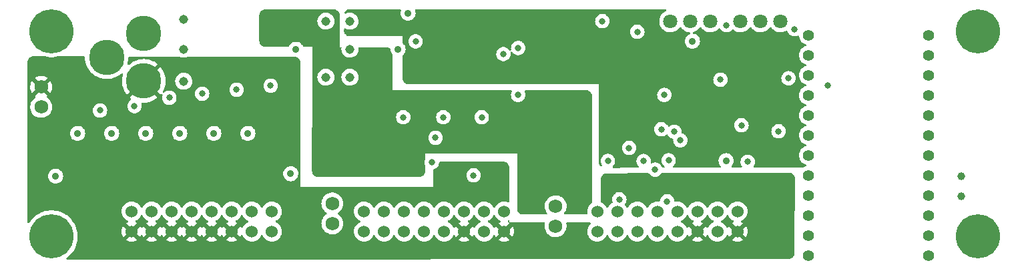
<source format=gbr>
%TF.GenerationSoftware,KiCad,Pcbnew,(6.0.7-1)-1*%
%TF.CreationDate,2022-09-02T18:16:07-04:00*%
%TF.ProjectId,power_mini_evolver,706f7765-725f-46d6-996e-695f65766f6c,rev?*%
%TF.SameCoordinates,Original*%
%TF.FileFunction,Copper,L3,Inr*%
%TF.FilePolarity,Positive*%
%FSLAX46Y46*%
G04 Gerber Fmt 4.6, Leading zero omitted, Abs format (unit mm)*
G04 Created by KiCad (PCBNEW (6.0.7-1)-1) date 2022-09-02 18:16:07*
%MOMM*%
%LPD*%
G01*
G04 APERTURE LIST*
%TA.AperFunction,ComponentPad*%
%ADD10C,1.800000*%
%TD*%
%TA.AperFunction,ComponentPad*%
%ADD11C,1.397000*%
%TD*%
%TA.AperFunction,ComponentPad*%
%ADD12C,1.000000*%
%TD*%
%TA.AperFunction,ComponentPad*%
%ADD13C,4.500000*%
%TD*%
%TA.AperFunction,ComponentPad*%
%ADD14C,1.750000*%
%TD*%
%TA.AperFunction,ComponentPad*%
%ADD15C,1.524000*%
%TD*%
%TA.AperFunction,ComponentPad*%
%ADD16C,5.600000*%
%TD*%
%TA.AperFunction,ViaPad*%
%ADD17C,1.143000*%
%TD*%
%TA.AperFunction,ViaPad*%
%ADD18C,0.889000*%
%TD*%
%TA.AperFunction,ViaPad*%
%ADD19C,0.800000*%
%TD*%
G04 APERTURE END LIST*
D10*
%TO.N,/OD135-1*%
%TO.C,JP2*%
X167386000Y-81280000D03*
%TO.N,/OD-1*%
X169926000Y-81280000D03*
%TO.N,/OD90-1*%
X172466000Y-81280000D03*
%TD*%
D11*
%TO.N,/9*%
%TO.C,P1*%
X200152000Y-83058000D03*
%TO.N,/8*%
X200152000Y-85598000D03*
%TO.N,/7*%
X200152000Y-88138000D03*
%TO.N,/6*%
X200152000Y-90678000D03*
%TO.N,/5*%
X200152000Y-93218000D03*
%TO.N,/4*%
X200152000Y-95758000D03*
%TO.N,/3*%
X200152000Y-98298000D03*
%TO.N,GND*%
X200152000Y-103378000D03*
%TO.N,Net-(C15-Pad1)*%
X200152000Y-105918000D03*
%TO.N,unconnected-(P1-Pad3)*%
X200152000Y-108458000D03*
%TO.N,unconnected-(P1-Pad1)*%
X200152000Y-110998000D03*
%TO.N,/2*%
X200152000Y-100838000D03*
%TO.N,/A3*%
X184912000Y-100838000D03*
%TO.N,+5V*%
X184912000Y-110998000D03*
%TO.N,GND*%
X184912000Y-108458000D03*
%TO.N,unconnected-(P1-Pad6)*%
X184912000Y-105918000D03*
%TO.N,unconnected-(P1-Pad8)*%
X184912000Y-103378000D03*
%TO.N,/A2*%
X184912000Y-98298000D03*
%TO.N,/A1*%
X184912000Y-95758000D03*
%TO.N,/A0*%
X184912000Y-93218000D03*
%TO.N,/13*%
X184912000Y-90678000D03*
%TO.N,/12*%
X184912000Y-88138000D03*
%TO.N,/11*%
X184912000Y-85598000D03*
%TO.N,/10*%
X184912000Y-83058000D03*
%TD*%
D12*
%TO.N,GND*%
%TO.C,C15*%
X204292200Y-100959600D03*
%TO.N,Net-(C15-Pad1)*%
X204292200Y-103459600D03*
%TD*%
D13*
%TO.N,GND*%
%TO.C,CON1*%
X95884000Y-85852000D03*
X100584000Y-82852000D03*
%TO.N,+12V*%
X100584000Y-88852000D03*
%TD*%
D10*
%TO.N,/OD135-0*%
%TO.C,JP1*%
X176276000Y-81280000D03*
%TO.N,/OD-0*%
X178816000Y-81280000D03*
%TO.N,/OD90-0*%
X181356000Y-81280000D03*
%TD*%
D14*
%TO.N,/SPB-0*%
%TO.C,P5*%
X124510800Y-104394000D03*
%TO.N,/SPB+0*%
X124510800Y-106934000D03*
%TD*%
%TO.N,/SPB-1*%
%TO.C,P6*%
X152831800Y-104749600D03*
%TO.N,/SPB+1*%
X152831800Y-107289600D03*
%TD*%
D15*
%TO.N,GND*%
%TO.C,P2*%
X128524000Y-107950000D03*
%TO.N,/OD135-0*%
X128524000Y-105410000D03*
%TO.N,/SPB+0*%
X131064000Y-107950000D03*
%TO.N,/SPB-0*%
X131064000Y-105410000D03*
%TO.N,GND*%
X133604000Y-107950000D03*
%TO.N,/OD90-0*%
X133604000Y-105410000D03*
%TO.N,+5V*%
X136144000Y-107950000D03*
%TO.N,/LED-0*%
X136144000Y-105410000D03*
%TO.N,GND*%
X138684000Y-107950000D03*
%TO.N,/TS-0*%
X138684000Y-105410000D03*
%TO.N,+12V*%
X141224000Y-107950000D03*
%TO.N,/HTR-0*%
X141224000Y-105410000D03*
%TO.N,unconnected-(P2-Pad13)*%
X143764000Y-107950000D03*
%TO.N,unconnected-(P2-Pad14)*%
X143764000Y-105410000D03*
%TO.N,+12V*%
X146304000Y-107950000D03*
%TO.N,/FAN-0*%
X146304000Y-105410000D03*
%TD*%
%TO.N,/FAN-1*%
%TO.C,P3*%
X175895000Y-105410000D03*
%TO.N,+12V*%
X175895000Y-107950000D03*
%TO.N,unconnected-(P3-Pad14)*%
X173355000Y-105410000D03*
%TO.N,unconnected-(P3-Pad13)*%
X173355000Y-107950000D03*
%TO.N,/HTR-1*%
X170815000Y-105410000D03*
%TO.N,+12V*%
X170815000Y-107950000D03*
%TO.N,/TS-1*%
X168275000Y-105410000D03*
%TO.N,GND*%
X168275000Y-107950000D03*
%TO.N,/LED-1*%
X165735000Y-105410000D03*
%TO.N,+5V*%
X165735000Y-107950000D03*
%TO.N,/OD90-1*%
X163195000Y-105410000D03*
%TO.N,GND*%
X163195000Y-107950000D03*
%TO.N,/SPB-1*%
X160655000Y-105410000D03*
%TO.N,/SPB+1*%
X160655000Y-107950000D03*
%TO.N,/OD135-1*%
X158115000Y-105410000D03*
%TO.N,GND*%
X158115000Y-107950000D03*
%TD*%
%TO.N,+12V*%
%TO.C,P4*%
X99060000Y-107950000D03*
%TO.N,/P-0*%
X99060000Y-105410000D03*
%TO.N,+12V*%
X101600000Y-107950000D03*
%TO.N,/P-1*%
X101600000Y-105410000D03*
%TO.N,+12V*%
X104140000Y-107950000D03*
%TO.N,/P-2*%
X104140000Y-105410000D03*
%TO.N,+12V*%
X106680000Y-107950000D03*
%TO.N,/P-3*%
X106680000Y-105410000D03*
%TO.N,+12V*%
X109220000Y-107950000D03*
%TO.N,/P-4*%
X109220000Y-105410000D03*
%TO.N,+12V*%
X111760000Y-107950000D03*
%TO.N,/P-5*%
X111760000Y-105410000D03*
%TO.N,unconnected-(P4-Pad13)*%
X114300000Y-107950000D03*
%TO.N,unconnected-(P4-Pad14)*%
X114300000Y-105410000D03*
%TO.N,unconnected-(P4-Pad15)*%
X116840000Y-107950000D03*
%TO.N,unconnected-(P4-Pad16)*%
X116840000Y-105410000D03*
%TD*%
D16*
%TO.N,unconnected-(H1-Pad1)*%
%TO.C,H1*%
X88900000Y-108585000D03*
%TD*%
%TO.N,unconnected-(H2-Pad1)*%
%TO.C,H2*%
X88900000Y-82550000D03*
%TD*%
%TO.N,unconnected-(H3-Pad1)*%
%TO.C,H3*%
X206375000Y-82550000D03*
%TD*%
%TO.N,unconnected-(H4-Pad1)*%
%TO.C,H4*%
X206375000Y-108585000D03*
%TD*%
D14*
%TO.N,+12V*%
%TO.C,P7*%
X87579200Y-89611200D03*
%TO.N,GND*%
X87579200Y-92151200D03*
%TD*%
D17*
%TO.N,+5V*%
X149606000Y-101803200D03*
X149606000Y-104902000D03*
D18*
%TO.N,GND*%
X109474000Y-95504000D03*
X89408000Y-100939600D03*
%TO.N,+12V*%
X89458800Y-96062800D03*
%TO.N,GND*%
X119227600Y-100634800D03*
%TO.N,+12V*%
X119227600Y-95707200D03*
%TO.N,GND*%
X174447200Y-98976999D03*
D17*
%TO.N,+5V*%
X149606000Y-103327200D03*
D19*
%TO.N,+3V3*%
X169926000Y-98932499D03*
X172339000Y-96266000D03*
X178943000Y-96057001D03*
%TO.N,GND*%
X182372000Y-88519000D03*
%TO.N,/TS-0*%
X168656000Y-96393000D03*
%TO.N,/TS-1*%
X176403000Y-94488000D03*
%TO.N,GND*%
X166243000Y-94996000D03*
X181102000Y-95250000D03*
X166624000Y-90633330D03*
%TO.N,+3V3*%
X182372000Y-86614000D03*
X178102717Y-83827692D03*
%TO.N,GND*%
X183134000Y-82296000D03*
%TO.N,+3V3*%
X164846000Y-86130899D03*
%TO.N,GND*%
X174498000Y-81788000D03*
%TO.N,/9*%
X148082000Y-84681899D03*
X148082000Y-90633330D03*
D18*
%TO.N,GND*%
X170180000Y-83820000D03*
D19*
%TO.N,+3V3*%
X129964200Y-80721200D03*
X174066200Y-91389200D03*
%TO.N,/TS-0*%
X137591800Y-96062800D03*
D18*
%TO.N,/OD135-0*%
X134112000Y-80264000D03*
D17*
%TO.N,+5V*%
X117856000Y-80518000D03*
%TO.N,+12V*%
X118364000Y-88562800D03*
D18*
%TO.N,GND*%
X119888000Y-84836000D03*
X132842000Y-84836000D03*
D17*
%TO.N,+5V*%
X130048000Y-88562800D03*
%TO.N,GND*%
X126746000Y-88392000D03*
X126746000Y-81280000D03*
X126746000Y-84836000D03*
X123698000Y-88392000D03*
X123698000Y-81280000D03*
X105664000Y-88900000D03*
X105664000Y-81026000D03*
X105664000Y-84836000D03*
D18*
X92202000Y-95504000D03*
X96520000Y-95504000D03*
X100838000Y-95504000D03*
X105156000Y-95504000D03*
X113792000Y-95504000D03*
D19*
X133502400Y-93472000D03*
X138582400Y-93472000D03*
X143459200Y-93472000D03*
X159461200Y-99009200D03*
X163982400Y-99009200D03*
X177190400Y-99110800D03*
X173736000Y-88696800D03*
%TO.N,+12V*%
X93726000Y-98552000D03*
X98044000Y-98552000D03*
X102362000Y-98552000D03*
X106680000Y-98552000D03*
X110998000Y-98552000D03*
X115316000Y-98679000D03*
X145034000Y-101752400D03*
X169672000Y-101904800D03*
X173990000Y-101904800D03*
X139903200Y-102082600D03*
%TO.N,/A3*%
X165455600Y-100113000D03*
D18*
%TO.N,+5V*%
X134874000Y-98882200D03*
D19*
X156464000Y-98933000D03*
X155575000Y-105047999D03*
%TO.N,/HTR-1*%
X166979600Y-104140000D03*
%TO.N,/LED-1*%
X160909000Y-103886000D03*
%TO.N,/OD90-0*%
X135077200Y-83845400D03*
%TO.N,/OD90-1*%
X163195000Y-82626200D03*
%TO.N,/OD135-1*%
X158750000Y-81280000D03*
%TO.N,/10*%
X112369600Y-89966800D03*
X187350400Y-89408000D03*
%TO.N,/11*%
X146202400Y-85445600D03*
%TO.N,/12*%
X116687600Y-89458800D03*
%TO.N,/2*%
X142417800Y-100838000D03*
%TO.N,/3*%
X167169000Y-98932999D03*
%TO.N,/4*%
X137132399Y-99187000D03*
%TO.N,/5*%
X162153600Y-97358200D03*
%TO.N,/6*%
X95046800Y-92608400D03*
%TO.N,/7*%
X99415600Y-92049600D03*
%TO.N,/8*%
X103835200Y-90982800D03*
%TO.N,/9*%
X108000800Y-90474800D03*
%TO.N,/TS-1*%
X167894000Y-95300800D03*
%TD*%
%TA.AperFunction,Conductor*%
%TO.N,+12V*%
G36*
X87952169Y-85729623D02*
G01*
X87991321Y-85736185D01*
X87991333Y-85736141D01*
X87991732Y-85736254D01*
X87992707Y-85736417D01*
X87997838Y-85738174D01*
X88347435Y-85816959D01*
X88428404Y-85826184D01*
X88700114Y-85857142D01*
X88700122Y-85857142D01*
X88703497Y-85857527D01*
X88706901Y-85857545D01*
X88706904Y-85857545D01*
X88901227Y-85858562D01*
X89061857Y-85859403D01*
X89065243Y-85859053D01*
X89065245Y-85859053D01*
X89414932Y-85822917D01*
X89414941Y-85822916D01*
X89418324Y-85822566D01*
X89421657Y-85821852D01*
X89421660Y-85821851D01*
X89765403Y-85748159D01*
X89765410Y-85748157D01*
X89768727Y-85747446D01*
X89771956Y-85746378D01*
X89771960Y-85746377D01*
X89789046Y-85740726D01*
X89790849Y-85740130D01*
X89830687Y-85733757D01*
X92996906Y-85740726D01*
X93064982Y-85760878D01*
X93111357Y-85814636D01*
X93122472Y-85860460D01*
X93124558Y-85902368D01*
X93135935Y-86130899D01*
X93137147Y-86155255D01*
X93137788Y-86158986D01*
X93137789Y-86158994D01*
X93180672Y-86408553D01*
X93193474Y-86483057D01*
X93194562Y-86486696D01*
X93194563Y-86486699D01*
X93280048Y-86772539D01*
X93288774Y-86801718D01*
X93290287Y-86805189D01*
X93290289Y-86805195D01*
X93375061Y-86999693D01*
X93421666Y-87106622D01*
X93423589Y-87109893D01*
X93423591Y-87109897D01*
X93466770Y-87183347D01*
X93590226Y-87393352D01*
X93592527Y-87396367D01*
X93789712Y-87654742D01*
X93789717Y-87654748D01*
X93792012Y-87657755D01*
X93794656Y-87660469D01*
X94000593Y-87871869D01*
X94024102Y-87896002D01*
X94283132Y-88104640D01*
X94365035Y-88155719D01*
X94483429Y-88229556D01*
X94565352Y-88280648D01*
X94866672Y-88421476D01*
X94870281Y-88422659D01*
X95178916Y-88523835D01*
X95182729Y-88525085D01*
X95508944Y-88589973D01*
X95512716Y-88590260D01*
X95512724Y-88590261D01*
X95836815Y-88614914D01*
X95836820Y-88614914D01*
X95840592Y-88615201D01*
X96172869Y-88600403D01*
X96219203Y-88592691D01*
X96497220Y-88546417D01*
X96497225Y-88546416D01*
X96500961Y-88545794D01*
X96820116Y-88452164D01*
X96823583Y-88450674D01*
X96823587Y-88450673D01*
X97122228Y-88322366D01*
X97122230Y-88322365D01*
X97125712Y-88320869D01*
X97413321Y-88153813D01*
X97416343Y-88151532D01*
X97416347Y-88151529D01*
X97675753Y-87955697D01*
X97675754Y-87955696D01*
X97678777Y-87953414D01*
X97748454Y-87886245D01*
X97811379Y-87853367D01*
X97882090Y-87859729D01*
X97938137Y-87903310D01*
X97961725Y-87970274D01*
X97955837Y-88015580D01*
X97908927Y-88161251D01*
X97907044Y-88168584D01*
X97845316Y-88487632D01*
X97844329Y-88495132D01*
X97821378Y-88819277D01*
X97821299Y-88826858D01*
X97837456Y-89151410D01*
X97838287Y-89158939D01*
X97893318Y-89479198D01*
X97895051Y-89486585D01*
X97988156Y-89797909D01*
X97990759Y-89805022D01*
X98120595Y-90102913D01*
X98124037Y-90109669D01*
X98288720Y-90389803D01*
X98292943Y-90396088D01*
X98449792Y-90601608D01*
X98461316Y-90610069D01*
X98473382Y-90603408D01*
X100223658Y-88853132D01*
X100948408Y-88853132D01*
X100948539Y-88854965D01*
X100952790Y-88861580D01*
X102692825Y-90601615D01*
X102705948Y-90608781D01*
X102716250Y-90601391D01*
X102768805Y-90536837D01*
X102827325Y-90496638D01*
X102898288Y-90494458D01*
X102959165Y-90530990D01*
X102990626Y-90594635D01*
X102986351Y-90655322D01*
X102941658Y-90792872D01*
X102940968Y-90799433D01*
X102940968Y-90799435D01*
X102931219Y-90892195D01*
X102921696Y-90982800D01*
X102922386Y-90989365D01*
X102940063Y-91157549D01*
X102941658Y-91172728D01*
X103000673Y-91354356D01*
X103096160Y-91519744D01*
X103100578Y-91524651D01*
X103100579Y-91524652D01*
X103202197Y-91637510D01*
X103223947Y-91661666D01*
X103378448Y-91773918D01*
X103384476Y-91776602D01*
X103384478Y-91776603D01*
X103546881Y-91848909D01*
X103552912Y-91851594D01*
X103646312Y-91871447D01*
X103733256Y-91889928D01*
X103733261Y-91889928D01*
X103739713Y-91891300D01*
X103930687Y-91891300D01*
X103937139Y-91889928D01*
X103937144Y-91889928D01*
X104024088Y-91871447D01*
X104117488Y-91851594D01*
X104123519Y-91848909D01*
X104285922Y-91776603D01*
X104285924Y-91776602D01*
X104291952Y-91773918D01*
X104446453Y-91661666D01*
X104468203Y-91637510D01*
X104569821Y-91524652D01*
X104569822Y-91524651D01*
X104574240Y-91519744D01*
X104669727Y-91354356D01*
X104728742Y-91172728D01*
X104730338Y-91157549D01*
X104748014Y-90989365D01*
X104748704Y-90982800D01*
X104739181Y-90892195D01*
X104729432Y-90799435D01*
X104729432Y-90799433D01*
X104728742Y-90792872D01*
X104669727Y-90611244D01*
X104664039Y-90601391D01*
X104623392Y-90530990D01*
X104590951Y-90474800D01*
X107087296Y-90474800D01*
X107087986Y-90481365D01*
X107106270Y-90655324D01*
X107107258Y-90664728D01*
X107166273Y-90846356D01*
X107261760Y-91011744D01*
X107266178Y-91016651D01*
X107266179Y-91016652D01*
X107385125Y-91148755D01*
X107389547Y-91153666D01*
X107544048Y-91265918D01*
X107550076Y-91268602D01*
X107550078Y-91268603D01*
X107712481Y-91340909D01*
X107718512Y-91343594D01*
X107811912Y-91363447D01*
X107898856Y-91381928D01*
X107898861Y-91381928D01*
X107905313Y-91383300D01*
X108096287Y-91383300D01*
X108102739Y-91381928D01*
X108102744Y-91381928D01*
X108189687Y-91363447D01*
X108283088Y-91343594D01*
X108289119Y-91340909D01*
X108451522Y-91268603D01*
X108451524Y-91268602D01*
X108457552Y-91265918D01*
X108612053Y-91153666D01*
X108616475Y-91148755D01*
X108735421Y-91016652D01*
X108735422Y-91016651D01*
X108739840Y-91011744D01*
X108835327Y-90846356D01*
X108894342Y-90664728D01*
X108895331Y-90655324D01*
X108913614Y-90481365D01*
X108914304Y-90474800D01*
X108905371Y-90389803D01*
X108895032Y-90291435D01*
X108895032Y-90291433D01*
X108894342Y-90284872D01*
X108835327Y-90103244D01*
X108756551Y-89966800D01*
X111456096Y-89966800D01*
X111456786Y-89973365D01*
X111474463Y-90141549D01*
X111476058Y-90156728D01*
X111535073Y-90338356D01*
X111538376Y-90344078D01*
X111538377Y-90344079D01*
X111550992Y-90365928D01*
X111630560Y-90503744D01*
X111634978Y-90508651D01*
X111634979Y-90508652D01*
X111726295Y-90610069D01*
X111758347Y-90645666D01*
X111912848Y-90757918D01*
X111918876Y-90760602D01*
X111918878Y-90760603D01*
X112081281Y-90832909D01*
X112087312Y-90835594D01*
X112180712Y-90855447D01*
X112267656Y-90873928D01*
X112267661Y-90873928D01*
X112274113Y-90875300D01*
X112465087Y-90875300D01*
X112471539Y-90873928D01*
X112471544Y-90873928D01*
X112558488Y-90855447D01*
X112651888Y-90835594D01*
X112657919Y-90832909D01*
X112820322Y-90760603D01*
X112820324Y-90760602D01*
X112826352Y-90757918D01*
X112980853Y-90645666D01*
X113012905Y-90610069D01*
X113104221Y-90508652D01*
X113104222Y-90508651D01*
X113108640Y-90503744D01*
X113188208Y-90365928D01*
X113200823Y-90344079D01*
X113200824Y-90344078D01*
X113204127Y-90338356D01*
X113263142Y-90156728D01*
X113264738Y-90141549D01*
X113282414Y-89973365D01*
X113283104Y-89966800D01*
X113270826Y-89849979D01*
X113263832Y-89783435D01*
X113263832Y-89783433D01*
X113263142Y-89776872D01*
X113204127Y-89595244D01*
X113196741Y-89582450D01*
X113142162Y-89487918D01*
X113125351Y-89458800D01*
X115774096Y-89458800D01*
X115774786Y-89465365D01*
X115791121Y-89620780D01*
X115794058Y-89648728D01*
X115853073Y-89830356D01*
X115948560Y-89995744D01*
X116076347Y-90137666D01*
X116230848Y-90249918D01*
X116236876Y-90252602D01*
X116236878Y-90252603D01*
X116391182Y-90321303D01*
X116405312Y-90327594D01*
X116495001Y-90346658D01*
X116585656Y-90365928D01*
X116585661Y-90365928D01*
X116592113Y-90367300D01*
X116783087Y-90367300D01*
X116789539Y-90365928D01*
X116789544Y-90365928D01*
X116880199Y-90346658D01*
X116969888Y-90327594D01*
X116984018Y-90321303D01*
X117138322Y-90252603D01*
X117138324Y-90252602D01*
X117144352Y-90249918D01*
X117298853Y-90137666D01*
X117426640Y-89995744D01*
X117522127Y-89830356D01*
X117581142Y-89648728D01*
X117584080Y-89620780D01*
X117600414Y-89465365D01*
X117601104Y-89458800D01*
X117589163Y-89345189D01*
X117581832Y-89275435D01*
X117581832Y-89275433D01*
X117581142Y-89268872D01*
X117522127Y-89087244D01*
X117511983Y-89069673D01*
X117433832Y-88934313D01*
X117426640Y-88921856D01*
X117413827Y-88907625D01*
X117303275Y-88784845D01*
X117303274Y-88784844D01*
X117298853Y-88779934D01*
X117161623Y-88680230D01*
X117149694Y-88671563D01*
X117149693Y-88671562D01*
X117144352Y-88667682D01*
X117138324Y-88664998D01*
X117138322Y-88664997D01*
X116975919Y-88592691D01*
X116975918Y-88592691D01*
X116969888Y-88590006D01*
X116841895Y-88562800D01*
X116789544Y-88551672D01*
X116789539Y-88551672D01*
X116783087Y-88550300D01*
X116592113Y-88550300D01*
X116585661Y-88551672D01*
X116585656Y-88551672D01*
X116533305Y-88562800D01*
X116405312Y-88590006D01*
X116399282Y-88592691D01*
X116399281Y-88592691D01*
X116236878Y-88664997D01*
X116236876Y-88664998D01*
X116230848Y-88667682D01*
X116225507Y-88671562D01*
X116225506Y-88671563D01*
X116213577Y-88680230D01*
X116076347Y-88779934D01*
X116071926Y-88784844D01*
X116071925Y-88784845D01*
X115961374Y-88907625D01*
X115948560Y-88921856D01*
X115941368Y-88934313D01*
X115863218Y-89069673D01*
X115853073Y-89087244D01*
X115794058Y-89268872D01*
X115793368Y-89275433D01*
X115793368Y-89275435D01*
X115786037Y-89345189D01*
X115774096Y-89458800D01*
X113125351Y-89458800D01*
X113108640Y-89429856D01*
X112980853Y-89287934D01*
X112826352Y-89175682D01*
X112820324Y-89172998D01*
X112820322Y-89172997D01*
X112657919Y-89100691D01*
X112657918Y-89100691D01*
X112651888Y-89098006D01*
X112544948Y-89075275D01*
X112471544Y-89059672D01*
X112471539Y-89059672D01*
X112465087Y-89058300D01*
X112274113Y-89058300D01*
X112267661Y-89059672D01*
X112267656Y-89059672D01*
X112194252Y-89075275D01*
X112087312Y-89098006D01*
X112081282Y-89100691D01*
X112081281Y-89100691D01*
X111918878Y-89172997D01*
X111918876Y-89172998D01*
X111912848Y-89175682D01*
X111758347Y-89287934D01*
X111630560Y-89429856D01*
X111597038Y-89487918D01*
X111542460Y-89582450D01*
X111535073Y-89595244D01*
X111476058Y-89776872D01*
X111475368Y-89783433D01*
X111475368Y-89783435D01*
X111468374Y-89849979D01*
X111456096Y-89966800D01*
X108756551Y-89966800D01*
X108739840Y-89937856D01*
X108714226Y-89909408D01*
X108616475Y-89800845D01*
X108616474Y-89800844D01*
X108612053Y-89795934D01*
X108457552Y-89683682D01*
X108451524Y-89680998D01*
X108451522Y-89680997D01*
X108289119Y-89608691D01*
X108289118Y-89608691D01*
X108283088Y-89606006D01*
X108189687Y-89586153D01*
X108102744Y-89567672D01*
X108102739Y-89567672D01*
X108096287Y-89566300D01*
X107905313Y-89566300D01*
X107898861Y-89567672D01*
X107898856Y-89567672D01*
X107811913Y-89586153D01*
X107718512Y-89606006D01*
X107712482Y-89608691D01*
X107712481Y-89608691D01*
X107550078Y-89680997D01*
X107550076Y-89680998D01*
X107544048Y-89683682D01*
X107389547Y-89795934D01*
X107385126Y-89800844D01*
X107385125Y-89800845D01*
X107287375Y-89909408D01*
X107261760Y-89937856D01*
X107166273Y-90103244D01*
X107107258Y-90284872D01*
X107106568Y-90291433D01*
X107106568Y-90291435D01*
X107096229Y-90389803D01*
X107087296Y-90474800D01*
X104590951Y-90474800D01*
X104574240Y-90445856D01*
X104515284Y-90380378D01*
X104450875Y-90308845D01*
X104450873Y-90308843D01*
X104446453Y-90303934D01*
X104291952Y-90191682D01*
X104285924Y-90188998D01*
X104285922Y-90188997D01*
X104123519Y-90116691D01*
X104123518Y-90116691D01*
X104117488Y-90114006D01*
X104024087Y-90094153D01*
X103937144Y-90075672D01*
X103937139Y-90075672D01*
X103930687Y-90074300D01*
X103739713Y-90074300D01*
X103733261Y-90075672D01*
X103733256Y-90075672D01*
X103646313Y-90094153D01*
X103552912Y-90114006D01*
X103546882Y-90116691D01*
X103546881Y-90116691D01*
X103384478Y-90188997D01*
X103384476Y-90188998D01*
X103378448Y-90191682D01*
X103223947Y-90303934D01*
X103219527Y-90308843D01*
X103217795Y-90310767D01*
X103216514Y-90311556D01*
X103214623Y-90313259D01*
X103214312Y-90312913D01*
X103157350Y-90348008D01*
X103086366Y-90346658D01*
X103027381Y-90307146D01*
X102999121Y-90242016D01*
X103010290Y-90172512D01*
X103146025Y-89886011D01*
X103148850Y-89878984D01*
X103251696Y-89570715D01*
X103253650Y-89563424D01*
X103318716Y-89245033D01*
X103319784Y-89237529D01*
X103346253Y-88912100D01*
X103346458Y-88907625D01*
X103346836Y-88871608D01*
X104579745Y-88871608D01*
X104592727Y-89069673D01*
X104641586Y-89262056D01*
X104678052Y-89341158D01*
X104716032Y-89423542D01*
X104724685Y-89442313D01*
X104839243Y-89604409D01*
X104843385Y-89608444D01*
X104898885Y-89662509D01*
X104981422Y-89742913D01*
X105146461Y-89853189D01*
X105151764Y-89855467D01*
X105151767Y-89855469D01*
X105227569Y-89888036D01*
X105328832Y-89931542D01*
X105399905Y-89947624D01*
X105516791Y-89974073D01*
X105516796Y-89974074D01*
X105522428Y-89975348D01*
X105528199Y-89975575D01*
X105528201Y-89975575D01*
X105587262Y-89977895D01*
X105720765Y-89983141D01*
X105818983Y-89968900D01*
X105911487Y-89955488D01*
X105911492Y-89955487D01*
X105917201Y-89954659D01*
X105949857Y-89943574D01*
X106099690Y-89892712D01*
X106105158Y-89890856D01*
X106278339Y-89793870D01*
X106430947Y-89666947D01*
X106557870Y-89514339D01*
X106654856Y-89341158D01*
X106716609Y-89159240D01*
X106716803Y-89158669D01*
X106716803Y-89158668D01*
X106718659Y-89153201D01*
X106719487Y-89147492D01*
X106719488Y-89147487D01*
X106746608Y-88960438D01*
X106747141Y-88956765D01*
X106748627Y-88900000D01*
X106730465Y-88702342D01*
X106721785Y-88671563D01*
X106687585Y-88550300D01*
X106676587Y-88511304D01*
X106588797Y-88333284D01*
X106470035Y-88174243D01*
X106461651Y-88166493D01*
X106328520Y-88043428D01*
X106328518Y-88043426D01*
X106324279Y-88039508D01*
X106292668Y-88019563D01*
X106161290Y-87936669D01*
X106161289Y-87936669D01*
X106156410Y-87933590D01*
X106151050Y-87931452D01*
X106151047Y-87931450D01*
X106019494Y-87878966D01*
X105972051Y-87860038D01*
X105966394Y-87858913D01*
X105966388Y-87858911D01*
X105783041Y-87822442D01*
X105783039Y-87822442D01*
X105777374Y-87821315D01*
X105771599Y-87821239D01*
X105771595Y-87821239D01*
X105672638Y-87819944D01*
X105578901Y-87818717D01*
X105573204Y-87819696D01*
X105573203Y-87819696D01*
X105388975Y-87851352D01*
X105383278Y-87852331D01*
X105197056Y-87921032D01*
X105026472Y-88022518D01*
X104877239Y-88153392D01*
X104873664Y-88157927D01*
X104873663Y-88157928D01*
X104860911Y-88174104D01*
X104754355Y-88309270D01*
X104751666Y-88314381D01*
X104751664Y-88314384D01*
X104704989Y-88403098D01*
X104661935Y-88484931D01*
X104603075Y-88674493D01*
X104579745Y-88871608D01*
X103346836Y-88871608D01*
X103347018Y-88854221D01*
X103346908Y-88849789D01*
X103327257Y-88523835D01*
X103326349Y-88516333D01*
X103267967Y-88196663D01*
X103266154Y-88189284D01*
X103169797Y-87878966D01*
X103167116Y-87871869D01*
X103034172Y-87575363D01*
X103030655Y-87568636D01*
X102863054Y-87290252D01*
X102858757Y-87283999D01*
X102717617Y-87103022D01*
X102705823Y-87094551D01*
X102694113Y-87101097D01*
X100956022Y-88839188D01*
X100948408Y-88853132D01*
X100223658Y-88853132D01*
X102334162Y-86742628D01*
X102341174Y-86729787D01*
X102333379Y-86719098D01*
X102163886Y-86585481D01*
X102157663Y-86581156D01*
X101880140Y-86412088D01*
X101873465Y-86408553D01*
X101577637Y-86274049D01*
X101570567Y-86271335D01*
X101260740Y-86173350D01*
X101253389Y-86171503D01*
X100934024Y-86111446D01*
X100926515Y-86110498D01*
X100602251Y-86089245D01*
X100594686Y-86089205D01*
X100270207Y-86107062D01*
X100262693Y-86107931D01*
X99942713Y-86164641D01*
X99935357Y-86166406D01*
X99624503Y-86261147D01*
X99617409Y-86263786D01*
X99320207Y-86395178D01*
X99313470Y-86398655D01*
X99034200Y-86564803D01*
X99027936Y-86569060D01*
X98770655Y-86767551D01*
X98764937Y-86772539D01*
X98721947Y-86814858D01*
X98659369Y-86848392D01*
X98588596Y-86842771D01*
X98532096Y-86799779D01*
X98507809Y-86733065D01*
X98514032Y-86685188D01*
X98552178Y-86570854D01*
X98552182Y-86570838D01*
X98553377Y-86567257D01*
X98619972Y-86241386D01*
X98646936Y-85909875D01*
X98647268Y-85878121D01*
X98667981Y-85810215D01*
X98722120Y-85764285D01*
X98773534Y-85753441D01*
X105075775Y-85767312D01*
X105135366Y-85785458D01*
X105136580Y-85783223D01*
X105141662Y-85785982D01*
X105146461Y-85789189D01*
X105151763Y-85791467D01*
X105151765Y-85791468D01*
X105323525Y-85865262D01*
X105328832Y-85867542D01*
X105375594Y-85878123D01*
X105516791Y-85910073D01*
X105516796Y-85910074D01*
X105522428Y-85911348D01*
X105528199Y-85911575D01*
X105528201Y-85911575D01*
X105587262Y-85913895D01*
X105720765Y-85919141D01*
X105836446Y-85902368D01*
X105911487Y-85891488D01*
X105911492Y-85891487D01*
X105917201Y-85890659D01*
X105954131Y-85878123D01*
X106099686Y-85828714D01*
X106099691Y-85828712D01*
X106105158Y-85826856D01*
X106178220Y-85785939D01*
X106240060Y-85769875D01*
X108694137Y-85775276D01*
X119704455Y-85799510D01*
X119718530Y-85800332D01*
X119837955Y-85814039D01*
X119866759Y-85817345D01*
X119894224Y-85823670D01*
X120028251Y-85870844D01*
X120053623Y-85883116D01*
X120173809Y-85958900D01*
X120195819Y-85976505D01*
X120296154Y-86077109D01*
X120313699Y-86099165D01*
X120342806Y-86145600D01*
X120389165Y-86219560D01*
X120401364Y-86244955D01*
X120448183Y-86379119D01*
X120454432Y-86406593D01*
X120471048Y-86554864D01*
X120471832Y-86568950D01*
X120464263Y-102327075D01*
X130768864Y-102307627D01*
X131756938Y-102305762D01*
X136520626Y-102296772D01*
X136520632Y-102296772D01*
X136524160Y-102296765D01*
X136524162Y-102296765D01*
X137287000Y-102295325D01*
X137282641Y-100838000D01*
X141504296Y-100838000D01*
X141504986Y-100844565D01*
X141520566Y-100992797D01*
X141524258Y-101027928D01*
X141583273Y-101209556D01*
X141586576Y-101215278D01*
X141586577Y-101215279D01*
X141620486Y-101274010D01*
X141678760Y-101374944D01*
X141683178Y-101379851D01*
X141683179Y-101379852D01*
X141787996Y-101496263D01*
X141806547Y-101516866D01*
X141905643Y-101588864D01*
X141928599Y-101605542D01*
X141961048Y-101629118D01*
X141967076Y-101631802D01*
X141967078Y-101631803D01*
X142129481Y-101704109D01*
X142135512Y-101706794D01*
X142225596Y-101725942D01*
X142315856Y-101745128D01*
X142315861Y-101745128D01*
X142322313Y-101746500D01*
X142513287Y-101746500D01*
X142519739Y-101745128D01*
X142519744Y-101745128D01*
X142610004Y-101725942D01*
X142700088Y-101706794D01*
X142706119Y-101704109D01*
X142868522Y-101631803D01*
X142868524Y-101631802D01*
X142874552Y-101629118D01*
X142907002Y-101605542D01*
X142929957Y-101588864D01*
X143029053Y-101516866D01*
X143047604Y-101496263D01*
X143152421Y-101379852D01*
X143152422Y-101379851D01*
X143156840Y-101374944D01*
X143215114Y-101274010D01*
X143249023Y-101215279D01*
X143249024Y-101215278D01*
X143252327Y-101209556D01*
X143311342Y-101027928D01*
X143315035Y-100992797D01*
X143330614Y-100844565D01*
X143331304Y-100838000D01*
X143320434Y-100734578D01*
X143312032Y-100654635D01*
X143312032Y-100654633D01*
X143311342Y-100648072D01*
X143252327Y-100466444D01*
X143234578Y-100435701D01*
X143160141Y-100306774D01*
X143156840Y-100301056D01*
X143123875Y-100264444D01*
X143033475Y-100164045D01*
X143033474Y-100164044D01*
X143029053Y-100159134D01*
X142888222Y-100056814D01*
X142879894Y-100050763D01*
X142879893Y-100050762D01*
X142874552Y-100046882D01*
X142868524Y-100044198D01*
X142868522Y-100044197D01*
X142706119Y-99971891D01*
X142706118Y-99971891D01*
X142700088Y-99969206D01*
X142606688Y-99949353D01*
X142519744Y-99930872D01*
X142519739Y-99930872D01*
X142513287Y-99929500D01*
X142322313Y-99929500D01*
X142315861Y-99930872D01*
X142315856Y-99930872D01*
X142228912Y-99949353D01*
X142135512Y-99969206D01*
X142129482Y-99971891D01*
X142129481Y-99971891D01*
X141967078Y-100044197D01*
X141967076Y-100044198D01*
X141961048Y-100046882D01*
X141955707Y-100050762D01*
X141955706Y-100050763D01*
X141947378Y-100056814D01*
X141806547Y-100159134D01*
X141802126Y-100164044D01*
X141802125Y-100164045D01*
X141711726Y-100264444D01*
X141678760Y-100301056D01*
X141675459Y-100306774D01*
X141601023Y-100435701D01*
X141583273Y-100466444D01*
X141524258Y-100648072D01*
X141523568Y-100654633D01*
X141523568Y-100654635D01*
X141515166Y-100734578D01*
X141504296Y-100838000D01*
X137282641Y-100838000D01*
X137280693Y-100186685D01*
X137300491Y-100118505D01*
X137354007Y-100071851D01*
X137380494Y-100063062D01*
X137381746Y-100062796D01*
X137414687Y-100055794D01*
X137543615Y-99998392D01*
X137583121Y-99980803D01*
X137583123Y-99980802D01*
X137589151Y-99978118D01*
X137601418Y-99969206D01*
X137694031Y-99901918D01*
X137743652Y-99865866D01*
X137812263Y-99789666D01*
X137867020Y-99728852D01*
X137867021Y-99728851D01*
X137871439Y-99723944D01*
X137966926Y-99558556D01*
X138025941Y-99376928D01*
X138031727Y-99321882D01*
X138042053Y-99223630D01*
X138069066Y-99157973D01*
X138127288Y-99117343D01*
X138167363Y-99110800D01*
X146195321Y-99110800D01*
X146209429Y-99111592D01*
X146357857Y-99128316D01*
X146385363Y-99134594D01*
X146519616Y-99181572D01*
X146545035Y-99193813D01*
X146665482Y-99269494D01*
X146687542Y-99287087D01*
X146788113Y-99387658D01*
X146805706Y-99409718D01*
X146881387Y-99530165D01*
X146893628Y-99555584D01*
X146936384Y-99677771D01*
X146940605Y-99689835D01*
X146946884Y-99717343D01*
X146963608Y-99865771D01*
X146964400Y-99879879D01*
X146964400Y-104118327D01*
X146944398Y-104186448D01*
X146890742Y-104232941D01*
X146820468Y-104243045D01*
X146785151Y-104232522D01*
X146745183Y-104213885D01*
X146745178Y-104213883D01*
X146740196Y-104211560D01*
X146734888Y-104210138D01*
X146734886Y-104210137D01*
X146646477Y-104186448D01*
X146525463Y-104154022D01*
X146304000Y-104134647D01*
X146082537Y-104154022D01*
X145961523Y-104186448D01*
X145873114Y-104210137D01*
X145873112Y-104210138D01*
X145867804Y-104211560D01*
X145862823Y-104213882D01*
X145862822Y-104213883D01*
X145671311Y-104303186D01*
X145671306Y-104303189D01*
X145666324Y-104305512D01*
X145661817Y-104308668D01*
X145661815Y-104308669D01*
X145488730Y-104429864D01*
X145488727Y-104429866D01*
X145484219Y-104433023D01*
X145327023Y-104590219D01*
X145323866Y-104594727D01*
X145323864Y-104594730D01*
X145258997Y-104687370D01*
X145199512Y-104772324D01*
X145197189Y-104777306D01*
X145197186Y-104777311D01*
X145148195Y-104882373D01*
X145101277Y-104935658D01*
X145033000Y-104955119D01*
X144965040Y-104934577D01*
X144919805Y-104882373D01*
X144870814Y-104777311D01*
X144870811Y-104777306D01*
X144868488Y-104772324D01*
X144809003Y-104687370D01*
X144744136Y-104594730D01*
X144744134Y-104594727D01*
X144740977Y-104590219D01*
X144583781Y-104433023D01*
X144579273Y-104429866D01*
X144579270Y-104429864D01*
X144479611Y-104360082D01*
X144401677Y-104305512D01*
X144396695Y-104303189D01*
X144396690Y-104303186D01*
X144205178Y-104213883D01*
X144205177Y-104213882D01*
X144200196Y-104211560D01*
X144194888Y-104210138D01*
X144194886Y-104210137D01*
X144106477Y-104186448D01*
X143985463Y-104154022D01*
X143764000Y-104134647D01*
X143542537Y-104154022D01*
X143421523Y-104186448D01*
X143333114Y-104210137D01*
X143333112Y-104210138D01*
X143327804Y-104211560D01*
X143322823Y-104213882D01*
X143322822Y-104213883D01*
X143131311Y-104303186D01*
X143131306Y-104303189D01*
X143126324Y-104305512D01*
X143121817Y-104308668D01*
X143121815Y-104308669D01*
X142948730Y-104429864D01*
X142948727Y-104429866D01*
X142944219Y-104433023D01*
X142787023Y-104590219D01*
X142783866Y-104594727D01*
X142783864Y-104594730D01*
X142718997Y-104687370D01*
X142659512Y-104772324D01*
X142657189Y-104777306D01*
X142657186Y-104777311D01*
X142608195Y-104882373D01*
X142561277Y-104935658D01*
X142493000Y-104955119D01*
X142425040Y-104934577D01*
X142379805Y-104882373D01*
X142330814Y-104777311D01*
X142330811Y-104777306D01*
X142328488Y-104772324D01*
X142269003Y-104687370D01*
X142204136Y-104594730D01*
X142204134Y-104594727D01*
X142200977Y-104590219D01*
X142043781Y-104433023D01*
X142039273Y-104429866D01*
X142039270Y-104429864D01*
X141939611Y-104360082D01*
X141861677Y-104305512D01*
X141856695Y-104303189D01*
X141856690Y-104303186D01*
X141665178Y-104213883D01*
X141665177Y-104213882D01*
X141660196Y-104211560D01*
X141654888Y-104210138D01*
X141654886Y-104210137D01*
X141566477Y-104186448D01*
X141445463Y-104154022D01*
X141224000Y-104134647D01*
X141002537Y-104154022D01*
X140881523Y-104186448D01*
X140793114Y-104210137D01*
X140793112Y-104210138D01*
X140787804Y-104211560D01*
X140782823Y-104213882D01*
X140782822Y-104213883D01*
X140591311Y-104303186D01*
X140591306Y-104303189D01*
X140586324Y-104305512D01*
X140581817Y-104308668D01*
X140581815Y-104308669D01*
X140408730Y-104429864D01*
X140408727Y-104429866D01*
X140404219Y-104433023D01*
X140247023Y-104590219D01*
X140243866Y-104594727D01*
X140243864Y-104594730D01*
X140178997Y-104687370D01*
X140119512Y-104772324D01*
X140117189Y-104777306D01*
X140117186Y-104777311D01*
X140068195Y-104882373D01*
X140021277Y-104935658D01*
X139953000Y-104955119D01*
X139885040Y-104934577D01*
X139839805Y-104882373D01*
X139790814Y-104777311D01*
X139790811Y-104777306D01*
X139788488Y-104772324D01*
X139729003Y-104687370D01*
X139664136Y-104594730D01*
X139664134Y-104594727D01*
X139660977Y-104590219D01*
X139503781Y-104433023D01*
X139499273Y-104429866D01*
X139499270Y-104429864D01*
X139399611Y-104360082D01*
X139321677Y-104305512D01*
X139316695Y-104303189D01*
X139316690Y-104303186D01*
X139125178Y-104213883D01*
X139125177Y-104213882D01*
X139120196Y-104211560D01*
X139114888Y-104210138D01*
X139114886Y-104210137D01*
X139026477Y-104186448D01*
X138905463Y-104154022D01*
X138684000Y-104134647D01*
X138462537Y-104154022D01*
X138341523Y-104186448D01*
X138253114Y-104210137D01*
X138253112Y-104210138D01*
X138247804Y-104211560D01*
X138242823Y-104213882D01*
X138242822Y-104213883D01*
X138051311Y-104303186D01*
X138051306Y-104303189D01*
X138046324Y-104305512D01*
X138041817Y-104308668D01*
X138041815Y-104308669D01*
X137868730Y-104429864D01*
X137868727Y-104429866D01*
X137864219Y-104433023D01*
X137707023Y-104590219D01*
X137703866Y-104594727D01*
X137703864Y-104594730D01*
X137638997Y-104687370D01*
X137579512Y-104772324D01*
X137577189Y-104777306D01*
X137577186Y-104777311D01*
X137528195Y-104882373D01*
X137481277Y-104935658D01*
X137413000Y-104955119D01*
X137345040Y-104934577D01*
X137299805Y-104882373D01*
X137250814Y-104777311D01*
X137250811Y-104777306D01*
X137248488Y-104772324D01*
X137189003Y-104687370D01*
X137124136Y-104594730D01*
X137124134Y-104594727D01*
X137120977Y-104590219D01*
X136963781Y-104433023D01*
X136959273Y-104429866D01*
X136959270Y-104429864D01*
X136859611Y-104360082D01*
X136781677Y-104305512D01*
X136776695Y-104303189D01*
X136776690Y-104303186D01*
X136585178Y-104213883D01*
X136585177Y-104213882D01*
X136580196Y-104211560D01*
X136574888Y-104210138D01*
X136574886Y-104210137D01*
X136486477Y-104186448D01*
X136365463Y-104154022D01*
X136144000Y-104134647D01*
X135922537Y-104154022D01*
X135801523Y-104186448D01*
X135713114Y-104210137D01*
X135713112Y-104210138D01*
X135707804Y-104211560D01*
X135702823Y-104213882D01*
X135702822Y-104213883D01*
X135511311Y-104303186D01*
X135511306Y-104303189D01*
X135506324Y-104305512D01*
X135501817Y-104308668D01*
X135501815Y-104308669D01*
X135328730Y-104429864D01*
X135328727Y-104429866D01*
X135324219Y-104433023D01*
X135167023Y-104590219D01*
X135163866Y-104594727D01*
X135163864Y-104594730D01*
X135098997Y-104687370D01*
X135039512Y-104772324D01*
X135037189Y-104777306D01*
X135037186Y-104777311D01*
X134988195Y-104882373D01*
X134941277Y-104935658D01*
X134873000Y-104955119D01*
X134805040Y-104934577D01*
X134759805Y-104882373D01*
X134710814Y-104777311D01*
X134710811Y-104777306D01*
X134708488Y-104772324D01*
X134649003Y-104687370D01*
X134584136Y-104594730D01*
X134584134Y-104594727D01*
X134580977Y-104590219D01*
X134423781Y-104433023D01*
X134419273Y-104429866D01*
X134419270Y-104429864D01*
X134319611Y-104360082D01*
X134241677Y-104305512D01*
X134236695Y-104303189D01*
X134236690Y-104303186D01*
X134045178Y-104213883D01*
X134045177Y-104213882D01*
X134040196Y-104211560D01*
X134034888Y-104210138D01*
X134034886Y-104210137D01*
X133946477Y-104186448D01*
X133825463Y-104154022D01*
X133604000Y-104134647D01*
X133382537Y-104154022D01*
X133261523Y-104186448D01*
X133173114Y-104210137D01*
X133173112Y-104210138D01*
X133167804Y-104211560D01*
X133162823Y-104213882D01*
X133162822Y-104213883D01*
X132971311Y-104303186D01*
X132971306Y-104303189D01*
X132966324Y-104305512D01*
X132961817Y-104308668D01*
X132961815Y-104308669D01*
X132788730Y-104429864D01*
X132788727Y-104429866D01*
X132784219Y-104433023D01*
X132627023Y-104590219D01*
X132623866Y-104594727D01*
X132623864Y-104594730D01*
X132558997Y-104687370D01*
X132499512Y-104772324D01*
X132497189Y-104777306D01*
X132497186Y-104777311D01*
X132448195Y-104882373D01*
X132401277Y-104935658D01*
X132333000Y-104955119D01*
X132265040Y-104934577D01*
X132219805Y-104882373D01*
X132170814Y-104777311D01*
X132170811Y-104777306D01*
X132168488Y-104772324D01*
X132109003Y-104687370D01*
X132044136Y-104594730D01*
X132044134Y-104594727D01*
X132040977Y-104590219D01*
X131883781Y-104433023D01*
X131879273Y-104429866D01*
X131879270Y-104429864D01*
X131779611Y-104360082D01*
X131701677Y-104305512D01*
X131696695Y-104303189D01*
X131696690Y-104303186D01*
X131505178Y-104213883D01*
X131505177Y-104213882D01*
X131500196Y-104211560D01*
X131494888Y-104210138D01*
X131494886Y-104210137D01*
X131406477Y-104186448D01*
X131285463Y-104154022D01*
X131064000Y-104134647D01*
X130842537Y-104154022D01*
X130721523Y-104186448D01*
X130633114Y-104210137D01*
X130633112Y-104210138D01*
X130627804Y-104211560D01*
X130622823Y-104213882D01*
X130622822Y-104213883D01*
X130431311Y-104303186D01*
X130431306Y-104303189D01*
X130426324Y-104305512D01*
X130421817Y-104308668D01*
X130421815Y-104308669D01*
X130248730Y-104429864D01*
X130248727Y-104429866D01*
X130244219Y-104433023D01*
X130087023Y-104590219D01*
X130083866Y-104594727D01*
X130083864Y-104594730D01*
X130018997Y-104687370D01*
X129959512Y-104772324D01*
X129957189Y-104777306D01*
X129957186Y-104777311D01*
X129908195Y-104882373D01*
X129861277Y-104935658D01*
X129793000Y-104955119D01*
X129725040Y-104934577D01*
X129679805Y-104882373D01*
X129630814Y-104777311D01*
X129630811Y-104777306D01*
X129628488Y-104772324D01*
X129569003Y-104687370D01*
X129504136Y-104594730D01*
X129504134Y-104594727D01*
X129500977Y-104590219D01*
X129343781Y-104433023D01*
X129339273Y-104429866D01*
X129339270Y-104429864D01*
X129239611Y-104360082D01*
X129161677Y-104305512D01*
X129156695Y-104303189D01*
X129156690Y-104303186D01*
X128965178Y-104213883D01*
X128965177Y-104213882D01*
X128960196Y-104211560D01*
X128954888Y-104210138D01*
X128954886Y-104210137D01*
X128866477Y-104186448D01*
X128745463Y-104154022D01*
X128524000Y-104134647D01*
X128302537Y-104154022D01*
X128181523Y-104186448D01*
X128093114Y-104210137D01*
X128093112Y-104210138D01*
X128087804Y-104211560D01*
X128082823Y-104213882D01*
X128082822Y-104213883D01*
X127891311Y-104303186D01*
X127891306Y-104303189D01*
X127886324Y-104305512D01*
X127881817Y-104308668D01*
X127881815Y-104308669D01*
X127708730Y-104429864D01*
X127708727Y-104429866D01*
X127704219Y-104433023D01*
X127547023Y-104590219D01*
X127543866Y-104594727D01*
X127543864Y-104594730D01*
X127478997Y-104687370D01*
X127419512Y-104772324D01*
X127417189Y-104777306D01*
X127417186Y-104777311D01*
X127334273Y-104955119D01*
X127325560Y-104973804D01*
X127268022Y-105188537D01*
X127248647Y-105410000D01*
X127268022Y-105631463D01*
X127305973Y-105773098D01*
X127315844Y-105809934D01*
X127325560Y-105846196D01*
X127327882Y-105851177D01*
X127327883Y-105851178D01*
X127417186Y-106042689D01*
X127417189Y-106042694D01*
X127419512Y-106047676D01*
X127422668Y-106052183D01*
X127422669Y-106052185D01*
X127447027Y-106086971D01*
X127547023Y-106229781D01*
X127704219Y-106386977D01*
X127708727Y-106390134D01*
X127708730Y-106390136D01*
X127745598Y-106415951D01*
X127886323Y-106514488D01*
X127891305Y-106516811D01*
X127891310Y-106516814D01*
X127996373Y-106565805D01*
X128049658Y-106612722D01*
X128069119Y-106680999D01*
X128048577Y-106748959D01*
X127996373Y-106794195D01*
X127891311Y-106843186D01*
X127891306Y-106843189D01*
X127886324Y-106845512D01*
X127881817Y-106848668D01*
X127881815Y-106848669D01*
X127708730Y-106969864D01*
X127708727Y-106969866D01*
X127704219Y-106973023D01*
X127547023Y-107130219D01*
X127543866Y-107134727D01*
X127543864Y-107134730D01*
X127437772Y-107286246D01*
X127419512Y-107312324D01*
X127417189Y-107317306D01*
X127417186Y-107317311D01*
X127337659Y-107487858D01*
X127325560Y-107513804D01*
X127268022Y-107728537D01*
X127248647Y-107950000D01*
X127268022Y-108171463D01*
X127293930Y-108268151D01*
X127315844Y-108349934D01*
X127325560Y-108386196D01*
X127327882Y-108391177D01*
X127327883Y-108391178D01*
X127417186Y-108582689D01*
X127417189Y-108582694D01*
X127419512Y-108587676D01*
X127422668Y-108592183D01*
X127422669Y-108592185D01*
X127475809Y-108668076D01*
X127547023Y-108769781D01*
X127704219Y-108926977D01*
X127708727Y-108930134D01*
X127708730Y-108930136D01*
X127754858Y-108962435D01*
X127886323Y-109054488D01*
X127891305Y-109056811D01*
X127891310Y-109056814D01*
X128081810Y-109145645D01*
X128087804Y-109148440D01*
X128093112Y-109149862D01*
X128093114Y-109149863D01*
X128158949Y-109167503D01*
X128302537Y-109205978D01*
X128524000Y-109225353D01*
X128745463Y-109205978D01*
X128889051Y-109167503D01*
X128954886Y-109149863D01*
X128954888Y-109149862D01*
X128960196Y-109148440D01*
X128966190Y-109145645D01*
X129156690Y-109056814D01*
X129156695Y-109056811D01*
X129161677Y-109054488D01*
X129293142Y-108962435D01*
X129339270Y-108930136D01*
X129339273Y-108930134D01*
X129343781Y-108926977D01*
X129500977Y-108769781D01*
X129572192Y-108668076D01*
X129625331Y-108592185D01*
X129625332Y-108592183D01*
X129628488Y-108587676D01*
X129630811Y-108582694D01*
X129630814Y-108582689D01*
X129679805Y-108477627D01*
X129726723Y-108424342D01*
X129795000Y-108404881D01*
X129862960Y-108425423D01*
X129908195Y-108477627D01*
X129957186Y-108582689D01*
X129957189Y-108582694D01*
X129959512Y-108587676D01*
X129962668Y-108592183D01*
X129962669Y-108592185D01*
X130015809Y-108668076D01*
X130087023Y-108769781D01*
X130244219Y-108926977D01*
X130248727Y-108930134D01*
X130248730Y-108930136D01*
X130294858Y-108962435D01*
X130426323Y-109054488D01*
X130431305Y-109056811D01*
X130431310Y-109056814D01*
X130621810Y-109145645D01*
X130627804Y-109148440D01*
X130633112Y-109149862D01*
X130633114Y-109149863D01*
X130698949Y-109167503D01*
X130842537Y-109205978D01*
X131064000Y-109225353D01*
X131285463Y-109205978D01*
X131429051Y-109167503D01*
X131494886Y-109149863D01*
X131494888Y-109149862D01*
X131500196Y-109148440D01*
X131506190Y-109145645D01*
X131696690Y-109056814D01*
X131696695Y-109056811D01*
X131701677Y-109054488D01*
X131833142Y-108962435D01*
X131879270Y-108930136D01*
X131879273Y-108930134D01*
X131883781Y-108926977D01*
X132040977Y-108769781D01*
X132112192Y-108668076D01*
X132165331Y-108592185D01*
X132165332Y-108592183D01*
X132168488Y-108587676D01*
X132170811Y-108582694D01*
X132170814Y-108582689D01*
X132219805Y-108477627D01*
X132266723Y-108424342D01*
X132335000Y-108404881D01*
X132402960Y-108425423D01*
X132448195Y-108477627D01*
X132497186Y-108582689D01*
X132497189Y-108582694D01*
X132499512Y-108587676D01*
X132502668Y-108592183D01*
X132502669Y-108592185D01*
X132555809Y-108668076D01*
X132627023Y-108769781D01*
X132784219Y-108926977D01*
X132788727Y-108930134D01*
X132788730Y-108930136D01*
X132834858Y-108962435D01*
X132966323Y-109054488D01*
X132971305Y-109056811D01*
X132971310Y-109056814D01*
X133161810Y-109145645D01*
X133167804Y-109148440D01*
X133173112Y-109149862D01*
X133173114Y-109149863D01*
X133238949Y-109167503D01*
X133382537Y-109205978D01*
X133604000Y-109225353D01*
X133825463Y-109205978D01*
X133969051Y-109167503D01*
X134034886Y-109149863D01*
X134034888Y-109149862D01*
X134040196Y-109148440D01*
X134046190Y-109145645D01*
X134236690Y-109056814D01*
X134236695Y-109056811D01*
X134241677Y-109054488D01*
X134373142Y-108962435D01*
X134419270Y-108930136D01*
X134419273Y-108930134D01*
X134423781Y-108926977D01*
X134580977Y-108769781D01*
X134652192Y-108668076D01*
X134705331Y-108592185D01*
X134705332Y-108592183D01*
X134708488Y-108587676D01*
X134710811Y-108582694D01*
X134710814Y-108582689D01*
X134759805Y-108477627D01*
X134806723Y-108424342D01*
X134875000Y-108404881D01*
X134942960Y-108425423D01*
X134988195Y-108477627D01*
X135037186Y-108582689D01*
X135037189Y-108582694D01*
X135039512Y-108587676D01*
X135042668Y-108592183D01*
X135042669Y-108592185D01*
X135095809Y-108668076D01*
X135167023Y-108769781D01*
X135324219Y-108926977D01*
X135328727Y-108930134D01*
X135328730Y-108930136D01*
X135374858Y-108962435D01*
X135506323Y-109054488D01*
X135511305Y-109056811D01*
X135511310Y-109056814D01*
X135701810Y-109145645D01*
X135707804Y-109148440D01*
X135713112Y-109149862D01*
X135713114Y-109149863D01*
X135778949Y-109167503D01*
X135922537Y-109205978D01*
X136144000Y-109225353D01*
X136365463Y-109205978D01*
X136509051Y-109167503D01*
X136574886Y-109149863D01*
X136574888Y-109149862D01*
X136580196Y-109148440D01*
X136586190Y-109145645D01*
X136776690Y-109056814D01*
X136776695Y-109056811D01*
X136781677Y-109054488D01*
X136913142Y-108962435D01*
X136959270Y-108930136D01*
X136959273Y-108930134D01*
X136963781Y-108926977D01*
X137120977Y-108769781D01*
X137192192Y-108668076D01*
X137245331Y-108592185D01*
X137245332Y-108592183D01*
X137248488Y-108587676D01*
X137250811Y-108582694D01*
X137250814Y-108582689D01*
X137299805Y-108477627D01*
X137346723Y-108424342D01*
X137415000Y-108404881D01*
X137482960Y-108425423D01*
X137528195Y-108477627D01*
X137577186Y-108582689D01*
X137577189Y-108582694D01*
X137579512Y-108587676D01*
X137582668Y-108592183D01*
X137582669Y-108592185D01*
X137635809Y-108668076D01*
X137707023Y-108769781D01*
X137864219Y-108926977D01*
X137868727Y-108930134D01*
X137868730Y-108930136D01*
X137914858Y-108962435D01*
X138046323Y-109054488D01*
X138051305Y-109056811D01*
X138051310Y-109056814D01*
X138241810Y-109145645D01*
X138247804Y-109148440D01*
X138253112Y-109149862D01*
X138253114Y-109149863D01*
X138318949Y-109167503D01*
X138462537Y-109205978D01*
X138684000Y-109225353D01*
X138905463Y-109205978D01*
X139049051Y-109167503D01*
X139114886Y-109149863D01*
X139114888Y-109149862D01*
X139120196Y-109148440D01*
X139126190Y-109145645D01*
X139316690Y-109056814D01*
X139316695Y-109056811D01*
X139321677Y-109054488D01*
X139386959Y-109008777D01*
X140529777Y-109008777D01*
X140539074Y-109020793D01*
X140582069Y-109050898D01*
X140591555Y-109056376D01*
X140782993Y-109145645D01*
X140793285Y-109149391D01*
X140997309Y-109204059D01*
X141008104Y-109205962D01*
X141218525Y-109224372D01*
X141229475Y-109224372D01*
X141439896Y-109205962D01*
X141450691Y-109204059D01*
X141654715Y-109149391D01*
X141665007Y-109145645D01*
X141856445Y-109056376D01*
X141865931Y-109050898D01*
X141909764Y-109020207D01*
X141918139Y-109009729D01*
X141911071Y-108996281D01*
X141236812Y-108322022D01*
X141222868Y-108314408D01*
X141221035Y-108314539D01*
X141214420Y-108318790D01*
X140536207Y-108997003D01*
X140529777Y-109008777D01*
X139386959Y-109008777D01*
X139453142Y-108962435D01*
X139499270Y-108930136D01*
X139499273Y-108930134D01*
X139503781Y-108926977D01*
X139660977Y-108769781D01*
X139732192Y-108668076D01*
X139785331Y-108592185D01*
X139785332Y-108592183D01*
X139788488Y-108587676D01*
X139790811Y-108582694D01*
X139790814Y-108582689D01*
X139840081Y-108477035D01*
X139886999Y-108423750D01*
X139955276Y-108404289D01*
X140023236Y-108424831D01*
X140068471Y-108477035D01*
X140117623Y-108582441D01*
X140123103Y-108591932D01*
X140153794Y-108635765D01*
X140164271Y-108644140D01*
X140177718Y-108637072D01*
X140851978Y-107962812D01*
X140859592Y-107948868D01*
X140859461Y-107947035D01*
X140855210Y-107940420D01*
X140176997Y-107262207D01*
X140165223Y-107255777D01*
X140153207Y-107265074D01*
X140123103Y-107308068D01*
X140117623Y-107317559D01*
X140068471Y-107422965D01*
X140021553Y-107476250D01*
X139953276Y-107495711D01*
X139885316Y-107475169D01*
X139840081Y-107422965D01*
X139790814Y-107317311D01*
X139790811Y-107317306D01*
X139788488Y-107312324D01*
X139770228Y-107286246D01*
X139664136Y-107134730D01*
X139664134Y-107134727D01*
X139660977Y-107130219D01*
X139503781Y-106973023D01*
X139499273Y-106969866D01*
X139499270Y-106969864D01*
X139406974Y-106905238D01*
X139321677Y-106845512D01*
X139316695Y-106843189D01*
X139316690Y-106843186D01*
X139211627Y-106794195D01*
X139158342Y-106747278D01*
X139138881Y-106679001D01*
X139159423Y-106611041D01*
X139211627Y-106565805D01*
X139316690Y-106516814D01*
X139316695Y-106516811D01*
X139321677Y-106514488D01*
X139462402Y-106415951D01*
X139499270Y-106390136D01*
X139499273Y-106390134D01*
X139503781Y-106386977D01*
X139660977Y-106229781D01*
X139760974Y-106086971D01*
X139785331Y-106052185D01*
X139785332Y-106052183D01*
X139788488Y-106047676D01*
X139790811Y-106042694D01*
X139790814Y-106042689D01*
X139839805Y-105937627D01*
X139886723Y-105884342D01*
X139955000Y-105864881D01*
X140022960Y-105885423D01*
X140068195Y-105937627D01*
X140117186Y-106042689D01*
X140117189Y-106042694D01*
X140119512Y-106047676D01*
X140122668Y-106052183D01*
X140122669Y-106052185D01*
X140147027Y-106086971D01*
X140247023Y-106229781D01*
X140404219Y-106386977D01*
X140408727Y-106390134D01*
X140408730Y-106390136D01*
X140445598Y-106415951D01*
X140586323Y-106514488D01*
X140591305Y-106516811D01*
X140591310Y-106516814D01*
X140696965Y-106566081D01*
X140750250Y-106612998D01*
X140769711Y-106681275D01*
X140749169Y-106749235D01*
X140696965Y-106794471D01*
X140591559Y-106843623D01*
X140582068Y-106849103D01*
X140538235Y-106879794D01*
X140529860Y-106890271D01*
X140536928Y-106903718D01*
X141211188Y-107577978D01*
X141225132Y-107585592D01*
X141226965Y-107585461D01*
X141233580Y-107581210D01*
X141911793Y-106902997D01*
X141918223Y-106891223D01*
X141908926Y-106879207D01*
X141865931Y-106849102D01*
X141856445Y-106843624D01*
X141751035Y-106794471D01*
X141697750Y-106747554D01*
X141678289Y-106679277D01*
X141698831Y-106611317D01*
X141751035Y-106566081D01*
X141856690Y-106516814D01*
X141856695Y-106516811D01*
X141861677Y-106514488D01*
X142002402Y-106415951D01*
X142039270Y-106390136D01*
X142039273Y-106390134D01*
X142043781Y-106386977D01*
X142200977Y-106229781D01*
X142300974Y-106086971D01*
X142325331Y-106052185D01*
X142325332Y-106052183D01*
X142328488Y-106047676D01*
X142330811Y-106042694D01*
X142330814Y-106042689D01*
X142379805Y-105937627D01*
X142426723Y-105884342D01*
X142495000Y-105864881D01*
X142562960Y-105885423D01*
X142608195Y-105937627D01*
X142657186Y-106042689D01*
X142657189Y-106042694D01*
X142659512Y-106047676D01*
X142662668Y-106052183D01*
X142662669Y-106052185D01*
X142687027Y-106086971D01*
X142787023Y-106229781D01*
X142944219Y-106386977D01*
X142948727Y-106390134D01*
X142948730Y-106390136D01*
X142985598Y-106415951D01*
X143126323Y-106514488D01*
X143131305Y-106516811D01*
X143131310Y-106516814D01*
X143236373Y-106565805D01*
X143289658Y-106612722D01*
X143309119Y-106680999D01*
X143288577Y-106748959D01*
X143236373Y-106794195D01*
X143131311Y-106843186D01*
X143131306Y-106843189D01*
X143126324Y-106845512D01*
X143121817Y-106848668D01*
X143121815Y-106848669D01*
X142948730Y-106969864D01*
X142948727Y-106969866D01*
X142944219Y-106973023D01*
X142787023Y-107130219D01*
X142783866Y-107134727D01*
X142783864Y-107134730D01*
X142677772Y-107286246D01*
X142659512Y-107312324D01*
X142657189Y-107317306D01*
X142657186Y-107317311D01*
X142607919Y-107422965D01*
X142561001Y-107476250D01*
X142492724Y-107495711D01*
X142424764Y-107475169D01*
X142379529Y-107422965D01*
X142330377Y-107317559D01*
X142324897Y-107308068D01*
X142294206Y-107264235D01*
X142283729Y-107255860D01*
X142270282Y-107262928D01*
X141596022Y-107937188D01*
X141588408Y-107951132D01*
X141588539Y-107952965D01*
X141592790Y-107959580D01*
X142271003Y-108637793D01*
X142282777Y-108644223D01*
X142294793Y-108634926D01*
X142324897Y-108591932D01*
X142330377Y-108582441D01*
X142379529Y-108477035D01*
X142426447Y-108423750D01*
X142494724Y-108404289D01*
X142562684Y-108424831D01*
X142607919Y-108477035D01*
X142657186Y-108582689D01*
X142657189Y-108582694D01*
X142659512Y-108587676D01*
X142662668Y-108592183D01*
X142662669Y-108592185D01*
X142715809Y-108668076D01*
X142787023Y-108769781D01*
X142944219Y-108926977D01*
X142948727Y-108930134D01*
X142948730Y-108930136D01*
X142994858Y-108962435D01*
X143126323Y-109054488D01*
X143131305Y-109056811D01*
X143131310Y-109056814D01*
X143321810Y-109145645D01*
X143327804Y-109148440D01*
X143333112Y-109149862D01*
X143333114Y-109149863D01*
X143398949Y-109167503D01*
X143542537Y-109205978D01*
X143764000Y-109225353D01*
X143985463Y-109205978D01*
X144129051Y-109167503D01*
X144194886Y-109149863D01*
X144194888Y-109149862D01*
X144200196Y-109148440D01*
X144206190Y-109145645D01*
X144396690Y-109056814D01*
X144396695Y-109056811D01*
X144401677Y-109054488D01*
X144466959Y-109008777D01*
X145609777Y-109008777D01*
X145619074Y-109020793D01*
X145662069Y-109050898D01*
X145671555Y-109056376D01*
X145862993Y-109145645D01*
X145873285Y-109149391D01*
X146077309Y-109204059D01*
X146088104Y-109205962D01*
X146298525Y-109224372D01*
X146309475Y-109224372D01*
X146519896Y-109205962D01*
X146530691Y-109204059D01*
X146734715Y-109149391D01*
X146745007Y-109145645D01*
X146936445Y-109056376D01*
X146945931Y-109050898D01*
X146989764Y-109020207D01*
X146998139Y-109009729D01*
X146991071Y-108996281D01*
X146316812Y-108322022D01*
X146302868Y-108314408D01*
X146301035Y-108314539D01*
X146294420Y-108318790D01*
X145616207Y-108997003D01*
X145609777Y-109008777D01*
X144466959Y-109008777D01*
X144533142Y-108962435D01*
X144579270Y-108930136D01*
X144579273Y-108930134D01*
X144583781Y-108926977D01*
X144740977Y-108769781D01*
X144812192Y-108668076D01*
X144865331Y-108592185D01*
X144865332Y-108592183D01*
X144868488Y-108587676D01*
X144870811Y-108582694D01*
X144870814Y-108582689D01*
X144920081Y-108477035D01*
X144966999Y-108423750D01*
X145035276Y-108404289D01*
X145103236Y-108424831D01*
X145148471Y-108477035D01*
X145197623Y-108582441D01*
X145203103Y-108591932D01*
X145233794Y-108635765D01*
X145244271Y-108644140D01*
X145257718Y-108637072D01*
X145931978Y-107962812D01*
X145938356Y-107951132D01*
X146668408Y-107951132D01*
X146668539Y-107952965D01*
X146672790Y-107959580D01*
X147351003Y-108637793D01*
X147362777Y-108644223D01*
X147374793Y-108634926D01*
X147404897Y-108591932D01*
X147410377Y-108582441D01*
X147499645Y-108391007D01*
X147503391Y-108380715D01*
X147558059Y-108176691D01*
X147559962Y-108165896D01*
X147578372Y-107955475D01*
X147578372Y-107944525D01*
X147559962Y-107734104D01*
X147558059Y-107723309D01*
X147503391Y-107519285D01*
X147499645Y-107508993D01*
X147410377Y-107317559D01*
X147404897Y-107308068D01*
X147374206Y-107264235D01*
X147363729Y-107255860D01*
X147350282Y-107262928D01*
X146676022Y-107937188D01*
X146668408Y-107951132D01*
X145938356Y-107951132D01*
X145939592Y-107948868D01*
X145939461Y-107947035D01*
X145935210Y-107940420D01*
X145256997Y-107262207D01*
X145245223Y-107255777D01*
X145233207Y-107265074D01*
X145203103Y-107308068D01*
X145197623Y-107317559D01*
X145148471Y-107422965D01*
X145101553Y-107476250D01*
X145033276Y-107495711D01*
X144965316Y-107475169D01*
X144920081Y-107422965D01*
X144870814Y-107317311D01*
X144870811Y-107317306D01*
X144868488Y-107312324D01*
X144850228Y-107286246D01*
X144744136Y-107134730D01*
X144744134Y-107134727D01*
X144740977Y-107130219D01*
X144583781Y-106973023D01*
X144579273Y-106969866D01*
X144579270Y-106969864D01*
X144486974Y-106905238D01*
X144401677Y-106845512D01*
X144396695Y-106843189D01*
X144396690Y-106843186D01*
X144291627Y-106794195D01*
X144238342Y-106747278D01*
X144218881Y-106679001D01*
X144239423Y-106611041D01*
X144291627Y-106565805D01*
X144396690Y-106516814D01*
X144396695Y-106516811D01*
X144401677Y-106514488D01*
X144542402Y-106415951D01*
X144579270Y-106390136D01*
X144579273Y-106390134D01*
X144583781Y-106386977D01*
X144740977Y-106229781D01*
X144840974Y-106086971D01*
X144865331Y-106052185D01*
X144865332Y-106052183D01*
X144868488Y-106047676D01*
X144870811Y-106042694D01*
X144870814Y-106042689D01*
X144919805Y-105937627D01*
X144966723Y-105884342D01*
X145035000Y-105864881D01*
X145102960Y-105885423D01*
X145148195Y-105937627D01*
X145197186Y-106042689D01*
X145197189Y-106042694D01*
X145199512Y-106047676D01*
X145202668Y-106052183D01*
X145202669Y-106052185D01*
X145227027Y-106086971D01*
X145327023Y-106229781D01*
X145484219Y-106386977D01*
X145488727Y-106390134D01*
X145488730Y-106390136D01*
X145525598Y-106415951D01*
X145666323Y-106514488D01*
X145671305Y-106516811D01*
X145671310Y-106516814D01*
X145776965Y-106566081D01*
X145830250Y-106612998D01*
X145849711Y-106681275D01*
X145829169Y-106749235D01*
X145776965Y-106794471D01*
X145671559Y-106843623D01*
X145662068Y-106849103D01*
X145618235Y-106879794D01*
X145609860Y-106890271D01*
X145616928Y-106903718D01*
X146291188Y-107577978D01*
X146305132Y-107585592D01*
X146306965Y-107585461D01*
X146313580Y-107581210D01*
X146991793Y-106902997D01*
X146998223Y-106891223D01*
X146988926Y-106879207D01*
X146945931Y-106849102D01*
X146936445Y-106843624D01*
X146831035Y-106794471D01*
X146777750Y-106747554D01*
X146758289Y-106679277D01*
X146778831Y-106611317D01*
X146831035Y-106566081D01*
X146936690Y-106516814D01*
X146936695Y-106516811D01*
X146941677Y-106514488D01*
X146963946Y-106498895D01*
X146964400Y-106498742D01*
X146964400Y-106807000D01*
X150631060Y-106805073D01*
X151364721Y-106804688D01*
X151432852Y-106824654D01*
X151479373Y-106878286D01*
X151489514Y-106948554D01*
X151486206Y-106964354D01*
X151468148Y-107029469D01*
X151467599Y-107034606D01*
X151446998Y-107227370D01*
X151443972Y-107255682D01*
X151444269Y-107260834D01*
X151444269Y-107260838D01*
X151447540Y-107317559D01*
X151457068Y-107482806D01*
X151458205Y-107487852D01*
X151458206Y-107487858D01*
X151466577Y-107525003D01*
X151507083Y-107704741D01*
X151592675Y-107915527D01*
X151711544Y-108109504D01*
X151860498Y-108281461D01*
X152035537Y-108426781D01*
X152039989Y-108429383D01*
X152039994Y-108429386D01*
X152133999Y-108484318D01*
X152231960Y-108541562D01*
X152444493Y-108622720D01*
X152449559Y-108623751D01*
X152449560Y-108623751D01*
X152504488Y-108634926D01*
X152667427Y-108668076D01*
X152795237Y-108672763D01*
X152889611Y-108676224D01*
X152889615Y-108676224D01*
X152894775Y-108676413D01*
X152899895Y-108675757D01*
X152899897Y-108675757D01*
X153115304Y-108648163D01*
X153115305Y-108648163D01*
X153120432Y-108647506D01*
X153131375Y-108644223D01*
X153333391Y-108583615D01*
X153333392Y-108583614D01*
X153338337Y-108582131D01*
X153542639Y-108482044D01*
X153546843Y-108479046D01*
X153546847Y-108479043D01*
X153723647Y-108352933D01*
X153723649Y-108352931D01*
X153727851Y-108349934D01*
X153888999Y-108189347D01*
X153943564Y-108113412D01*
X154018738Y-108008798D01*
X154018742Y-108008792D01*
X154021756Y-108004597D01*
X154104393Y-107837394D01*
X154120261Y-107805288D01*
X154120262Y-107805286D01*
X154122555Y-107800646D01*
X154188690Y-107582970D01*
X154197097Y-107519114D01*
X154217948Y-107360736D01*
X154217948Y-107360732D01*
X154218385Y-107357415D01*
X154218587Y-107349141D01*
X154219960Y-107292965D01*
X154219960Y-107292961D01*
X154220042Y-107289600D01*
X154201401Y-107062864D01*
X154200140Y-107057842D01*
X154175524Y-106959841D01*
X154178328Y-106888900D01*
X154219041Y-106830737D01*
X154284737Y-106803818D01*
X154297647Y-106803147D01*
X155932001Y-106802288D01*
X157162347Y-106801642D01*
X157230476Y-106821607D01*
X157276997Y-106875239D01*
X157287138Y-106945507D01*
X157257679Y-107010103D01*
X157251506Y-107016736D01*
X157138023Y-107130219D01*
X157134866Y-107134727D01*
X157134864Y-107134730D01*
X157028772Y-107286246D01*
X157010512Y-107312324D01*
X157008189Y-107317306D01*
X157008186Y-107317311D01*
X156928659Y-107487858D01*
X156916560Y-107513804D01*
X156859022Y-107728537D01*
X156839647Y-107950000D01*
X156859022Y-108171463D01*
X156884930Y-108268151D01*
X156906844Y-108349934D01*
X156916560Y-108386196D01*
X156918882Y-108391177D01*
X156918883Y-108391178D01*
X157008186Y-108582689D01*
X157008189Y-108582694D01*
X157010512Y-108587676D01*
X157013668Y-108592183D01*
X157013669Y-108592185D01*
X157066809Y-108668076D01*
X157138023Y-108769781D01*
X157295219Y-108926977D01*
X157299727Y-108930134D01*
X157299730Y-108930136D01*
X157345858Y-108962435D01*
X157477323Y-109054488D01*
X157482305Y-109056811D01*
X157482310Y-109056814D01*
X157672810Y-109145645D01*
X157678804Y-109148440D01*
X157684112Y-109149862D01*
X157684114Y-109149863D01*
X157749949Y-109167503D01*
X157893537Y-109205978D01*
X158115000Y-109225353D01*
X158336463Y-109205978D01*
X158480051Y-109167503D01*
X158545886Y-109149863D01*
X158545888Y-109149862D01*
X158551196Y-109148440D01*
X158557190Y-109145645D01*
X158747690Y-109056814D01*
X158747695Y-109056811D01*
X158752677Y-109054488D01*
X158884142Y-108962435D01*
X158930270Y-108930136D01*
X158930273Y-108930134D01*
X158934781Y-108926977D01*
X159091977Y-108769781D01*
X159163192Y-108668076D01*
X159216331Y-108592185D01*
X159216332Y-108592183D01*
X159219488Y-108587676D01*
X159221811Y-108582694D01*
X159221814Y-108582689D01*
X159270805Y-108477627D01*
X159317723Y-108424342D01*
X159386000Y-108404881D01*
X159453960Y-108425423D01*
X159499195Y-108477627D01*
X159548186Y-108582689D01*
X159548189Y-108582694D01*
X159550512Y-108587676D01*
X159553668Y-108592183D01*
X159553669Y-108592185D01*
X159606809Y-108668076D01*
X159678023Y-108769781D01*
X159835219Y-108926977D01*
X159839727Y-108930134D01*
X159839730Y-108930136D01*
X159885858Y-108962435D01*
X160017323Y-109054488D01*
X160022305Y-109056811D01*
X160022310Y-109056814D01*
X160212810Y-109145645D01*
X160218804Y-109148440D01*
X160224112Y-109149862D01*
X160224114Y-109149863D01*
X160289949Y-109167503D01*
X160433537Y-109205978D01*
X160655000Y-109225353D01*
X160876463Y-109205978D01*
X161020051Y-109167503D01*
X161085886Y-109149863D01*
X161085888Y-109149862D01*
X161091196Y-109148440D01*
X161097190Y-109145645D01*
X161287690Y-109056814D01*
X161287695Y-109056811D01*
X161292677Y-109054488D01*
X161424142Y-108962435D01*
X161470270Y-108930136D01*
X161470273Y-108930134D01*
X161474781Y-108926977D01*
X161631977Y-108769781D01*
X161703192Y-108668076D01*
X161756331Y-108592185D01*
X161756332Y-108592183D01*
X161759488Y-108587676D01*
X161761811Y-108582694D01*
X161761814Y-108582689D01*
X161810805Y-108477627D01*
X161857723Y-108424342D01*
X161926000Y-108404881D01*
X161993960Y-108425423D01*
X162039195Y-108477627D01*
X162088186Y-108582689D01*
X162088189Y-108582694D01*
X162090512Y-108587676D01*
X162093668Y-108592183D01*
X162093669Y-108592185D01*
X162146809Y-108668076D01*
X162218023Y-108769781D01*
X162375219Y-108926977D01*
X162379727Y-108930134D01*
X162379730Y-108930136D01*
X162425858Y-108962435D01*
X162557323Y-109054488D01*
X162562305Y-109056811D01*
X162562310Y-109056814D01*
X162752810Y-109145645D01*
X162758804Y-109148440D01*
X162764112Y-109149862D01*
X162764114Y-109149863D01*
X162829949Y-109167503D01*
X162973537Y-109205978D01*
X163195000Y-109225353D01*
X163416463Y-109205978D01*
X163560051Y-109167503D01*
X163625886Y-109149863D01*
X163625888Y-109149862D01*
X163631196Y-109148440D01*
X163637190Y-109145645D01*
X163827690Y-109056814D01*
X163827695Y-109056811D01*
X163832677Y-109054488D01*
X163964142Y-108962435D01*
X164010270Y-108930136D01*
X164010273Y-108930134D01*
X164014781Y-108926977D01*
X164171977Y-108769781D01*
X164243192Y-108668076D01*
X164296331Y-108592185D01*
X164296332Y-108592183D01*
X164299488Y-108587676D01*
X164301811Y-108582694D01*
X164301814Y-108582689D01*
X164350805Y-108477627D01*
X164397723Y-108424342D01*
X164466000Y-108404881D01*
X164533960Y-108425423D01*
X164579195Y-108477627D01*
X164628186Y-108582689D01*
X164628189Y-108582694D01*
X164630512Y-108587676D01*
X164633668Y-108592183D01*
X164633669Y-108592185D01*
X164686809Y-108668076D01*
X164758023Y-108769781D01*
X164915219Y-108926977D01*
X164919727Y-108930134D01*
X164919730Y-108930136D01*
X164965858Y-108962435D01*
X165097323Y-109054488D01*
X165102305Y-109056811D01*
X165102310Y-109056814D01*
X165292810Y-109145645D01*
X165298804Y-109148440D01*
X165304112Y-109149862D01*
X165304114Y-109149863D01*
X165369949Y-109167503D01*
X165513537Y-109205978D01*
X165735000Y-109225353D01*
X165956463Y-109205978D01*
X166100051Y-109167503D01*
X166165886Y-109149863D01*
X166165888Y-109149862D01*
X166171196Y-109148440D01*
X166177190Y-109145645D01*
X166367690Y-109056814D01*
X166367695Y-109056811D01*
X166372677Y-109054488D01*
X166504142Y-108962435D01*
X166550270Y-108930136D01*
X166550273Y-108930134D01*
X166554781Y-108926977D01*
X166711977Y-108769781D01*
X166783192Y-108668076D01*
X166836331Y-108592185D01*
X166836332Y-108592183D01*
X166839488Y-108587676D01*
X166841811Y-108582694D01*
X166841814Y-108582689D01*
X166890805Y-108477627D01*
X166937723Y-108424342D01*
X167006000Y-108404881D01*
X167073960Y-108425423D01*
X167119195Y-108477627D01*
X167168186Y-108582689D01*
X167168189Y-108582694D01*
X167170512Y-108587676D01*
X167173668Y-108592183D01*
X167173669Y-108592185D01*
X167226809Y-108668076D01*
X167298023Y-108769781D01*
X167455219Y-108926977D01*
X167459727Y-108930134D01*
X167459730Y-108930136D01*
X167505858Y-108962435D01*
X167637323Y-109054488D01*
X167642305Y-109056811D01*
X167642310Y-109056814D01*
X167832810Y-109145645D01*
X167838804Y-109148440D01*
X167844112Y-109149862D01*
X167844114Y-109149863D01*
X167909949Y-109167503D01*
X168053537Y-109205978D01*
X168275000Y-109225353D01*
X168496463Y-109205978D01*
X168640051Y-109167503D01*
X168705886Y-109149863D01*
X168705888Y-109149862D01*
X168711196Y-109148440D01*
X168717190Y-109145645D01*
X168907690Y-109056814D01*
X168907695Y-109056811D01*
X168912677Y-109054488D01*
X168977959Y-109008777D01*
X170120777Y-109008777D01*
X170130074Y-109020793D01*
X170173069Y-109050898D01*
X170182555Y-109056376D01*
X170373993Y-109145645D01*
X170384285Y-109149391D01*
X170588309Y-109204059D01*
X170599104Y-109205962D01*
X170809525Y-109224372D01*
X170820475Y-109224372D01*
X171030896Y-109205962D01*
X171041691Y-109204059D01*
X171245715Y-109149391D01*
X171256007Y-109145645D01*
X171447445Y-109056376D01*
X171456931Y-109050898D01*
X171500764Y-109020207D01*
X171509139Y-109009729D01*
X171502071Y-108996281D01*
X170827812Y-108322022D01*
X170813868Y-108314408D01*
X170812035Y-108314539D01*
X170805420Y-108318790D01*
X170127207Y-108997003D01*
X170120777Y-109008777D01*
X168977959Y-109008777D01*
X169044142Y-108962435D01*
X169090270Y-108930136D01*
X169090273Y-108930134D01*
X169094781Y-108926977D01*
X169251977Y-108769781D01*
X169323192Y-108668076D01*
X169376331Y-108592185D01*
X169376332Y-108592183D01*
X169379488Y-108587676D01*
X169381811Y-108582694D01*
X169381814Y-108582689D01*
X169431081Y-108477035D01*
X169477999Y-108423750D01*
X169546276Y-108404289D01*
X169614236Y-108424831D01*
X169659471Y-108477035D01*
X169708623Y-108582441D01*
X169714103Y-108591932D01*
X169744794Y-108635765D01*
X169755271Y-108644140D01*
X169768718Y-108637072D01*
X170442978Y-107962812D01*
X170450592Y-107948868D01*
X170450461Y-107947035D01*
X170446210Y-107940420D01*
X169767997Y-107262207D01*
X169756223Y-107255777D01*
X169744207Y-107265074D01*
X169714103Y-107308068D01*
X169708623Y-107317559D01*
X169659471Y-107422965D01*
X169612553Y-107476250D01*
X169544276Y-107495711D01*
X169476316Y-107475169D01*
X169431081Y-107422965D01*
X169381814Y-107317311D01*
X169381811Y-107317306D01*
X169379488Y-107312324D01*
X169361228Y-107286246D01*
X169255136Y-107134730D01*
X169255134Y-107134727D01*
X169251977Y-107130219D01*
X169094781Y-106973023D01*
X169090273Y-106969866D01*
X169090270Y-106969864D01*
X168997974Y-106905238D01*
X168912677Y-106845512D01*
X168907695Y-106843189D01*
X168907690Y-106843186D01*
X168802627Y-106794195D01*
X168749342Y-106747278D01*
X168729881Y-106679001D01*
X168750423Y-106611041D01*
X168802627Y-106565805D01*
X168907690Y-106516814D01*
X168907695Y-106516811D01*
X168912677Y-106514488D01*
X169053402Y-106415951D01*
X169090270Y-106390136D01*
X169090273Y-106390134D01*
X169094781Y-106386977D01*
X169251977Y-106229781D01*
X169351974Y-106086971D01*
X169376331Y-106052185D01*
X169376332Y-106052183D01*
X169379488Y-106047676D01*
X169381811Y-106042694D01*
X169381814Y-106042689D01*
X169430805Y-105937627D01*
X169477723Y-105884342D01*
X169546000Y-105864881D01*
X169613960Y-105885423D01*
X169659195Y-105937627D01*
X169708186Y-106042689D01*
X169708189Y-106042694D01*
X169710512Y-106047676D01*
X169713668Y-106052183D01*
X169713669Y-106052185D01*
X169738027Y-106086971D01*
X169838023Y-106229781D01*
X169995219Y-106386977D01*
X169999727Y-106390134D01*
X169999730Y-106390136D01*
X170036598Y-106415951D01*
X170177323Y-106514488D01*
X170182305Y-106516811D01*
X170182310Y-106516814D01*
X170287965Y-106566081D01*
X170341250Y-106612998D01*
X170360711Y-106681275D01*
X170340169Y-106749235D01*
X170287965Y-106794471D01*
X170182559Y-106843623D01*
X170173068Y-106849103D01*
X170129235Y-106879794D01*
X170120860Y-106890271D01*
X170127928Y-106903718D01*
X170802188Y-107577978D01*
X170816132Y-107585592D01*
X170817965Y-107585461D01*
X170824580Y-107581210D01*
X171502793Y-106902997D01*
X171509223Y-106891223D01*
X171499926Y-106879207D01*
X171456931Y-106849102D01*
X171447445Y-106843624D01*
X171342035Y-106794471D01*
X171288750Y-106747554D01*
X171269289Y-106679277D01*
X171289831Y-106611317D01*
X171342035Y-106566081D01*
X171447690Y-106516814D01*
X171447695Y-106516811D01*
X171452677Y-106514488D01*
X171593402Y-106415951D01*
X171630270Y-106390136D01*
X171630273Y-106390134D01*
X171634781Y-106386977D01*
X171791977Y-106229781D01*
X171891974Y-106086971D01*
X171916331Y-106052185D01*
X171916332Y-106052183D01*
X171919488Y-106047676D01*
X171921811Y-106042694D01*
X171921814Y-106042689D01*
X171970805Y-105937627D01*
X172017723Y-105884342D01*
X172086000Y-105864881D01*
X172153960Y-105885423D01*
X172199195Y-105937627D01*
X172248186Y-106042689D01*
X172248189Y-106042694D01*
X172250512Y-106047676D01*
X172253668Y-106052183D01*
X172253669Y-106052185D01*
X172278027Y-106086971D01*
X172378023Y-106229781D01*
X172535219Y-106386977D01*
X172539727Y-106390134D01*
X172539730Y-106390136D01*
X172576598Y-106415951D01*
X172717323Y-106514488D01*
X172722305Y-106516811D01*
X172722310Y-106516814D01*
X172827373Y-106565805D01*
X172880658Y-106612722D01*
X172900119Y-106680999D01*
X172879577Y-106748959D01*
X172827373Y-106794195D01*
X172722311Y-106843186D01*
X172722306Y-106843189D01*
X172717324Y-106845512D01*
X172712817Y-106848668D01*
X172712815Y-106848669D01*
X172539730Y-106969864D01*
X172539727Y-106969866D01*
X172535219Y-106973023D01*
X172378023Y-107130219D01*
X172374866Y-107134727D01*
X172374864Y-107134730D01*
X172268772Y-107286246D01*
X172250512Y-107312324D01*
X172248189Y-107317306D01*
X172248186Y-107317311D01*
X172198919Y-107422965D01*
X172152001Y-107476250D01*
X172083724Y-107495711D01*
X172015764Y-107475169D01*
X171970529Y-107422965D01*
X171921377Y-107317559D01*
X171915897Y-107308068D01*
X171885206Y-107264235D01*
X171874729Y-107255860D01*
X171861282Y-107262928D01*
X171187022Y-107937188D01*
X171179408Y-107951132D01*
X171179539Y-107952965D01*
X171183790Y-107959580D01*
X171862003Y-108637793D01*
X171873777Y-108644223D01*
X171885793Y-108634926D01*
X171915897Y-108591932D01*
X171921377Y-108582441D01*
X171970529Y-108477035D01*
X172017447Y-108423750D01*
X172085724Y-108404289D01*
X172153684Y-108424831D01*
X172198919Y-108477035D01*
X172248186Y-108582689D01*
X172248189Y-108582694D01*
X172250512Y-108587676D01*
X172253668Y-108592183D01*
X172253669Y-108592185D01*
X172306809Y-108668076D01*
X172378023Y-108769781D01*
X172535219Y-108926977D01*
X172539727Y-108930134D01*
X172539730Y-108930136D01*
X172585858Y-108962435D01*
X172717323Y-109054488D01*
X172722305Y-109056811D01*
X172722310Y-109056814D01*
X172912810Y-109145645D01*
X172918804Y-109148440D01*
X172924112Y-109149862D01*
X172924114Y-109149863D01*
X172989949Y-109167503D01*
X173133537Y-109205978D01*
X173355000Y-109225353D01*
X173576463Y-109205978D01*
X173720051Y-109167503D01*
X173785886Y-109149863D01*
X173785888Y-109149862D01*
X173791196Y-109148440D01*
X173797190Y-109145645D01*
X173987690Y-109056814D01*
X173987695Y-109056811D01*
X173992677Y-109054488D01*
X174057959Y-109008777D01*
X175200777Y-109008777D01*
X175210074Y-109020793D01*
X175253069Y-109050898D01*
X175262555Y-109056376D01*
X175453993Y-109145645D01*
X175464285Y-109149391D01*
X175668309Y-109204059D01*
X175679104Y-109205962D01*
X175889525Y-109224372D01*
X175900475Y-109224372D01*
X176110896Y-109205962D01*
X176121691Y-109204059D01*
X176325715Y-109149391D01*
X176336007Y-109145645D01*
X176527445Y-109056376D01*
X176536931Y-109050898D01*
X176580764Y-109020207D01*
X176589139Y-109009729D01*
X176582071Y-108996281D01*
X175907812Y-108322022D01*
X175893868Y-108314408D01*
X175892035Y-108314539D01*
X175885420Y-108318790D01*
X175207207Y-108997003D01*
X175200777Y-109008777D01*
X174057959Y-109008777D01*
X174124142Y-108962435D01*
X174170270Y-108930136D01*
X174170273Y-108930134D01*
X174174781Y-108926977D01*
X174331977Y-108769781D01*
X174403192Y-108668076D01*
X174456331Y-108592185D01*
X174456332Y-108592183D01*
X174459488Y-108587676D01*
X174461811Y-108582694D01*
X174461814Y-108582689D01*
X174511081Y-108477035D01*
X174557999Y-108423750D01*
X174626276Y-108404289D01*
X174694236Y-108424831D01*
X174739471Y-108477035D01*
X174788623Y-108582441D01*
X174794103Y-108591932D01*
X174824794Y-108635765D01*
X174835271Y-108644140D01*
X174848718Y-108637072D01*
X175522978Y-107962812D01*
X175529356Y-107951132D01*
X176259408Y-107951132D01*
X176259539Y-107952965D01*
X176263790Y-107959580D01*
X176942003Y-108637793D01*
X176953777Y-108644223D01*
X176965793Y-108634926D01*
X176995897Y-108591932D01*
X177001377Y-108582441D01*
X177090645Y-108391007D01*
X177094391Y-108380715D01*
X177149059Y-108176691D01*
X177150962Y-108165896D01*
X177169372Y-107955475D01*
X177169372Y-107944525D01*
X177150962Y-107734104D01*
X177149059Y-107723309D01*
X177094391Y-107519285D01*
X177090645Y-107508993D01*
X177001377Y-107317559D01*
X176995897Y-107308068D01*
X176965206Y-107264235D01*
X176954729Y-107255860D01*
X176941282Y-107262928D01*
X176267022Y-107937188D01*
X176259408Y-107951132D01*
X175529356Y-107951132D01*
X175530592Y-107948868D01*
X175530461Y-107947035D01*
X175526210Y-107940420D01*
X174847997Y-107262207D01*
X174836223Y-107255777D01*
X174824207Y-107265074D01*
X174794103Y-107308068D01*
X174788623Y-107317559D01*
X174739471Y-107422965D01*
X174692553Y-107476250D01*
X174624276Y-107495711D01*
X174556316Y-107475169D01*
X174511081Y-107422965D01*
X174461814Y-107317311D01*
X174461811Y-107317306D01*
X174459488Y-107312324D01*
X174441228Y-107286246D01*
X174335136Y-107134730D01*
X174335134Y-107134727D01*
X174331977Y-107130219D01*
X174174781Y-106973023D01*
X174170273Y-106969866D01*
X174170270Y-106969864D01*
X174077974Y-106905238D01*
X173992677Y-106845512D01*
X173987695Y-106843189D01*
X173987690Y-106843186D01*
X173882627Y-106794195D01*
X173829342Y-106747278D01*
X173809881Y-106679001D01*
X173830423Y-106611041D01*
X173882627Y-106565805D01*
X173987690Y-106516814D01*
X173987695Y-106516811D01*
X173992677Y-106514488D01*
X174133402Y-106415951D01*
X174170270Y-106390136D01*
X174170273Y-106390134D01*
X174174781Y-106386977D01*
X174331977Y-106229781D01*
X174431974Y-106086971D01*
X174456331Y-106052185D01*
X174456332Y-106052183D01*
X174459488Y-106047676D01*
X174461811Y-106042694D01*
X174461814Y-106042689D01*
X174510805Y-105937627D01*
X174557723Y-105884342D01*
X174626000Y-105864881D01*
X174693960Y-105885423D01*
X174739195Y-105937627D01*
X174788186Y-106042689D01*
X174788189Y-106042694D01*
X174790512Y-106047676D01*
X174793668Y-106052183D01*
X174793669Y-106052185D01*
X174818027Y-106086971D01*
X174918023Y-106229781D01*
X175075219Y-106386977D01*
X175079727Y-106390134D01*
X175079730Y-106390136D01*
X175116598Y-106415951D01*
X175257323Y-106514488D01*
X175262305Y-106516811D01*
X175262310Y-106516814D01*
X175367965Y-106566081D01*
X175421250Y-106612998D01*
X175440711Y-106681275D01*
X175420169Y-106749235D01*
X175367965Y-106794471D01*
X175262559Y-106843623D01*
X175253068Y-106849103D01*
X175209235Y-106879794D01*
X175200860Y-106890271D01*
X175207928Y-106903718D01*
X175882188Y-107577978D01*
X175896132Y-107585592D01*
X175897965Y-107585461D01*
X175904580Y-107581210D01*
X176582793Y-106902997D01*
X176589223Y-106891223D01*
X176579926Y-106879207D01*
X176536931Y-106849102D01*
X176527445Y-106843624D01*
X176422035Y-106794471D01*
X176368750Y-106747554D01*
X176349289Y-106679277D01*
X176369831Y-106611317D01*
X176422035Y-106566081D01*
X176527690Y-106516814D01*
X176527695Y-106516811D01*
X176532677Y-106514488D01*
X176673402Y-106415951D01*
X176710270Y-106390136D01*
X176710273Y-106390134D01*
X176714781Y-106386977D01*
X176871977Y-106229781D01*
X176971974Y-106086971D01*
X176996331Y-106052185D01*
X176996332Y-106052183D01*
X176999488Y-106047676D01*
X177001811Y-106042694D01*
X177001814Y-106042689D01*
X177091117Y-105851178D01*
X177091118Y-105851177D01*
X177093440Y-105846196D01*
X177103157Y-105809934D01*
X177113027Y-105773098D01*
X177150978Y-105631463D01*
X177170353Y-105410000D01*
X177150978Y-105188537D01*
X177093440Y-104973804D01*
X177084727Y-104955119D01*
X177001814Y-104777311D01*
X177001811Y-104777306D01*
X176999488Y-104772324D01*
X176940003Y-104687370D01*
X176875136Y-104594730D01*
X176875134Y-104594727D01*
X176871977Y-104590219D01*
X176714781Y-104433023D01*
X176710273Y-104429866D01*
X176710270Y-104429864D01*
X176610611Y-104360082D01*
X176532677Y-104305512D01*
X176527695Y-104303189D01*
X176527690Y-104303186D01*
X176336178Y-104213883D01*
X176336177Y-104213882D01*
X176331196Y-104211560D01*
X176325888Y-104210138D01*
X176325886Y-104210137D01*
X176237477Y-104186448D01*
X176116463Y-104154022D01*
X175895000Y-104134647D01*
X175673537Y-104154022D01*
X175552523Y-104186448D01*
X175464114Y-104210137D01*
X175464112Y-104210138D01*
X175458804Y-104211560D01*
X175453823Y-104213882D01*
X175453822Y-104213883D01*
X175262311Y-104303186D01*
X175262306Y-104303189D01*
X175257324Y-104305512D01*
X175252817Y-104308668D01*
X175252815Y-104308669D01*
X175079730Y-104429864D01*
X175079727Y-104429866D01*
X175075219Y-104433023D01*
X174918023Y-104590219D01*
X174914866Y-104594727D01*
X174914864Y-104594730D01*
X174849997Y-104687370D01*
X174790512Y-104772324D01*
X174788189Y-104777306D01*
X174788186Y-104777311D01*
X174739195Y-104882373D01*
X174692277Y-104935658D01*
X174624000Y-104955119D01*
X174556040Y-104934577D01*
X174510805Y-104882373D01*
X174461814Y-104777311D01*
X174461811Y-104777306D01*
X174459488Y-104772324D01*
X174400003Y-104687370D01*
X174335136Y-104594730D01*
X174335134Y-104594727D01*
X174331977Y-104590219D01*
X174174781Y-104433023D01*
X174170273Y-104429866D01*
X174170270Y-104429864D01*
X174070611Y-104360082D01*
X173992677Y-104305512D01*
X173987695Y-104303189D01*
X173987690Y-104303186D01*
X173796178Y-104213883D01*
X173796177Y-104213882D01*
X173791196Y-104211560D01*
X173785888Y-104210138D01*
X173785886Y-104210137D01*
X173697477Y-104186448D01*
X173576463Y-104154022D01*
X173355000Y-104134647D01*
X173133537Y-104154022D01*
X173012523Y-104186448D01*
X172924114Y-104210137D01*
X172924112Y-104210138D01*
X172918804Y-104211560D01*
X172913823Y-104213882D01*
X172913822Y-104213883D01*
X172722311Y-104303186D01*
X172722306Y-104303189D01*
X172717324Y-104305512D01*
X172712817Y-104308668D01*
X172712815Y-104308669D01*
X172539730Y-104429864D01*
X172539727Y-104429866D01*
X172535219Y-104433023D01*
X172378023Y-104590219D01*
X172374866Y-104594727D01*
X172374864Y-104594730D01*
X172309997Y-104687370D01*
X172250512Y-104772324D01*
X172248189Y-104777306D01*
X172248186Y-104777311D01*
X172199195Y-104882373D01*
X172152277Y-104935658D01*
X172084000Y-104955119D01*
X172016040Y-104934577D01*
X171970805Y-104882373D01*
X171921814Y-104777311D01*
X171921811Y-104777306D01*
X171919488Y-104772324D01*
X171860003Y-104687370D01*
X171795136Y-104594730D01*
X171795134Y-104594727D01*
X171791977Y-104590219D01*
X171634781Y-104433023D01*
X171630273Y-104429866D01*
X171630270Y-104429864D01*
X171530611Y-104360082D01*
X171452677Y-104305512D01*
X171447695Y-104303189D01*
X171447690Y-104303186D01*
X171256178Y-104213883D01*
X171256177Y-104213882D01*
X171251196Y-104211560D01*
X171245888Y-104210138D01*
X171245886Y-104210137D01*
X171157477Y-104186448D01*
X171036463Y-104154022D01*
X170815000Y-104134647D01*
X170593537Y-104154022D01*
X170472523Y-104186448D01*
X170384114Y-104210137D01*
X170384112Y-104210138D01*
X170378804Y-104211560D01*
X170373823Y-104213882D01*
X170373822Y-104213883D01*
X170182311Y-104303186D01*
X170182306Y-104303189D01*
X170177324Y-104305512D01*
X170172817Y-104308668D01*
X170172815Y-104308669D01*
X169999730Y-104429864D01*
X169999727Y-104429866D01*
X169995219Y-104433023D01*
X169838023Y-104590219D01*
X169834866Y-104594727D01*
X169834864Y-104594730D01*
X169769997Y-104687370D01*
X169710512Y-104772324D01*
X169708189Y-104777306D01*
X169708186Y-104777311D01*
X169659195Y-104882373D01*
X169612277Y-104935658D01*
X169544000Y-104955119D01*
X169476040Y-104934577D01*
X169430805Y-104882373D01*
X169381814Y-104777311D01*
X169381811Y-104777306D01*
X169379488Y-104772324D01*
X169320003Y-104687370D01*
X169255136Y-104594730D01*
X169255134Y-104594727D01*
X169251977Y-104590219D01*
X169094781Y-104433023D01*
X169090273Y-104429866D01*
X169090270Y-104429864D01*
X168990611Y-104360082D01*
X168912677Y-104305512D01*
X168907695Y-104303189D01*
X168907690Y-104303186D01*
X168716178Y-104213883D01*
X168716177Y-104213882D01*
X168711196Y-104211560D01*
X168705888Y-104210138D01*
X168705886Y-104210137D01*
X168617477Y-104186448D01*
X168496463Y-104154022D01*
X168275000Y-104134647D01*
X168053537Y-104154022D01*
X168048222Y-104155446D01*
X168048217Y-104155447D01*
X168041427Y-104157266D01*
X167970451Y-104155574D01*
X167911657Y-104115777D01*
X167883511Y-104048728D01*
X167873832Y-103956635D01*
X167873832Y-103956633D01*
X167873142Y-103950072D01*
X167814127Y-103768444D01*
X167796542Y-103737985D01*
X167721941Y-103608774D01*
X167718640Y-103603056D01*
X167698242Y-103580401D01*
X167595275Y-103466045D01*
X167595274Y-103466044D01*
X167590853Y-103461134D01*
X167444462Y-103354774D01*
X167441694Y-103352763D01*
X167441693Y-103352762D01*
X167436352Y-103348882D01*
X167430324Y-103346198D01*
X167430322Y-103346197D01*
X167267919Y-103273891D01*
X167267918Y-103273891D01*
X167261888Y-103271206D01*
X167168487Y-103251353D01*
X167081544Y-103232872D01*
X167081539Y-103232872D01*
X167075087Y-103231500D01*
X166884113Y-103231500D01*
X166877661Y-103232872D01*
X166877656Y-103232872D01*
X166790713Y-103251353D01*
X166697312Y-103271206D01*
X166691282Y-103273891D01*
X166691281Y-103273891D01*
X166528878Y-103346197D01*
X166528876Y-103346198D01*
X166522848Y-103348882D01*
X166517507Y-103352762D01*
X166517506Y-103352763D01*
X166514738Y-103354774D01*
X166368347Y-103461134D01*
X166363926Y-103466044D01*
X166363925Y-103466045D01*
X166260959Y-103580401D01*
X166240560Y-103603056D01*
X166237259Y-103608774D01*
X166162659Y-103737985D01*
X166145073Y-103768444D01*
X166086058Y-103950072D01*
X166085368Y-103956633D01*
X166085368Y-103956635D01*
X166076579Y-104040257D01*
X166049565Y-104105914D01*
X165991344Y-104146543D01*
X165940288Y-104152607D01*
X165735000Y-104134647D01*
X165513537Y-104154022D01*
X165392523Y-104186448D01*
X165304114Y-104210137D01*
X165304112Y-104210138D01*
X165298804Y-104211560D01*
X165293823Y-104213882D01*
X165293822Y-104213883D01*
X165102311Y-104303186D01*
X165102306Y-104303189D01*
X165097324Y-104305512D01*
X165092817Y-104308668D01*
X165092815Y-104308669D01*
X164919730Y-104429864D01*
X164919727Y-104429866D01*
X164915219Y-104433023D01*
X164758023Y-104590219D01*
X164754866Y-104594727D01*
X164754864Y-104594730D01*
X164689997Y-104687370D01*
X164630512Y-104772324D01*
X164628189Y-104777306D01*
X164628186Y-104777311D01*
X164579195Y-104882373D01*
X164532277Y-104935658D01*
X164464000Y-104955119D01*
X164396040Y-104934577D01*
X164350805Y-104882373D01*
X164301814Y-104777311D01*
X164301811Y-104777306D01*
X164299488Y-104772324D01*
X164240003Y-104687370D01*
X164175136Y-104594730D01*
X164175134Y-104594727D01*
X164171977Y-104590219D01*
X164014781Y-104433023D01*
X164010273Y-104429866D01*
X164010270Y-104429864D01*
X163910611Y-104360082D01*
X163832677Y-104305512D01*
X163827695Y-104303189D01*
X163827690Y-104303186D01*
X163636178Y-104213883D01*
X163636177Y-104213882D01*
X163631196Y-104211560D01*
X163625888Y-104210138D01*
X163625886Y-104210137D01*
X163537477Y-104186448D01*
X163416463Y-104154022D01*
X163195000Y-104134647D01*
X162973537Y-104154022D01*
X162852523Y-104186448D01*
X162764114Y-104210137D01*
X162764112Y-104210138D01*
X162758804Y-104211560D01*
X162753823Y-104213882D01*
X162753822Y-104213883D01*
X162562311Y-104303186D01*
X162562306Y-104303189D01*
X162557324Y-104305512D01*
X162552817Y-104308668D01*
X162552815Y-104308669D01*
X162379730Y-104429864D01*
X162379727Y-104429866D01*
X162375219Y-104433023D01*
X162218023Y-104590219D01*
X162214866Y-104594727D01*
X162214864Y-104594730D01*
X162149997Y-104687370D01*
X162090512Y-104772324D01*
X162088189Y-104777306D01*
X162088186Y-104777311D01*
X162039195Y-104882373D01*
X161992277Y-104935658D01*
X161924000Y-104955119D01*
X161856040Y-104934577D01*
X161810805Y-104882373D01*
X161761814Y-104777311D01*
X161761811Y-104777306D01*
X161759488Y-104772324D01*
X161696414Y-104682244D01*
X161631977Y-104590219D01*
X161633627Y-104589064D01*
X161608691Y-104532116D01*
X161619895Y-104462010D01*
X161640038Y-104431831D01*
X161643621Y-104427852D01*
X161643622Y-104427851D01*
X161648040Y-104422944D01*
X161681357Y-104365238D01*
X161740223Y-104263279D01*
X161740224Y-104263278D01*
X161743527Y-104257556D01*
X161802542Y-104075928D01*
X161803808Y-104063889D01*
X161821814Y-103892565D01*
X161822504Y-103886000D01*
X161810149Y-103768444D01*
X161803232Y-103702635D01*
X161803232Y-103702633D01*
X161802542Y-103696072D01*
X161743527Y-103514444D01*
X161733383Y-103496873D01*
X161665157Y-103378704D01*
X161648040Y-103349056D01*
X161531189Y-103219279D01*
X161524675Y-103212045D01*
X161524674Y-103212044D01*
X161520253Y-103207134D01*
X161390172Y-103112624D01*
X161371094Y-103098763D01*
X161371093Y-103098762D01*
X161365752Y-103094882D01*
X161359724Y-103092198D01*
X161359722Y-103092197D01*
X161197319Y-103019891D01*
X161197318Y-103019891D01*
X161191288Y-103017206D01*
X161097887Y-102997353D01*
X161010944Y-102978872D01*
X161010939Y-102978872D01*
X161004487Y-102977500D01*
X160813513Y-102977500D01*
X160807061Y-102978872D01*
X160807056Y-102978872D01*
X160720113Y-102997353D01*
X160626712Y-103017206D01*
X160620682Y-103019891D01*
X160620681Y-103019891D01*
X160458278Y-103092197D01*
X160458276Y-103092198D01*
X160452248Y-103094882D01*
X160446907Y-103098762D01*
X160446906Y-103098763D01*
X160427828Y-103112624D01*
X160297747Y-103207134D01*
X160293326Y-103212044D01*
X160293325Y-103212045D01*
X160286812Y-103219279D01*
X160169960Y-103349056D01*
X160152843Y-103378704D01*
X160084618Y-103496873D01*
X160074473Y-103514444D01*
X160015458Y-103696072D01*
X160014768Y-103702633D01*
X160014768Y-103702635D01*
X160007851Y-103768444D01*
X159995496Y-103886000D01*
X159996186Y-103892565D01*
X160014193Y-104063889D01*
X160015458Y-104075928D01*
X160032665Y-104128885D01*
X160047763Y-104175352D01*
X160049791Y-104246319D01*
X160013128Y-104307117D01*
X160000201Y-104317501D01*
X159839730Y-104429864D01*
X159839727Y-104429866D01*
X159835219Y-104433023D01*
X159678023Y-104590219D01*
X159674866Y-104594727D01*
X159674864Y-104594730D01*
X159609997Y-104687370D01*
X159550512Y-104772324D01*
X159548189Y-104777306D01*
X159548186Y-104777311D01*
X159499195Y-104882373D01*
X159452277Y-104935658D01*
X159384000Y-104955119D01*
X159316040Y-104934577D01*
X159270805Y-104882373D01*
X159221814Y-104777311D01*
X159221811Y-104777306D01*
X159219488Y-104772324D01*
X159160003Y-104687370D01*
X159095136Y-104594730D01*
X159095134Y-104594727D01*
X159091977Y-104590219D01*
X158934781Y-104433023D01*
X158930273Y-104429866D01*
X158930270Y-104429864D01*
X158830611Y-104360082D01*
X158752677Y-104305512D01*
X158747695Y-104303189D01*
X158747690Y-104303186D01*
X158648387Y-104256881D01*
X158606244Y-104237229D01*
X158552960Y-104190313D01*
X158533495Y-104122950D01*
X158533944Y-103457251D01*
X158534707Y-102327075D01*
X158535370Y-101343523D01*
X158536167Y-101329460D01*
X158536829Y-101323608D01*
X158552895Y-101181465D01*
X158559156Y-101154038D01*
X158562093Y-101145637D01*
X158605963Y-101020147D01*
X158618154Y-100994792D01*
X158626552Y-100981400D01*
X158693503Y-100874626D01*
X158711011Y-100852614D01*
X158811150Y-100752157D01*
X158833109Y-100734578D01*
X158953034Y-100658850D01*
X158978350Y-100646578D01*
X159021575Y-100631313D01*
X159112098Y-100599345D01*
X159139499Y-100593000D01*
X159246321Y-100580583D01*
X159287437Y-100575804D01*
X159301500Y-100574962D01*
X164588309Y-100554646D01*
X164656506Y-100574386D01*
X164697912Y-100617645D01*
X164713258Y-100644226D01*
X164713261Y-100644231D01*
X164716560Y-100649944D01*
X164844347Y-100791866D01*
X164998848Y-100904118D01*
X165004876Y-100906802D01*
X165004878Y-100906803D01*
X165130682Y-100962814D01*
X165173312Y-100981794D01*
X165266712Y-101001647D01*
X165353656Y-101020128D01*
X165353661Y-101020128D01*
X165360113Y-101021500D01*
X165551087Y-101021500D01*
X165557539Y-101020128D01*
X165557544Y-101020128D01*
X165644488Y-101001647D01*
X165737888Y-100981794D01*
X165780518Y-100962814D01*
X165906322Y-100906803D01*
X165906324Y-100906802D01*
X165912352Y-100904118D01*
X166066853Y-100791866D01*
X166194640Y-100649944D01*
X166197939Y-100644231D01*
X166197942Y-100644226D01*
X166217143Y-100610968D01*
X166268526Y-100561975D01*
X166325778Y-100547969D01*
X176272921Y-100509743D01*
X182408024Y-100486166D01*
X182422196Y-100486912D01*
X182571469Y-100503240D01*
X182599135Y-100509479D01*
X182734198Y-100556428D01*
X182759770Y-100568696D01*
X182880916Y-100644673D01*
X182903094Y-100662350D01*
X183004171Y-100763495D01*
X183021836Y-100785688D01*
X183097726Y-100906879D01*
X183109978Y-100932460D01*
X183156837Y-101067555D01*
X183163057Y-101095229D01*
X183179284Y-101244499D01*
X183180021Y-101258683D01*
X183177991Y-101708166D01*
X183144969Y-109020793D01*
X183139129Y-110314101D01*
X183137456Y-110684467D01*
X183136605Y-110698521D01*
X183131342Y-110743558D01*
X183119322Y-110846394D01*
X183112960Y-110873787D01*
X183094282Y-110926586D01*
X183065675Y-111007452D01*
X183053395Y-111032753D01*
X182977638Y-111152601D01*
X182960051Y-111174549D01*
X182859597Y-111274607D01*
X182837582Y-111292106D01*
X182717439Y-111367390D01*
X182692095Y-111379568D01*
X182558238Y-111426330D01*
X182530823Y-111432583D01*
X182382879Y-111449284D01*
X182368818Y-111450079D01*
X90901557Y-111503074D01*
X90833425Y-111483111D01*
X90786901Y-111429483D01*
X90776756Y-111359215D01*
X90806212Y-111294617D01*
X90825831Y-111276314D01*
X91029786Y-111123180D01*
X91291451Y-110878319D01*
X91525140Y-110606630D01*
X91717782Y-110326334D01*
X91726190Y-110314101D01*
X91726195Y-110314094D01*
X91728120Y-110311292D01*
X91729732Y-110308298D01*
X91729737Y-110308290D01*
X91896395Y-109998772D01*
X91898017Y-109995760D01*
X92032842Y-109663724D01*
X92131020Y-109319070D01*
X92160024Y-109149391D01*
X92184060Y-109008777D01*
X98365777Y-109008777D01*
X98375074Y-109020793D01*
X98418069Y-109050898D01*
X98427555Y-109056376D01*
X98618993Y-109145645D01*
X98629285Y-109149391D01*
X98833309Y-109204059D01*
X98844104Y-109205962D01*
X99054525Y-109224372D01*
X99065475Y-109224372D01*
X99275896Y-109205962D01*
X99286691Y-109204059D01*
X99490715Y-109149391D01*
X99501007Y-109145645D01*
X99692445Y-109056376D01*
X99701931Y-109050898D01*
X99745764Y-109020207D01*
X99754139Y-109009729D01*
X99753639Y-109008777D01*
X100905777Y-109008777D01*
X100915074Y-109020793D01*
X100958069Y-109050898D01*
X100967555Y-109056376D01*
X101158993Y-109145645D01*
X101169285Y-109149391D01*
X101373309Y-109204059D01*
X101384104Y-109205962D01*
X101594525Y-109224372D01*
X101605475Y-109224372D01*
X101815896Y-109205962D01*
X101826691Y-109204059D01*
X102030715Y-109149391D01*
X102041007Y-109145645D01*
X102232445Y-109056376D01*
X102241931Y-109050898D01*
X102285764Y-109020207D01*
X102294139Y-109009729D01*
X102293639Y-109008777D01*
X103445777Y-109008777D01*
X103455074Y-109020793D01*
X103498069Y-109050898D01*
X103507555Y-109056376D01*
X103698993Y-109145645D01*
X103709285Y-109149391D01*
X103913309Y-109204059D01*
X103924104Y-109205962D01*
X104134525Y-109224372D01*
X104145475Y-109224372D01*
X104355896Y-109205962D01*
X104366691Y-109204059D01*
X104570715Y-109149391D01*
X104581007Y-109145645D01*
X104772445Y-109056376D01*
X104781931Y-109050898D01*
X104825764Y-109020207D01*
X104834139Y-109009729D01*
X104833639Y-109008777D01*
X105985777Y-109008777D01*
X105995074Y-109020793D01*
X106038069Y-109050898D01*
X106047555Y-109056376D01*
X106238993Y-109145645D01*
X106249285Y-109149391D01*
X106453309Y-109204059D01*
X106464104Y-109205962D01*
X106674525Y-109224372D01*
X106685475Y-109224372D01*
X106895896Y-109205962D01*
X106906691Y-109204059D01*
X107110715Y-109149391D01*
X107121007Y-109145645D01*
X107312445Y-109056376D01*
X107321931Y-109050898D01*
X107365764Y-109020207D01*
X107374139Y-109009729D01*
X107373639Y-109008777D01*
X108525777Y-109008777D01*
X108535074Y-109020793D01*
X108578069Y-109050898D01*
X108587555Y-109056376D01*
X108778993Y-109145645D01*
X108789285Y-109149391D01*
X108993309Y-109204059D01*
X109004104Y-109205962D01*
X109214525Y-109224372D01*
X109225475Y-109224372D01*
X109435896Y-109205962D01*
X109446691Y-109204059D01*
X109650715Y-109149391D01*
X109661007Y-109145645D01*
X109852445Y-109056376D01*
X109861931Y-109050898D01*
X109905764Y-109020207D01*
X109914139Y-109009729D01*
X109913639Y-109008777D01*
X111065777Y-109008777D01*
X111075074Y-109020793D01*
X111118069Y-109050898D01*
X111127555Y-109056376D01*
X111318993Y-109145645D01*
X111329285Y-109149391D01*
X111533309Y-109204059D01*
X111544104Y-109205962D01*
X111754525Y-109224372D01*
X111765475Y-109224372D01*
X111975896Y-109205962D01*
X111986691Y-109204059D01*
X112190715Y-109149391D01*
X112201007Y-109145645D01*
X112392445Y-109056376D01*
X112401931Y-109050898D01*
X112445764Y-109020207D01*
X112454139Y-109009729D01*
X112447071Y-108996281D01*
X111772812Y-108322022D01*
X111758868Y-108314408D01*
X111757035Y-108314539D01*
X111750420Y-108318790D01*
X111072207Y-108997003D01*
X111065777Y-109008777D01*
X109913639Y-109008777D01*
X109907071Y-108996281D01*
X109232812Y-108322022D01*
X109218868Y-108314408D01*
X109217035Y-108314539D01*
X109210420Y-108318790D01*
X108532207Y-108997003D01*
X108525777Y-109008777D01*
X107373639Y-109008777D01*
X107367071Y-108996281D01*
X106692812Y-108322022D01*
X106678868Y-108314408D01*
X106677035Y-108314539D01*
X106670420Y-108318790D01*
X105992207Y-108997003D01*
X105985777Y-109008777D01*
X104833639Y-109008777D01*
X104827071Y-108996281D01*
X104152812Y-108322022D01*
X104138868Y-108314408D01*
X104137035Y-108314539D01*
X104130420Y-108318790D01*
X103452207Y-108997003D01*
X103445777Y-109008777D01*
X102293639Y-109008777D01*
X102287071Y-108996281D01*
X101612812Y-108322022D01*
X101598868Y-108314408D01*
X101597035Y-108314539D01*
X101590420Y-108318790D01*
X100912207Y-108997003D01*
X100905777Y-109008777D01*
X99753639Y-109008777D01*
X99747071Y-108996281D01*
X99072812Y-108322022D01*
X99058868Y-108314408D01*
X99057035Y-108314539D01*
X99050420Y-108318790D01*
X98372207Y-108997003D01*
X98365777Y-109008777D01*
X92184060Y-109008777D01*
X92190829Y-108969175D01*
X92190829Y-108969173D01*
X92191401Y-108965828D01*
X92193511Y-108931340D01*
X92212386Y-108622720D01*
X92213278Y-108608131D01*
X92213359Y-108585000D01*
X92193979Y-108227159D01*
X92149489Y-107955475D01*
X97785628Y-107955475D01*
X97804038Y-108165896D01*
X97805941Y-108176691D01*
X97860609Y-108380715D01*
X97864355Y-108391007D01*
X97953623Y-108582441D01*
X97959103Y-108591932D01*
X97989794Y-108635765D01*
X98000271Y-108644140D01*
X98013718Y-108637072D01*
X98687978Y-107962812D01*
X98694356Y-107951132D01*
X99424408Y-107951132D01*
X99424539Y-107952965D01*
X99428790Y-107959580D01*
X100107003Y-108637793D01*
X100118777Y-108644223D01*
X100130793Y-108634926D01*
X100160897Y-108591932D01*
X100166377Y-108582441D01*
X100215805Y-108476443D01*
X100262722Y-108423158D01*
X100331000Y-108403697D01*
X100398960Y-108424239D01*
X100444195Y-108476443D01*
X100493623Y-108582441D01*
X100499103Y-108591932D01*
X100529794Y-108635765D01*
X100540271Y-108644140D01*
X100553718Y-108637072D01*
X101227978Y-107962812D01*
X101234356Y-107951132D01*
X101964408Y-107951132D01*
X101964539Y-107952965D01*
X101968790Y-107959580D01*
X102647003Y-108637793D01*
X102658777Y-108644223D01*
X102670793Y-108634926D01*
X102700897Y-108591932D01*
X102706377Y-108582441D01*
X102755805Y-108476443D01*
X102802722Y-108423158D01*
X102871000Y-108403697D01*
X102938960Y-108424239D01*
X102984195Y-108476443D01*
X103033623Y-108582441D01*
X103039103Y-108591932D01*
X103069794Y-108635765D01*
X103080271Y-108644140D01*
X103093718Y-108637072D01*
X103767978Y-107962812D01*
X103774356Y-107951132D01*
X104504408Y-107951132D01*
X104504539Y-107952965D01*
X104508790Y-107959580D01*
X105187003Y-108637793D01*
X105198777Y-108644223D01*
X105210793Y-108634926D01*
X105240897Y-108591932D01*
X105246377Y-108582441D01*
X105295805Y-108476443D01*
X105342722Y-108423158D01*
X105411000Y-108403697D01*
X105478960Y-108424239D01*
X105524195Y-108476443D01*
X105573623Y-108582441D01*
X105579103Y-108591932D01*
X105609794Y-108635765D01*
X105620271Y-108644140D01*
X105633718Y-108637072D01*
X106307978Y-107962812D01*
X106314356Y-107951132D01*
X107044408Y-107951132D01*
X107044539Y-107952965D01*
X107048790Y-107959580D01*
X107727003Y-108637793D01*
X107738777Y-108644223D01*
X107750793Y-108634926D01*
X107780897Y-108591932D01*
X107786377Y-108582441D01*
X107835805Y-108476443D01*
X107882722Y-108423158D01*
X107951000Y-108403697D01*
X108018960Y-108424239D01*
X108064195Y-108476443D01*
X108113623Y-108582441D01*
X108119103Y-108591932D01*
X108149794Y-108635765D01*
X108160271Y-108644140D01*
X108173718Y-108637072D01*
X108847978Y-107962812D01*
X108854356Y-107951132D01*
X109584408Y-107951132D01*
X109584539Y-107952965D01*
X109588790Y-107959580D01*
X110267003Y-108637793D01*
X110278777Y-108644223D01*
X110290793Y-108634926D01*
X110320897Y-108591932D01*
X110326377Y-108582441D01*
X110375805Y-108476443D01*
X110422722Y-108423158D01*
X110491000Y-108403697D01*
X110558960Y-108424239D01*
X110604195Y-108476443D01*
X110653623Y-108582441D01*
X110659103Y-108591932D01*
X110689794Y-108635765D01*
X110700271Y-108644140D01*
X110713718Y-108637072D01*
X111387978Y-107962812D01*
X111395592Y-107948868D01*
X111395461Y-107947035D01*
X111391210Y-107940420D01*
X110712997Y-107262207D01*
X110701223Y-107255777D01*
X110689207Y-107265074D01*
X110659103Y-107308068D01*
X110653623Y-107317559D01*
X110604195Y-107423557D01*
X110557278Y-107476842D01*
X110489000Y-107496303D01*
X110421040Y-107475761D01*
X110375805Y-107423557D01*
X110326377Y-107317559D01*
X110320897Y-107308068D01*
X110290206Y-107264235D01*
X110279729Y-107255860D01*
X110266282Y-107262928D01*
X109592022Y-107937188D01*
X109584408Y-107951132D01*
X108854356Y-107951132D01*
X108855592Y-107948868D01*
X108855461Y-107947035D01*
X108851210Y-107940420D01*
X108172997Y-107262207D01*
X108161223Y-107255777D01*
X108149207Y-107265074D01*
X108119103Y-107308068D01*
X108113623Y-107317559D01*
X108064195Y-107423557D01*
X108017278Y-107476842D01*
X107949000Y-107496303D01*
X107881040Y-107475761D01*
X107835805Y-107423557D01*
X107786377Y-107317559D01*
X107780897Y-107308068D01*
X107750206Y-107264235D01*
X107739729Y-107255860D01*
X107726282Y-107262928D01*
X107052022Y-107937188D01*
X107044408Y-107951132D01*
X106314356Y-107951132D01*
X106315592Y-107948868D01*
X106315461Y-107947035D01*
X106311210Y-107940420D01*
X105632997Y-107262207D01*
X105621223Y-107255777D01*
X105609207Y-107265074D01*
X105579103Y-107308068D01*
X105573623Y-107317559D01*
X105524195Y-107423557D01*
X105477278Y-107476842D01*
X105409000Y-107496303D01*
X105341040Y-107475761D01*
X105295805Y-107423557D01*
X105246377Y-107317559D01*
X105240897Y-107308068D01*
X105210206Y-107264235D01*
X105199729Y-107255860D01*
X105186282Y-107262928D01*
X104512022Y-107937188D01*
X104504408Y-107951132D01*
X103774356Y-107951132D01*
X103775592Y-107948868D01*
X103775461Y-107947035D01*
X103771210Y-107940420D01*
X103092997Y-107262207D01*
X103081223Y-107255777D01*
X103069207Y-107265074D01*
X103039103Y-107308068D01*
X103033623Y-107317559D01*
X102984195Y-107423557D01*
X102937278Y-107476842D01*
X102869000Y-107496303D01*
X102801040Y-107475761D01*
X102755805Y-107423557D01*
X102706377Y-107317559D01*
X102700897Y-107308068D01*
X102670206Y-107264235D01*
X102659729Y-107255860D01*
X102646282Y-107262928D01*
X101972022Y-107937188D01*
X101964408Y-107951132D01*
X101234356Y-107951132D01*
X101235592Y-107948868D01*
X101235461Y-107947035D01*
X101231210Y-107940420D01*
X100552997Y-107262207D01*
X100541223Y-107255777D01*
X100529207Y-107265074D01*
X100499103Y-107308068D01*
X100493623Y-107317559D01*
X100444195Y-107423557D01*
X100397278Y-107476842D01*
X100329000Y-107496303D01*
X100261040Y-107475761D01*
X100215805Y-107423557D01*
X100166377Y-107317559D01*
X100160897Y-107308068D01*
X100130206Y-107264235D01*
X100119729Y-107255860D01*
X100106282Y-107262928D01*
X99432022Y-107937188D01*
X99424408Y-107951132D01*
X98694356Y-107951132D01*
X98695592Y-107948868D01*
X98695461Y-107947035D01*
X98691210Y-107940420D01*
X98012997Y-107262207D01*
X98001223Y-107255777D01*
X97989207Y-107265074D01*
X97959103Y-107308068D01*
X97953623Y-107317559D01*
X97864355Y-107508993D01*
X97860609Y-107519285D01*
X97805941Y-107723309D01*
X97804038Y-107734104D01*
X97785628Y-107944525D01*
X97785628Y-107955475D01*
X92149489Y-107955475D01*
X92136066Y-107873505D01*
X92040297Y-107528173D01*
X92036761Y-107519285D01*
X91909052Y-107198369D01*
X91907793Y-107195205D01*
X91817406Y-107024493D01*
X91741702Y-106881513D01*
X91741698Y-106881506D01*
X91740103Y-106878494D01*
X91539190Y-106581746D01*
X91307403Y-106308432D01*
X91047454Y-106061750D01*
X90814573Y-105884342D01*
X90765091Y-105846647D01*
X90765089Y-105846646D01*
X90762384Y-105844585D01*
X90759472Y-105842828D01*
X90759467Y-105842825D01*
X90458443Y-105661236D01*
X90458437Y-105661233D01*
X90455528Y-105659478D01*
X90172027Y-105527881D01*
X90133571Y-105510030D01*
X90133569Y-105510029D01*
X90130475Y-105508593D01*
X89940567Y-105444313D01*
X89839194Y-105410000D01*
X97784647Y-105410000D01*
X97804022Y-105631463D01*
X97841973Y-105773098D01*
X97851844Y-105809934D01*
X97861560Y-105846196D01*
X97863882Y-105851177D01*
X97863883Y-105851178D01*
X97953186Y-106042689D01*
X97953189Y-106042694D01*
X97955512Y-106047676D01*
X97958668Y-106052183D01*
X97958669Y-106052185D01*
X97983027Y-106086971D01*
X98083023Y-106229781D01*
X98240219Y-106386977D01*
X98244727Y-106390134D01*
X98244730Y-106390136D01*
X98281598Y-106415951D01*
X98422323Y-106514488D01*
X98427305Y-106516811D01*
X98427310Y-106516814D01*
X98532965Y-106566081D01*
X98586250Y-106612998D01*
X98605711Y-106681275D01*
X98585169Y-106749235D01*
X98532965Y-106794471D01*
X98427559Y-106843623D01*
X98418068Y-106849103D01*
X98374235Y-106879794D01*
X98365860Y-106890271D01*
X98372928Y-106903718D01*
X99047188Y-107577978D01*
X99061132Y-107585592D01*
X99062965Y-107585461D01*
X99069580Y-107581210D01*
X99747793Y-106902997D01*
X99754223Y-106891223D01*
X99744926Y-106879207D01*
X99701931Y-106849102D01*
X99692445Y-106843624D01*
X99587035Y-106794471D01*
X99533750Y-106747554D01*
X99514289Y-106679277D01*
X99534831Y-106611317D01*
X99587035Y-106566081D01*
X99692690Y-106516814D01*
X99692695Y-106516811D01*
X99697677Y-106514488D01*
X99838402Y-106415951D01*
X99875270Y-106390136D01*
X99875273Y-106390134D01*
X99879781Y-106386977D01*
X100036977Y-106229781D01*
X100136974Y-106086971D01*
X100161331Y-106052185D01*
X100161332Y-106052183D01*
X100164488Y-106047676D01*
X100166811Y-106042694D01*
X100166814Y-106042689D01*
X100215805Y-105937627D01*
X100262723Y-105884342D01*
X100331000Y-105864881D01*
X100398960Y-105885423D01*
X100444195Y-105937627D01*
X100493186Y-106042689D01*
X100493189Y-106042694D01*
X100495512Y-106047676D01*
X100498668Y-106052183D01*
X100498669Y-106052185D01*
X100523027Y-106086971D01*
X100623023Y-106229781D01*
X100780219Y-106386977D01*
X100784727Y-106390134D01*
X100784730Y-106390136D01*
X100821598Y-106415951D01*
X100962323Y-106514488D01*
X100967305Y-106516811D01*
X100967310Y-106516814D01*
X101072965Y-106566081D01*
X101126250Y-106612998D01*
X101145711Y-106681275D01*
X101125169Y-106749235D01*
X101072965Y-106794471D01*
X100967559Y-106843623D01*
X100958068Y-106849103D01*
X100914235Y-106879794D01*
X100905860Y-106890271D01*
X100912928Y-106903718D01*
X101587188Y-107577978D01*
X101601132Y-107585592D01*
X101602965Y-107585461D01*
X101609580Y-107581210D01*
X102287793Y-106902997D01*
X102294223Y-106891223D01*
X102284926Y-106879207D01*
X102241931Y-106849102D01*
X102232445Y-106843624D01*
X102127035Y-106794471D01*
X102073750Y-106747554D01*
X102054289Y-106679277D01*
X102074831Y-106611317D01*
X102127035Y-106566081D01*
X102232690Y-106516814D01*
X102232695Y-106516811D01*
X102237677Y-106514488D01*
X102378402Y-106415951D01*
X102415270Y-106390136D01*
X102415273Y-106390134D01*
X102419781Y-106386977D01*
X102576977Y-106229781D01*
X102676974Y-106086971D01*
X102701331Y-106052185D01*
X102701332Y-106052183D01*
X102704488Y-106047676D01*
X102706811Y-106042694D01*
X102706814Y-106042689D01*
X102755805Y-105937627D01*
X102802723Y-105884342D01*
X102871000Y-105864881D01*
X102938960Y-105885423D01*
X102984195Y-105937627D01*
X103033186Y-106042689D01*
X103033189Y-106042694D01*
X103035512Y-106047676D01*
X103038668Y-106052183D01*
X103038669Y-106052185D01*
X103063027Y-106086971D01*
X103163023Y-106229781D01*
X103320219Y-106386977D01*
X103324727Y-106390134D01*
X103324730Y-106390136D01*
X103361598Y-106415951D01*
X103502323Y-106514488D01*
X103507305Y-106516811D01*
X103507310Y-106516814D01*
X103612965Y-106566081D01*
X103666250Y-106612998D01*
X103685711Y-106681275D01*
X103665169Y-106749235D01*
X103612965Y-106794471D01*
X103507559Y-106843623D01*
X103498068Y-106849103D01*
X103454235Y-106879794D01*
X103445860Y-106890271D01*
X103452928Y-106903718D01*
X104127188Y-107577978D01*
X104141132Y-107585592D01*
X104142965Y-107585461D01*
X104149580Y-107581210D01*
X104827793Y-106902997D01*
X104834223Y-106891223D01*
X104824926Y-106879207D01*
X104781931Y-106849102D01*
X104772445Y-106843624D01*
X104667035Y-106794471D01*
X104613750Y-106747554D01*
X104594289Y-106679277D01*
X104614831Y-106611317D01*
X104667035Y-106566081D01*
X104772690Y-106516814D01*
X104772695Y-106516811D01*
X104777677Y-106514488D01*
X104918402Y-106415951D01*
X104955270Y-106390136D01*
X104955273Y-106390134D01*
X104959781Y-106386977D01*
X105116977Y-106229781D01*
X105216974Y-106086971D01*
X105241331Y-106052185D01*
X105241332Y-106052183D01*
X105244488Y-106047676D01*
X105246811Y-106042694D01*
X105246814Y-106042689D01*
X105295805Y-105937627D01*
X105342723Y-105884342D01*
X105411000Y-105864881D01*
X105478960Y-105885423D01*
X105524195Y-105937627D01*
X105573186Y-106042689D01*
X105573189Y-106042694D01*
X105575512Y-106047676D01*
X105578668Y-106052183D01*
X105578669Y-106052185D01*
X105603027Y-106086971D01*
X105703023Y-106229781D01*
X105860219Y-106386977D01*
X105864727Y-106390134D01*
X105864730Y-106390136D01*
X105901598Y-106415951D01*
X106042323Y-106514488D01*
X106047305Y-106516811D01*
X106047310Y-106516814D01*
X106152965Y-106566081D01*
X106206250Y-106612998D01*
X106225711Y-106681275D01*
X106205169Y-106749235D01*
X106152965Y-106794471D01*
X106047559Y-106843623D01*
X106038068Y-106849103D01*
X105994235Y-106879794D01*
X105985860Y-106890271D01*
X105992928Y-106903718D01*
X106667188Y-107577978D01*
X106681132Y-107585592D01*
X106682965Y-107585461D01*
X106689580Y-107581210D01*
X107367793Y-106902997D01*
X107374223Y-106891223D01*
X107364926Y-106879207D01*
X107321931Y-106849102D01*
X107312445Y-106843624D01*
X107207035Y-106794471D01*
X107153750Y-106747554D01*
X107134289Y-106679277D01*
X107154831Y-106611317D01*
X107207035Y-106566081D01*
X107312690Y-106516814D01*
X107312695Y-106516811D01*
X107317677Y-106514488D01*
X107458402Y-106415951D01*
X107495270Y-106390136D01*
X107495273Y-106390134D01*
X107499781Y-106386977D01*
X107656977Y-106229781D01*
X107756974Y-106086971D01*
X107781331Y-106052185D01*
X107781332Y-106052183D01*
X107784488Y-106047676D01*
X107786811Y-106042694D01*
X107786814Y-106042689D01*
X107835805Y-105937627D01*
X107882723Y-105884342D01*
X107951000Y-105864881D01*
X108018960Y-105885423D01*
X108064195Y-105937627D01*
X108113186Y-106042689D01*
X108113189Y-106042694D01*
X108115512Y-106047676D01*
X108118668Y-106052183D01*
X108118669Y-106052185D01*
X108143027Y-106086971D01*
X108243023Y-106229781D01*
X108400219Y-106386977D01*
X108404727Y-106390134D01*
X108404730Y-106390136D01*
X108441598Y-106415951D01*
X108582323Y-106514488D01*
X108587305Y-106516811D01*
X108587310Y-106516814D01*
X108692965Y-106566081D01*
X108746250Y-106612998D01*
X108765711Y-106681275D01*
X108745169Y-106749235D01*
X108692965Y-106794471D01*
X108587559Y-106843623D01*
X108578068Y-106849103D01*
X108534235Y-106879794D01*
X108525860Y-106890271D01*
X108532928Y-106903718D01*
X109207188Y-107577978D01*
X109221132Y-107585592D01*
X109222965Y-107585461D01*
X109229580Y-107581210D01*
X109907793Y-106902997D01*
X109914223Y-106891223D01*
X109904926Y-106879207D01*
X109861931Y-106849102D01*
X109852445Y-106843624D01*
X109747035Y-106794471D01*
X109693750Y-106747554D01*
X109674289Y-106679277D01*
X109694831Y-106611317D01*
X109747035Y-106566081D01*
X109852690Y-106516814D01*
X109852695Y-106516811D01*
X109857677Y-106514488D01*
X109998402Y-106415951D01*
X110035270Y-106390136D01*
X110035273Y-106390134D01*
X110039781Y-106386977D01*
X110196977Y-106229781D01*
X110296974Y-106086971D01*
X110321331Y-106052185D01*
X110321332Y-106052183D01*
X110324488Y-106047676D01*
X110326811Y-106042694D01*
X110326814Y-106042689D01*
X110375805Y-105937627D01*
X110422723Y-105884342D01*
X110491000Y-105864881D01*
X110558960Y-105885423D01*
X110604195Y-105937627D01*
X110653186Y-106042689D01*
X110653189Y-106042694D01*
X110655512Y-106047676D01*
X110658668Y-106052183D01*
X110658669Y-106052185D01*
X110683027Y-106086971D01*
X110783023Y-106229781D01*
X110940219Y-106386977D01*
X110944727Y-106390134D01*
X110944730Y-106390136D01*
X110981598Y-106415951D01*
X111122323Y-106514488D01*
X111127305Y-106516811D01*
X111127310Y-106516814D01*
X111232965Y-106566081D01*
X111286250Y-106612998D01*
X111305711Y-106681275D01*
X111285169Y-106749235D01*
X111232965Y-106794471D01*
X111127559Y-106843623D01*
X111118068Y-106849103D01*
X111074235Y-106879794D01*
X111065860Y-106890271D01*
X111072928Y-106903718D01*
X111747188Y-107577978D01*
X111761132Y-107585592D01*
X111762965Y-107585461D01*
X111769580Y-107581210D01*
X112447793Y-106902997D01*
X112454223Y-106891223D01*
X112444926Y-106879207D01*
X112401931Y-106849102D01*
X112392445Y-106843624D01*
X112287035Y-106794471D01*
X112233750Y-106747554D01*
X112214289Y-106679277D01*
X112234831Y-106611317D01*
X112287035Y-106566081D01*
X112392690Y-106516814D01*
X112392695Y-106516811D01*
X112397677Y-106514488D01*
X112538402Y-106415951D01*
X112575270Y-106390136D01*
X112575273Y-106390134D01*
X112579781Y-106386977D01*
X112736977Y-106229781D01*
X112836974Y-106086971D01*
X112861331Y-106052185D01*
X112861332Y-106052183D01*
X112864488Y-106047676D01*
X112866811Y-106042694D01*
X112866814Y-106042689D01*
X112915805Y-105937627D01*
X112962723Y-105884342D01*
X113031000Y-105864881D01*
X113098960Y-105885423D01*
X113144195Y-105937627D01*
X113193186Y-106042689D01*
X113193189Y-106042694D01*
X113195512Y-106047676D01*
X113198668Y-106052183D01*
X113198669Y-106052185D01*
X113223027Y-106086971D01*
X113323023Y-106229781D01*
X113480219Y-106386977D01*
X113484727Y-106390134D01*
X113484730Y-106390136D01*
X113521598Y-106415951D01*
X113662323Y-106514488D01*
X113667305Y-106516811D01*
X113667310Y-106516814D01*
X113772373Y-106565805D01*
X113825658Y-106612722D01*
X113845119Y-106680999D01*
X113824577Y-106748959D01*
X113772373Y-106794195D01*
X113667311Y-106843186D01*
X113667306Y-106843189D01*
X113662324Y-106845512D01*
X113657817Y-106848668D01*
X113657815Y-106848669D01*
X113484730Y-106969864D01*
X113484727Y-106969866D01*
X113480219Y-106973023D01*
X113323023Y-107130219D01*
X113319866Y-107134727D01*
X113319864Y-107134730D01*
X113213772Y-107286246D01*
X113195512Y-107312324D01*
X113193189Y-107317306D01*
X113193186Y-107317311D01*
X113143919Y-107422965D01*
X113097001Y-107476250D01*
X113028724Y-107495711D01*
X112960764Y-107475169D01*
X112915529Y-107422965D01*
X112866377Y-107317559D01*
X112860897Y-107308068D01*
X112830206Y-107264235D01*
X112819729Y-107255860D01*
X112806282Y-107262928D01*
X112132022Y-107937188D01*
X112124408Y-107951132D01*
X112124539Y-107952965D01*
X112128790Y-107959580D01*
X112807003Y-108637793D01*
X112818777Y-108644223D01*
X112830793Y-108634926D01*
X112860897Y-108591932D01*
X112866377Y-108582441D01*
X112915529Y-108477035D01*
X112962447Y-108423750D01*
X113030724Y-108404289D01*
X113098684Y-108424831D01*
X113143919Y-108477035D01*
X113193186Y-108582689D01*
X113193189Y-108582694D01*
X113195512Y-108587676D01*
X113198668Y-108592183D01*
X113198669Y-108592185D01*
X113251809Y-108668076D01*
X113323023Y-108769781D01*
X113480219Y-108926977D01*
X113484727Y-108930134D01*
X113484730Y-108930136D01*
X113530858Y-108962435D01*
X113662323Y-109054488D01*
X113667305Y-109056811D01*
X113667310Y-109056814D01*
X113857810Y-109145645D01*
X113863804Y-109148440D01*
X113869112Y-109149862D01*
X113869114Y-109149863D01*
X113934949Y-109167503D01*
X114078537Y-109205978D01*
X114300000Y-109225353D01*
X114521463Y-109205978D01*
X114665051Y-109167503D01*
X114730886Y-109149863D01*
X114730888Y-109149862D01*
X114736196Y-109148440D01*
X114742190Y-109145645D01*
X114932690Y-109056814D01*
X114932695Y-109056811D01*
X114937677Y-109054488D01*
X115069142Y-108962435D01*
X115115270Y-108930136D01*
X115115273Y-108930134D01*
X115119781Y-108926977D01*
X115276977Y-108769781D01*
X115348192Y-108668076D01*
X115401331Y-108592185D01*
X115401332Y-108592183D01*
X115404488Y-108587676D01*
X115406811Y-108582694D01*
X115406814Y-108582689D01*
X115455805Y-108477627D01*
X115502723Y-108424342D01*
X115571000Y-108404881D01*
X115638960Y-108425423D01*
X115684195Y-108477627D01*
X115733186Y-108582689D01*
X115733189Y-108582694D01*
X115735512Y-108587676D01*
X115738668Y-108592183D01*
X115738669Y-108592185D01*
X115791809Y-108668076D01*
X115863023Y-108769781D01*
X116020219Y-108926977D01*
X116024727Y-108930134D01*
X116024730Y-108930136D01*
X116070858Y-108962435D01*
X116202323Y-109054488D01*
X116207305Y-109056811D01*
X116207310Y-109056814D01*
X116397810Y-109145645D01*
X116403804Y-109148440D01*
X116409112Y-109149862D01*
X116409114Y-109149863D01*
X116474949Y-109167503D01*
X116618537Y-109205978D01*
X116840000Y-109225353D01*
X117061463Y-109205978D01*
X117205051Y-109167503D01*
X117270886Y-109149863D01*
X117270888Y-109149862D01*
X117276196Y-109148440D01*
X117282190Y-109145645D01*
X117472690Y-109056814D01*
X117472695Y-109056811D01*
X117477677Y-109054488D01*
X117609142Y-108962435D01*
X117655270Y-108930136D01*
X117655273Y-108930134D01*
X117659781Y-108926977D01*
X117816977Y-108769781D01*
X117888192Y-108668076D01*
X117941331Y-108592185D01*
X117941332Y-108592183D01*
X117944488Y-108587676D01*
X117946811Y-108582694D01*
X117946814Y-108582689D01*
X118036117Y-108391178D01*
X118036118Y-108391177D01*
X118038440Y-108386196D01*
X118048157Y-108349934D01*
X118070070Y-108268151D01*
X118095978Y-108171463D01*
X118115353Y-107950000D01*
X118095978Y-107728537D01*
X118038440Y-107513804D01*
X118026341Y-107487858D01*
X117946814Y-107317311D01*
X117946811Y-107317306D01*
X117944488Y-107312324D01*
X117926228Y-107286246D01*
X117820136Y-107134730D01*
X117820134Y-107134727D01*
X117816977Y-107130219D01*
X117659781Y-106973023D01*
X117655273Y-106969866D01*
X117655270Y-106969864D01*
X117562974Y-106905238D01*
X117555611Y-106900082D01*
X123122972Y-106900082D01*
X123123269Y-106905234D01*
X123123269Y-106905238D01*
X123130432Y-107029469D01*
X123136068Y-107127206D01*
X123137205Y-107132252D01*
X123137206Y-107132258D01*
X123149028Y-107184714D01*
X123186083Y-107349141D01*
X123271675Y-107559927D01*
X123390544Y-107753904D01*
X123539498Y-107925861D01*
X123714537Y-108071181D01*
X123718989Y-108073783D01*
X123718994Y-108073786D01*
X123812999Y-108128718D01*
X123910960Y-108185962D01*
X124123493Y-108267120D01*
X124128559Y-108268151D01*
X124128560Y-108268151D01*
X124193982Y-108281461D01*
X124346427Y-108312476D01*
X124474237Y-108317163D01*
X124568611Y-108320624D01*
X124568615Y-108320624D01*
X124573775Y-108320813D01*
X124578895Y-108320157D01*
X124578897Y-108320157D01*
X124794304Y-108292563D01*
X124794305Y-108292563D01*
X124799432Y-108291906D01*
X124804382Y-108290421D01*
X125012391Y-108228015D01*
X125012392Y-108228014D01*
X125017337Y-108226531D01*
X125221639Y-108126444D01*
X125225843Y-108123446D01*
X125225847Y-108123443D01*
X125402647Y-107997333D01*
X125402649Y-107997331D01*
X125406851Y-107994334D01*
X125567999Y-107833747D01*
X125622564Y-107757812D01*
X125697738Y-107653198D01*
X125697742Y-107653192D01*
X125700756Y-107648997D01*
X125785448Y-107477637D01*
X125799261Y-107449688D01*
X125799262Y-107449686D01*
X125801555Y-107445046D01*
X125867690Y-107227370D01*
X125873306Y-107184714D01*
X125896948Y-107005136D01*
X125896948Y-107005132D01*
X125897385Y-107001815D01*
X125898411Y-106959841D01*
X125898960Y-106937365D01*
X125898960Y-106937361D01*
X125899042Y-106934000D01*
X125880401Y-106707264D01*
X125824978Y-106486617D01*
X125734262Y-106277985D01*
X125640664Y-106133304D01*
X125613498Y-106091311D01*
X125613496Y-106091308D01*
X125610690Y-106086971D01*
X125457579Y-105918704D01*
X125279041Y-105777704D01*
X125270697Y-105773098D01*
X125220725Y-105722666D01*
X125205952Y-105653224D01*
X125231067Y-105586818D01*
X125258419Y-105560210D01*
X125402645Y-105457334D01*
X125406851Y-105454334D01*
X125567999Y-105293747D01*
X125580361Y-105276543D01*
X125697738Y-105113198D01*
X125697742Y-105113192D01*
X125700756Y-105108997D01*
X125801555Y-104905046D01*
X125867690Y-104687370D01*
X125869129Y-104676443D01*
X125896948Y-104465136D01*
X125896948Y-104465132D01*
X125897385Y-104461815D01*
X125899042Y-104394000D01*
X125880401Y-104167264D01*
X125824978Y-103946617D01*
X125734262Y-103737985D01*
X125632317Y-103580401D01*
X125613498Y-103551311D01*
X125613496Y-103551308D01*
X125610690Y-103546971D01*
X125457579Y-103378704D01*
X125279041Y-103237704D01*
X125267803Y-103231500D01*
X125216629Y-103203251D01*
X125079872Y-103127757D01*
X125075003Y-103126033D01*
X125074999Y-103126031D01*
X124870296Y-103053541D01*
X124870292Y-103053540D01*
X124865421Y-103051815D01*
X124860328Y-103050908D01*
X124860325Y-103050907D01*
X124646534Y-103012825D01*
X124646528Y-103012824D01*
X124641445Y-103011919D01*
X124567996Y-103011022D01*
X124419131Y-103009203D01*
X124419129Y-103009203D01*
X124413961Y-103009140D01*
X124189078Y-103043552D01*
X123972835Y-103114231D01*
X123968247Y-103116619D01*
X123968243Y-103116621D01*
X123794369Y-103207134D01*
X123771039Y-103219279D01*
X123766906Y-103222382D01*
X123766903Y-103222384D01*
X123593245Y-103352770D01*
X123589110Y-103355875D01*
X123431933Y-103520351D01*
X123303731Y-103708289D01*
X123301558Y-103712971D01*
X123301556Y-103712974D01*
X123213549Y-103902571D01*
X123207945Y-103914643D01*
X123206561Y-103919635D01*
X123163217Y-104075928D01*
X123147148Y-104133869D01*
X123146599Y-104139006D01*
X123127523Y-104317501D01*
X123122972Y-104360082D01*
X123123269Y-104365234D01*
X123123269Y-104365238D01*
X123134111Y-104553272D01*
X123136068Y-104587206D01*
X123137205Y-104592252D01*
X123137206Y-104592258D01*
X123157486Y-104682244D01*
X123186083Y-104809141D01*
X123271675Y-105019927D01*
X123390544Y-105213904D01*
X123539498Y-105385861D01*
X123714537Y-105531181D01*
X123718989Y-105533783D01*
X123718994Y-105533786D01*
X123753409Y-105553896D01*
X123802132Y-105605535D01*
X123815203Y-105675318D01*
X123788471Y-105741090D01*
X123765491Y-105763444D01*
X123601222Y-105886781D01*
X123589110Y-105895875D01*
X123585538Y-105899613D01*
X123439718Y-106052205D01*
X123431933Y-106060351D01*
X123303731Y-106248289D01*
X123301558Y-106252971D01*
X123301556Y-106252974D01*
X123213549Y-106442571D01*
X123207945Y-106454643D01*
X123147148Y-106673869D01*
X123138845Y-106751560D01*
X123123919Y-106891223D01*
X123122972Y-106900082D01*
X117555611Y-106900082D01*
X117477677Y-106845512D01*
X117472695Y-106843189D01*
X117472690Y-106843186D01*
X117367627Y-106794195D01*
X117314342Y-106747278D01*
X117294881Y-106679001D01*
X117315423Y-106611041D01*
X117367627Y-106565805D01*
X117472690Y-106516814D01*
X117472695Y-106516811D01*
X117477677Y-106514488D01*
X117618402Y-106415951D01*
X117655270Y-106390136D01*
X117655273Y-106390134D01*
X117659781Y-106386977D01*
X117816977Y-106229781D01*
X117916974Y-106086971D01*
X117941331Y-106052185D01*
X117941332Y-106052183D01*
X117944488Y-106047676D01*
X117946811Y-106042694D01*
X117946814Y-106042689D01*
X118036117Y-105851178D01*
X118036118Y-105851177D01*
X118038440Y-105846196D01*
X118048157Y-105809934D01*
X118058027Y-105773098D01*
X118095978Y-105631463D01*
X118115353Y-105410000D01*
X118095978Y-105188537D01*
X118038440Y-104973804D01*
X118029727Y-104955119D01*
X117946814Y-104777311D01*
X117946811Y-104777306D01*
X117944488Y-104772324D01*
X117885003Y-104687370D01*
X117820136Y-104594730D01*
X117820134Y-104594727D01*
X117816977Y-104590219D01*
X117659781Y-104433023D01*
X117655273Y-104429866D01*
X117655270Y-104429864D01*
X117555611Y-104360082D01*
X117477677Y-104305512D01*
X117472695Y-104303189D01*
X117472690Y-104303186D01*
X117281178Y-104213883D01*
X117281177Y-104213882D01*
X117276196Y-104211560D01*
X117270888Y-104210138D01*
X117270886Y-104210137D01*
X117182477Y-104186448D01*
X117061463Y-104154022D01*
X116840000Y-104134647D01*
X116618537Y-104154022D01*
X116497523Y-104186448D01*
X116409114Y-104210137D01*
X116409112Y-104210138D01*
X116403804Y-104211560D01*
X116398823Y-104213882D01*
X116398822Y-104213883D01*
X116207311Y-104303186D01*
X116207306Y-104303189D01*
X116202324Y-104305512D01*
X116197817Y-104308668D01*
X116197815Y-104308669D01*
X116024730Y-104429864D01*
X116024727Y-104429866D01*
X116020219Y-104433023D01*
X115863023Y-104590219D01*
X115859866Y-104594727D01*
X115859864Y-104594730D01*
X115794997Y-104687370D01*
X115735512Y-104772324D01*
X115733189Y-104777306D01*
X115733186Y-104777311D01*
X115684195Y-104882373D01*
X115637277Y-104935658D01*
X115569000Y-104955119D01*
X115501040Y-104934577D01*
X115455805Y-104882373D01*
X115406814Y-104777311D01*
X115406811Y-104777306D01*
X115404488Y-104772324D01*
X115345003Y-104687370D01*
X115280136Y-104594730D01*
X115280134Y-104594727D01*
X115276977Y-104590219D01*
X115119781Y-104433023D01*
X115115273Y-104429866D01*
X115115270Y-104429864D01*
X115015611Y-104360082D01*
X114937677Y-104305512D01*
X114932695Y-104303189D01*
X114932690Y-104303186D01*
X114741178Y-104213883D01*
X114741177Y-104213882D01*
X114736196Y-104211560D01*
X114730888Y-104210138D01*
X114730886Y-104210137D01*
X114642477Y-104186448D01*
X114521463Y-104154022D01*
X114300000Y-104134647D01*
X114078537Y-104154022D01*
X113957523Y-104186448D01*
X113869114Y-104210137D01*
X113869112Y-104210138D01*
X113863804Y-104211560D01*
X113858823Y-104213882D01*
X113858822Y-104213883D01*
X113667311Y-104303186D01*
X113667306Y-104303189D01*
X113662324Y-104305512D01*
X113657817Y-104308668D01*
X113657815Y-104308669D01*
X113484730Y-104429864D01*
X113484727Y-104429866D01*
X113480219Y-104433023D01*
X113323023Y-104590219D01*
X113319866Y-104594727D01*
X113319864Y-104594730D01*
X113254997Y-104687370D01*
X113195512Y-104772324D01*
X113193189Y-104777306D01*
X113193186Y-104777311D01*
X113144195Y-104882373D01*
X113097277Y-104935658D01*
X113029000Y-104955119D01*
X112961040Y-104934577D01*
X112915805Y-104882373D01*
X112866814Y-104777311D01*
X112866811Y-104777306D01*
X112864488Y-104772324D01*
X112805003Y-104687370D01*
X112740136Y-104594730D01*
X112740134Y-104594727D01*
X112736977Y-104590219D01*
X112579781Y-104433023D01*
X112575273Y-104429866D01*
X112575270Y-104429864D01*
X112475611Y-104360082D01*
X112397677Y-104305512D01*
X112392695Y-104303189D01*
X112392690Y-104303186D01*
X112201178Y-104213883D01*
X112201177Y-104213882D01*
X112196196Y-104211560D01*
X112190888Y-104210138D01*
X112190886Y-104210137D01*
X112102477Y-104186448D01*
X111981463Y-104154022D01*
X111760000Y-104134647D01*
X111538537Y-104154022D01*
X111417523Y-104186448D01*
X111329114Y-104210137D01*
X111329112Y-104210138D01*
X111323804Y-104211560D01*
X111318823Y-104213882D01*
X111318822Y-104213883D01*
X111127311Y-104303186D01*
X111127306Y-104303189D01*
X111122324Y-104305512D01*
X111117817Y-104308668D01*
X111117815Y-104308669D01*
X110944730Y-104429864D01*
X110944727Y-104429866D01*
X110940219Y-104433023D01*
X110783023Y-104590219D01*
X110779866Y-104594727D01*
X110779864Y-104594730D01*
X110714997Y-104687370D01*
X110655512Y-104772324D01*
X110653189Y-104777306D01*
X110653186Y-104777311D01*
X110604195Y-104882373D01*
X110557277Y-104935658D01*
X110489000Y-104955119D01*
X110421040Y-104934577D01*
X110375805Y-104882373D01*
X110326814Y-104777311D01*
X110326811Y-104777306D01*
X110324488Y-104772324D01*
X110265003Y-104687370D01*
X110200136Y-104594730D01*
X110200134Y-104594727D01*
X110196977Y-104590219D01*
X110039781Y-104433023D01*
X110035273Y-104429866D01*
X110035270Y-104429864D01*
X109935611Y-104360082D01*
X109857677Y-104305512D01*
X109852695Y-104303189D01*
X109852690Y-104303186D01*
X109661178Y-104213883D01*
X109661177Y-104213882D01*
X109656196Y-104211560D01*
X109650888Y-104210138D01*
X109650886Y-104210137D01*
X109562477Y-104186448D01*
X109441463Y-104154022D01*
X109220000Y-104134647D01*
X108998537Y-104154022D01*
X108877523Y-104186448D01*
X108789114Y-104210137D01*
X108789112Y-104210138D01*
X108783804Y-104211560D01*
X108778823Y-104213882D01*
X108778822Y-104213883D01*
X108587311Y-104303186D01*
X108587306Y-104303189D01*
X108582324Y-104305512D01*
X108577817Y-104308668D01*
X108577815Y-104308669D01*
X108404730Y-104429864D01*
X108404727Y-104429866D01*
X108400219Y-104433023D01*
X108243023Y-104590219D01*
X108239866Y-104594727D01*
X108239864Y-104594730D01*
X108174997Y-104687370D01*
X108115512Y-104772324D01*
X108113189Y-104777306D01*
X108113186Y-104777311D01*
X108064195Y-104882373D01*
X108017277Y-104935658D01*
X107949000Y-104955119D01*
X107881040Y-104934577D01*
X107835805Y-104882373D01*
X107786814Y-104777311D01*
X107786811Y-104777306D01*
X107784488Y-104772324D01*
X107725003Y-104687370D01*
X107660136Y-104594730D01*
X107660134Y-104594727D01*
X107656977Y-104590219D01*
X107499781Y-104433023D01*
X107495273Y-104429866D01*
X107495270Y-104429864D01*
X107395611Y-104360082D01*
X107317677Y-104305512D01*
X107312695Y-104303189D01*
X107312690Y-104303186D01*
X107121178Y-104213883D01*
X107121177Y-104213882D01*
X107116196Y-104211560D01*
X107110888Y-104210138D01*
X107110886Y-104210137D01*
X107022477Y-104186448D01*
X106901463Y-104154022D01*
X106680000Y-104134647D01*
X106458537Y-104154022D01*
X106337523Y-104186448D01*
X106249114Y-104210137D01*
X106249112Y-104210138D01*
X106243804Y-104211560D01*
X106238823Y-104213882D01*
X106238822Y-104213883D01*
X106047311Y-104303186D01*
X106047306Y-104303189D01*
X106042324Y-104305512D01*
X106037817Y-104308668D01*
X106037815Y-104308669D01*
X105864730Y-104429864D01*
X105864727Y-104429866D01*
X105860219Y-104433023D01*
X105703023Y-104590219D01*
X105699866Y-104594727D01*
X105699864Y-104594730D01*
X105634997Y-104687370D01*
X105575512Y-104772324D01*
X105573189Y-104777306D01*
X105573186Y-104777311D01*
X105524195Y-104882373D01*
X105477277Y-104935658D01*
X105409000Y-104955119D01*
X105341040Y-104934577D01*
X105295805Y-104882373D01*
X105246814Y-104777311D01*
X105246811Y-104777306D01*
X105244488Y-104772324D01*
X105185003Y-104687370D01*
X105120136Y-104594730D01*
X105120134Y-104594727D01*
X105116977Y-104590219D01*
X104959781Y-104433023D01*
X104955273Y-104429866D01*
X104955270Y-104429864D01*
X104855611Y-104360082D01*
X104777677Y-104305512D01*
X104772695Y-104303189D01*
X104772690Y-104303186D01*
X104581178Y-104213883D01*
X104581177Y-104213882D01*
X104576196Y-104211560D01*
X104570888Y-104210138D01*
X104570886Y-104210137D01*
X104482477Y-104186448D01*
X104361463Y-104154022D01*
X104140000Y-104134647D01*
X103918537Y-104154022D01*
X103797523Y-104186448D01*
X103709114Y-104210137D01*
X103709112Y-104210138D01*
X103703804Y-104211560D01*
X103698823Y-104213882D01*
X103698822Y-104213883D01*
X103507311Y-104303186D01*
X103507306Y-104303189D01*
X103502324Y-104305512D01*
X103497817Y-104308668D01*
X103497815Y-104308669D01*
X103324730Y-104429864D01*
X103324727Y-104429866D01*
X103320219Y-104433023D01*
X103163023Y-104590219D01*
X103159866Y-104594727D01*
X103159864Y-104594730D01*
X103094997Y-104687370D01*
X103035512Y-104772324D01*
X103033189Y-104777306D01*
X103033186Y-104777311D01*
X102984195Y-104882373D01*
X102937277Y-104935658D01*
X102869000Y-104955119D01*
X102801040Y-104934577D01*
X102755805Y-104882373D01*
X102706814Y-104777311D01*
X102706811Y-104777306D01*
X102704488Y-104772324D01*
X102645003Y-104687370D01*
X102580136Y-104594730D01*
X102580134Y-104594727D01*
X102576977Y-104590219D01*
X102419781Y-104433023D01*
X102415273Y-104429866D01*
X102415270Y-104429864D01*
X102315611Y-104360082D01*
X102237677Y-104305512D01*
X102232695Y-104303189D01*
X102232690Y-104303186D01*
X102041178Y-104213883D01*
X102041177Y-104213882D01*
X102036196Y-104211560D01*
X102030888Y-104210138D01*
X102030886Y-104210137D01*
X101942477Y-104186448D01*
X101821463Y-104154022D01*
X101600000Y-104134647D01*
X101378537Y-104154022D01*
X101257523Y-104186448D01*
X101169114Y-104210137D01*
X101169112Y-104210138D01*
X101163804Y-104211560D01*
X101158823Y-104213882D01*
X101158822Y-104213883D01*
X100967311Y-104303186D01*
X100967306Y-104303189D01*
X100962324Y-104305512D01*
X100957817Y-104308668D01*
X100957815Y-104308669D01*
X100784730Y-104429864D01*
X100784727Y-104429866D01*
X100780219Y-104433023D01*
X100623023Y-104590219D01*
X100619866Y-104594727D01*
X100619864Y-104594730D01*
X100554997Y-104687370D01*
X100495512Y-104772324D01*
X100493189Y-104777306D01*
X100493186Y-104777311D01*
X100444195Y-104882373D01*
X100397277Y-104935658D01*
X100329000Y-104955119D01*
X100261040Y-104934577D01*
X100215805Y-104882373D01*
X100166814Y-104777311D01*
X100166811Y-104777306D01*
X100164488Y-104772324D01*
X100105003Y-104687370D01*
X100040136Y-104594730D01*
X100040134Y-104594727D01*
X100036977Y-104590219D01*
X99879781Y-104433023D01*
X99875273Y-104429866D01*
X99875270Y-104429864D01*
X99775611Y-104360082D01*
X99697677Y-104305512D01*
X99692695Y-104303189D01*
X99692690Y-104303186D01*
X99501178Y-104213883D01*
X99501177Y-104213882D01*
X99496196Y-104211560D01*
X99490888Y-104210138D01*
X99490886Y-104210137D01*
X99402477Y-104186448D01*
X99281463Y-104154022D01*
X99060000Y-104134647D01*
X98838537Y-104154022D01*
X98717523Y-104186448D01*
X98629114Y-104210137D01*
X98629112Y-104210138D01*
X98623804Y-104211560D01*
X98618823Y-104213882D01*
X98618822Y-104213883D01*
X98427311Y-104303186D01*
X98427306Y-104303189D01*
X98422324Y-104305512D01*
X98417817Y-104308668D01*
X98417815Y-104308669D01*
X98244730Y-104429864D01*
X98244727Y-104429866D01*
X98240219Y-104433023D01*
X98083023Y-104590219D01*
X98079866Y-104594727D01*
X98079864Y-104594730D01*
X98014997Y-104687370D01*
X97955512Y-104772324D01*
X97953189Y-104777306D01*
X97953186Y-104777311D01*
X97870273Y-104955119D01*
X97861560Y-104973804D01*
X97804022Y-105188537D01*
X97784647Y-105410000D01*
X89839194Y-105410000D01*
X89794255Y-105394789D01*
X89794250Y-105394788D01*
X89791028Y-105393697D01*
X89588571Y-105348813D01*
X89444493Y-105316871D01*
X89444487Y-105316870D01*
X89441158Y-105316132D01*
X89437769Y-105315758D01*
X89437764Y-105315757D01*
X89088338Y-105277180D01*
X89088333Y-105277180D01*
X89084957Y-105276807D01*
X89081558Y-105276801D01*
X89081557Y-105276801D01*
X88912080Y-105276505D01*
X88726592Y-105276182D01*
X88613413Y-105288277D01*
X88373639Y-105313901D01*
X88373631Y-105313902D01*
X88370256Y-105314263D01*
X88020117Y-105390606D01*
X87680271Y-105504317D01*
X87677178Y-105505739D01*
X87677177Y-105505740D01*
X87616201Y-105533786D01*
X87354694Y-105654066D01*
X87351760Y-105655822D01*
X87351758Y-105655823D01*
X87094257Y-105809934D01*
X87047193Y-105838101D01*
X87044467Y-105840163D01*
X87044465Y-105840164D01*
X86764124Y-106052185D01*
X86761367Y-106054270D01*
X86758882Y-106056612D01*
X86758877Y-106056616D01*
X86722060Y-106091311D01*
X86500559Y-106300043D01*
X86267819Y-106572546D01*
X86265900Y-106575358D01*
X86265897Y-106575363D01*
X86226181Y-106633585D01*
X86107886Y-106807000D01*
X86082088Y-106844818D01*
X86027177Y-106889821D01*
X85956652Y-106897992D01*
X85892905Y-106866738D01*
X85856175Y-106805981D01*
X85852000Y-106773814D01*
X85852000Y-100926230D01*
X88450482Y-100926230D01*
X88450998Y-100932374D01*
X88462350Y-101067555D01*
X88466121Y-101112467D01*
X88517636Y-101292120D01*
X88536826Y-101329460D01*
X88596778Y-101446114D01*
X88603064Y-101458346D01*
X88606887Y-101463170D01*
X88606890Y-101463174D01*
X88708579Y-101591472D01*
X88719152Y-101604812D01*
X88723846Y-101608807D01*
X88835825Y-101704109D01*
X88861478Y-101725942D01*
X89024621Y-101817119D01*
X89202367Y-101874872D01*
X89387945Y-101897001D01*
X89394080Y-101896529D01*
X89394082Y-101896529D01*
X89450119Y-101892217D01*
X89574287Y-101882663D01*
X89754296Y-101832404D01*
X89759785Y-101829631D01*
X89759791Y-101829629D01*
X89868316Y-101774808D01*
X89921114Y-101748138D01*
X89949524Y-101725942D01*
X89977468Y-101704109D01*
X90068387Y-101633075D01*
X90072413Y-101628411D01*
X90072416Y-101628408D01*
X90168696Y-101516866D01*
X90190507Y-101491598D01*
X90282821Y-101329095D01*
X90297091Y-101286200D01*
X90339867Y-101157609D01*
X90341814Y-101151757D01*
X90353836Y-101056592D01*
X90364796Y-100969841D01*
X90364797Y-100969832D01*
X90365238Y-100966338D01*
X90365611Y-100939600D01*
X90347373Y-100753599D01*
X90343419Y-100740501D01*
X90319578Y-100661538D01*
X90307469Y-100621430D01*
X118270082Y-100621430D01*
X118270598Y-100627574D01*
X118283982Y-100786955D01*
X118285721Y-100807667D01*
X118337236Y-100987320D01*
X118422664Y-101153546D01*
X118426487Y-101158370D01*
X118426490Y-101158374D01*
X118471593Y-101215279D01*
X118538752Y-101300012D01*
X118543446Y-101304007D01*
X118642291Y-101388131D01*
X118681078Y-101421142D01*
X118844221Y-101512319D01*
X119021967Y-101570072D01*
X119207545Y-101592201D01*
X119213680Y-101591729D01*
X119213682Y-101591729D01*
X119269719Y-101587417D01*
X119393887Y-101577863D01*
X119573896Y-101527604D01*
X119579385Y-101524831D01*
X119579391Y-101524829D01*
X119701445Y-101463174D01*
X119740714Y-101443338D01*
X119769124Y-101421142D01*
X119821972Y-101379852D01*
X119887987Y-101328275D01*
X119892013Y-101323611D01*
X119892016Y-101323608D01*
X120006080Y-101191463D01*
X120010107Y-101186798D01*
X120102421Y-101024295D01*
X120112236Y-100994792D01*
X120143690Y-100900237D01*
X120161414Y-100846957D01*
X120176882Y-100724515D01*
X120184396Y-100665041D01*
X120184397Y-100665032D01*
X120184838Y-100661538D01*
X120185211Y-100634800D01*
X120166973Y-100448799D01*
X120163019Y-100435701D01*
X120122932Y-100302928D01*
X120112955Y-100269883D01*
X120025215Y-100104866D01*
X120012327Y-100089064D01*
X119910988Y-99964810D01*
X119910985Y-99964807D01*
X119907093Y-99960035D01*
X119902344Y-99956106D01*
X119767839Y-99844834D01*
X119767836Y-99844832D01*
X119763089Y-99840905D01*
X119598689Y-99752014D01*
X119489538Y-99718226D01*
X119426041Y-99698570D01*
X119426038Y-99698569D01*
X119420154Y-99696748D01*
X119414029Y-99696104D01*
X119414028Y-99696104D01*
X119240413Y-99677856D01*
X119240412Y-99677856D01*
X119234285Y-99677212D01*
X119115687Y-99688006D01*
X119054303Y-99693592D01*
X119054302Y-99693592D01*
X119048162Y-99694151D01*
X119042248Y-99695892D01*
X119042246Y-99695892D01*
X118930259Y-99728852D01*
X118868873Y-99746919D01*
X118863408Y-99749776D01*
X118719013Y-99825263D01*
X118703247Y-99833505D01*
X118557595Y-99950613D01*
X118437462Y-100093781D01*
X118434499Y-100099170D01*
X118434496Y-100099175D01*
X118401534Y-100159134D01*
X118347426Y-100257557D01*
X118345565Y-100263424D01*
X118345564Y-100263426D01*
X118343516Y-100269883D01*
X118290915Y-100435701D01*
X118282610Y-100509743D01*
X118271256Y-100610968D01*
X118270082Y-100621430D01*
X90307469Y-100621430D01*
X90293355Y-100574683D01*
X90205615Y-100409666D01*
X90121698Y-100306774D01*
X90091388Y-100269610D01*
X90091385Y-100269607D01*
X90087493Y-100264835D01*
X90082744Y-100260906D01*
X89948239Y-100149634D01*
X89948236Y-100149632D01*
X89943489Y-100145705D01*
X89779089Y-100056814D01*
X89689822Y-100029181D01*
X89606441Y-100003370D01*
X89606438Y-100003369D01*
X89600554Y-100001548D01*
X89594429Y-100000904D01*
X89594428Y-100000904D01*
X89420813Y-99982656D01*
X89420812Y-99982656D01*
X89414685Y-99982012D01*
X89296087Y-99992806D01*
X89234703Y-99998392D01*
X89234702Y-99998392D01*
X89228562Y-99998951D01*
X89222648Y-100000692D01*
X89222646Y-100000692D01*
X89100466Y-100036652D01*
X89049273Y-100051719D01*
X89043808Y-100054576D01*
X88932052Y-100113000D01*
X88883647Y-100138305D01*
X88737995Y-100255413D01*
X88617862Y-100398581D01*
X88614899Y-100403970D01*
X88614896Y-100403975D01*
X88541509Y-100537468D01*
X88527826Y-100562357D01*
X88525965Y-100568224D01*
X88525964Y-100568226D01*
X88511030Y-100615305D01*
X88471315Y-100740501D01*
X88450482Y-100926230D01*
X85852000Y-100926230D01*
X85852000Y-95490630D01*
X91244482Y-95490630D01*
X91260121Y-95676867D01*
X91261819Y-95682788D01*
X91261819Y-95682789D01*
X91269632Y-95710037D01*
X91311636Y-95856520D01*
X91397064Y-96022746D01*
X91400887Y-96027570D01*
X91400890Y-96027574D01*
X91451889Y-96091918D01*
X91513152Y-96169212D01*
X91517846Y-96173207D01*
X91626877Y-96266000D01*
X91655478Y-96290342D01*
X91818621Y-96381519D01*
X91996367Y-96439272D01*
X92181945Y-96461401D01*
X92188080Y-96460929D01*
X92188082Y-96460929D01*
X92253074Y-96455928D01*
X92368287Y-96447063D01*
X92548296Y-96396804D01*
X92553785Y-96394031D01*
X92553791Y-96394029D01*
X92631159Y-96354947D01*
X92715114Y-96312538D01*
X92743524Y-96290342D01*
X92767486Y-96271621D01*
X92862387Y-96197475D01*
X92866413Y-96192811D01*
X92866416Y-96192808D01*
X92953502Y-96091918D01*
X92984507Y-96055998D01*
X93076821Y-95893495D01*
X93083682Y-95872872D01*
X93133867Y-95722009D01*
X93135814Y-95716157D01*
X93147765Y-95621556D01*
X93158796Y-95534241D01*
X93158797Y-95534232D01*
X93159238Y-95530738D01*
X93159611Y-95504000D01*
X93158300Y-95490630D01*
X95562482Y-95490630D01*
X95578121Y-95676867D01*
X95579819Y-95682788D01*
X95579819Y-95682789D01*
X95587632Y-95710037D01*
X95629636Y-95856520D01*
X95715064Y-96022746D01*
X95718887Y-96027570D01*
X95718890Y-96027574D01*
X95769889Y-96091918D01*
X95831152Y-96169212D01*
X95835846Y-96173207D01*
X95944877Y-96266000D01*
X95973478Y-96290342D01*
X96136621Y-96381519D01*
X96314367Y-96439272D01*
X96499945Y-96461401D01*
X96506080Y-96460929D01*
X96506082Y-96460929D01*
X96571074Y-96455928D01*
X96686287Y-96447063D01*
X96866296Y-96396804D01*
X96871785Y-96394031D01*
X96871791Y-96394029D01*
X96949159Y-96354947D01*
X97033114Y-96312538D01*
X97061524Y-96290342D01*
X97085486Y-96271621D01*
X97180387Y-96197475D01*
X97184413Y-96192811D01*
X97184416Y-96192808D01*
X97271502Y-96091918D01*
X97302507Y-96055998D01*
X97394821Y-95893495D01*
X97401682Y-95872872D01*
X97451867Y-95722009D01*
X97453814Y-95716157D01*
X97465765Y-95621556D01*
X97476796Y-95534241D01*
X97476797Y-95534232D01*
X97477238Y-95530738D01*
X97477611Y-95504000D01*
X97476300Y-95490630D01*
X99880482Y-95490630D01*
X99896121Y-95676867D01*
X99897819Y-95682788D01*
X99897819Y-95682789D01*
X99905632Y-95710037D01*
X99947636Y-95856520D01*
X100033064Y-96022746D01*
X100036887Y-96027570D01*
X100036890Y-96027574D01*
X100087889Y-96091918D01*
X100149152Y-96169212D01*
X100153846Y-96173207D01*
X100262877Y-96266000D01*
X100291478Y-96290342D01*
X100454621Y-96381519D01*
X100632367Y-96439272D01*
X100817945Y-96461401D01*
X100824080Y-96460929D01*
X100824082Y-96460929D01*
X100889074Y-96455928D01*
X101004287Y-96447063D01*
X101184296Y-96396804D01*
X101189785Y-96394031D01*
X101189791Y-96394029D01*
X101267159Y-96354947D01*
X101351114Y-96312538D01*
X101379524Y-96290342D01*
X101403486Y-96271621D01*
X101498387Y-96197475D01*
X101502413Y-96192811D01*
X101502416Y-96192808D01*
X101589502Y-96091918D01*
X101620507Y-96055998D01*
X101712821Y-95893495D01*
X101719682Y-95872872D01*
X101769867Y-95722009D01*
X101771814Y-95716157D01*
X101783765Y-95621556D01*
X101794796Y-95534241D01*
X101794797Y-95534232D01*
X101795238Y-95530738D01*
X101795611Y-95504000D01*
X101794300Y-95490630D01*
X104198482Y-95490630D01*
X104214121Y-95676867D01*
X104215819Y-95682788D01*
X104215819Y-95682789D01*
X104223632Y-95710037D01*
X104265636Y-95856520D01*
X104351064Y-96022746D01*
X104354887Y-96027570D01*
X104354890Y-96027574D01*
X104405889Y-96091918D01*
X104467152Y-96169212D01*
X104471846Y-96173207D01*
X104580877Y-96266000D01*
X104609478Y-96290342D01*
X104772621Y-96381519D01*
X104950367Y-96439272D01*
X105135945Y-96461401D01*
X105142080Y-96460929D01*
X105142082Y-96460929D01*
X105207074Y-96455928D01*
X105322287Y-96447063D01*
X105502296Y-96396804D01*
X105507785Y-96394031D01*
X105507791Y-96394029D01*
X105585159Y-96354947D01*
X105669114Y-96312538D01*
X105697524Y-96290342D01*
X105721486Y-96271621D01*
X105816387Y-96197475D01*
X105820413Y-96192811D01*
X105820416Y-96192808D01*
X105907502Y-96091918D01*
X105938507Y-96055998D01*
X106030821Y-95893495D01*
X106037682Y-95872872D01*
X106087867Y-95722009D01*
X106089814Y-95716157D01*
X106101765Y-95621556D01*
X106112796Y-95534241D01*
X106112797Y-95534232D01*
X106113238Y-95530738D01*
X106113611Y-95504000D01*
X106112300Y-95490630D01*
X108516482Y-95490630D01*
X108532121Y-95676867D01*
X108533819Y-95682788D01*
X108533819Y-95682789D01*
X108541632Y-95710037D01*
X108583636Y-95856520D01*
X108669064Y-96022746D01*
X108672887Y-96027570D01*
X108672890Y-96027574D01*
X108723889Y-96091918D01*
X108785152Y-96169212D01*
X108789846Y-96173207D01*
X108898877Y-96266000D01*
X108927478Y-96290342D01*
X109090621Y-96381519D01*
X109268367Y-96439272D01*
X109453945Y-96461401D01*
X109460080Y-96460929D01*
X109460082Y-96460929D01*
X109525074Y-96455928D01*
X109640287Y-96447063D01*
X109820296Y-96396804D01*
X109825785Y-96394031D01*
X109825791Y-96394029D01*
X109903159Y-96354947D01*
X109987114Y-96312538D01*
X110015524Y-96290342D01*
X110039486Y-96271621D01*
X110134387Y-96197475D01*
X110138413Y-96192811D01*
X110138416Y-96192808D01*
X110225502Y-96091918D01*
X110256507Y-96055998D01*
X110348821Y-95893495D01*
X110355682Y-95872872D01*
X110405867Y-95722009D01*
X110407814Y-95716157D01*
X110419765Y-95621556D01*
X110430796Y-95534241D01*
X110430797Y-95534232D01*
X110431238Y-95530738D01*
X110431611Y-95504000D01*
X110430300Y-95490630D01*
X112834482Y-95490630D01*
X112850121Y-95676867D01*
X112851819Y-95682788D01*
X112851819Y-95682789D01*
X112859632Y-95710037D01*
X112901636Y-95856520D01*
X112987064Y-96022746D01*
X112990887Y-96027570D01*
X112990890Y-96027574D01*
X113041889Y-96091918D01*
X113103152Y-96169212D01*
X113107846Y-96173207D01*
X113216877Y-96266000D01*
X113245478Y-96290342D01*
X113408621Y-96381519D01*
X113586367Y-96439272D01*
X113771945Y-96461401D01*
X113778080Y-96460929D01*
X113778082Y-96460929D01*
X113843074Y-96455928D01*
X113958287Y-96447063D01*
X114138296Y-96396804D01*
X114143785Y-96394031D01*
X114143791Y-96394029D01*
X114221159Y-96354947D01*
X114305114Y-96312538D01*
X114333524Y-96290342D01*
X114357486Y-96271621D01*
X114452387Y-96197475D01*
X114456413Y-96192811D01*
X114456416Y-96192808D01*
X114543502Y-96091918D01*
X114574507Y-96055998D01*
X114666821Y-95893495D01*
X114673682Y-95872872D01*
X114723867Y-95722009D01*
X114725814Y-95716157D01*
X114737765Y-95621556D01*
X114748796Y-95534241D01*
X114748797Y-95534232D01*
X114749238Y-95530738D01*
X114749611Y-95504000D01*
X114731373Y-95317999D01*
X114727419Y-95304901D01*
X114679136Y-95144983D01*
X114677355Y-95139083D01*
X114589615Y-94974066D01*
X114553059Y-94929244D01*
X114475388Y-94834010D01*
X114475385Y-94834007D01*
X114471493Y-94829235D01*
X114466744Y-94825306D01*
X114332239Y-94714034D01*
X114332236Y-94714032D01*
X114327489Y-94710105D01*
X114163089Y-94621214D01*
X114073822Y-94593581D01*
X113990441Y-94567770D01*
X113990438Y-94567769D01*
X113984554Y-94565948D01*
X113978429Y-94565304D01*
X113978428Y-94565304D01*
X113804813Y-94547056D01*
X113804812Y-94547056D01*
X113798685Y-94546412D01*
X113680087Y-94557206D01*
X113618703Y-94562792D01*
X113618702Y-94562792D01*
X113612562Y-94563351D01*
X113606648Y-94565092D01*
X113606646Y-94565092D01*
X113484466Y-94601052D01*
X113433273Y-94616119D01*
X113427808Y-94618976D01*
X113315042Y-94677928D01*
X113267647Y-94702705D01*
X113121995Y-94819813D01*
X113001862Y-94962981D01*
X112998899Y-94968370D01*
X112998896Y-94968375D01*
X112948486Y-95060072D01*
X112911826Y-95126757D01*
X112909965Y-95132624D01*
X112909964Y-95132626D01*
X112893056Y-95185928D01*
X112855315Y-95304901D01*
X112834482Y-95490630D01*
X110430300Y-95490630D01*
X110413373Y-95317999D01*
X110409419Y-95304901D01*
X110361136Y-95144983D01*
X110359355Y-95139083D01*
X110271615Y-94974066D01*
X110235059Y-94929244D01*
X110157388Y-94834010D01*
X110157385Y-94834007D01*
X110153493Y-94829235D01*
X110148744Y-94825306D01*
X110014239Y-94714034D01*
X110014236Y-94714032D01*
X110009489Y-94710105D01*
X109845089Y-94621214D01*
X109755822Y-94593581D01*
X109672441Y-94567770D01*
X109672438Y-94567769D01*
X109666554Y-94565948D01*
X109660429Y-94565304D01*
X109660428Y-94565304D01*
X109486813Y-94547056D01*
X109486812Y-94547056D01*
X109480685Y-94546412D01*
X109362087Y-94557206D01*
X109300703Y-94562792D01*
X109300702Y-94562792D01*
X109294562Y-94563351D01*
X109288648Y-94565092D01*
X109288646Y-94565092D01*
X109166466Y-94601052D01*
X109115273Y-94616119D01*
X109109808Y-94618976D01*
X108997042Y-94677928D01*
X108949647Y-94702705D01*
X108803995Y-94819813D01*
X108683862Y-94962981D01*
X108680899Y-94968370D01*
X108680896Y-94968375D01*
X108630486Y-95060072D01*
X108593826Y-95126757D01*
X108591965Y-95132624D01*
X108591964Y-95132626D01*
X108575056Y-95185928D01*
X108537315Y-95304901D01*
X108516482Y-95490630D01*
X106112300Y-95490630D01*
X106095373Y-95317999D01*
X106091419Y-95304901D01*
X106043136Y-95144983D01*
X106041355Y-95139083D01*
X105953615Y-94974066D01*
X105917059Y-94929244D01*
X105839388Y-94834010D01*
X105839385Y-94834007D01*
X105835493Y-94829235D01*
X105830744Y-94825306D01*
X105696239Y-94714034D01*
X105696236Y-94714032D01*
X105691489Y-94710105D01*
X105527089Y-94621214D01*
X105437822Y-94593581D01*
X105354441Y-94567770D01*
X105354438Y-94567769D01*
X105348554Y-94565948D01*
X105342429Y-94565304D01*
X105342428Y-94565304D01*
X105168813Y-94547056D01*
X105168812Y-94547056D01*
X105162685Y-94546412D01*
X105044087Y-94557206D01*
X104982703Y-94562792D01*
X104982702Y-94562792D01*
X104976562Y-94563351D01*
X104970648Y-94565092D01*
X104970646Y-94565092D01*
X104848466Y-94601052D01*
X104797273Y-94616119D01*
X104791808Y-94618976D01*
X104679042Y-94677928D01*
X104631647Y-94702705D01*
X104485995Y-94819813D01*
X104365862Y-94962981D01*
X104362899Y-94968370D01*
X104362896Y-94968375D01*
X104312486Y-95060072D01*
X104275826Y-95126757D01*
X104273965Y-95132624D01*
X104273964Y-95132626D01*
X104257056Y-95185928D01*
X104219315Y-95304901D01*
X104198482Y-95490630D01*
X101794300Y-95490630D01*
X101777373Y-95317999D01*
X101773419Y-95304901D01*
X101725136Y-95144983D01*
X101723355Y-95139083D01*
X101635615Y-94974066D01*
X101599059Y-94929244D01*
X101521388Y-94834010D01*
X101521385Y-94834007D01*
X101517493Y-94829235D01*
X101512744Y-94825306D01*
X101378239Y-94714034D01*
X101378236Y-94714032D01*
X101373489Y-94710105D01*
X101209089Y-94621214D01*
X101119822Y-94593581D01*
X101036441Y-94567770D01*
X101036438Y-94567769D01*
X101030554Y-94565948D01*
X101024429Y-94565304D01*
X101024428Y-94565304D01*
X100850813Y-94547056D01*
X100850812Y-94547056D01*
X100844685Y-94546412D01*
X100726087Y-94557206D01*
X100664703Y-94562792D01*
X100664702Y-94562792D01*
X100658562Y-94563351D01*
X100652648Y-94565092D01*
X100652646Y-94565092D01*
X100530466Y-94601052D01*
X100479273Y-94616119D01*
X100473808Y-94618976D01*
X100361042Y-94677928D01*
X100313647Y-94702705D01*
X100167995Y-94819813D01*
X100047862Y-94962981D01*
X100044899Y-94968370D01*
X100044896Y-94968375D01*
X99994486Y-95060072D01*
X99957826Y-95126757D01*
X99955965Y-95132624D01*
X99955964Y-95132626D01*
X99939056Y-95185928D01*
X99901315Y-95304901D01*
X99880482Y-95490630D01*
X97476300Y-95490630D01*
X97459373Y-95317999D01*
X97455419Y-95304901D01*
X97407136Y-95144983D01*
X97405355Y-95139083D01*
X97317615Y-94974066D01*
X97281059Y-94929244D01*
X97203388Y-94834010D01*
X97203385Y-94834007D01*
X97199493Y-94829235D01*
X97194744Y-94825306D01*
X97060239Y-94714034D01*
X97060236Y-94714032D01*
X97055489Y-94710105D01*
X96891089Y-94621214D01*
X96801822Y-94593581D01*
X96718441Y-94567770D01*
X96718438Y-94567769D01*
X96712554Y-94565948D01*
X96706429Y-94565304D01*
X96706428Y-94565304D01*
X96532813Y-94547056D01*
X96532812Y-94547056D01*
X96526685Y-94546412D01*
X96408087Y-94557206D01*
X96346703Y-94562792D01*
X96346702Y-94562792D01*
X96340562Y-94563351D01*
X96334648Y-94565092D01*
X96334646Y-94565092D01*
X96212466Y-94601052D01*
X96161273Y-94616119D01*
X96155808Y-94618976D01*
X96043042Y-94677928D01*
X95995647Y-94702705D01*
X95849995Y-94819813D01*
X95729862Y-94962981D01*
X95726899Y-94968370D01*
X95726896Y-94968375D01*
X95676486Y-95060072D01*
X95639826Y-95126757D01*
X95637965Y-95132624D01*
X95637964Y-95132626D01*
X95621056Y-95185928D01*
X95583315Y-95304901D01*
X95562482Y-95490630D01*
X93158300Y-95490630D01*
X93141373Y-95317999D01*
X93137419Y-95304901D01*
X93089136Y-95144983D01*
X93087355Y-95139083D01*
X92999615Y-94974066D01*
X92963059Y-94929244D01*
X92885388Y-94834010D01*
X92885385Y-94834007D01*
X92881493Y-94829235D01*
X92876744Y-94825306D01*
X92742239Y-94714034D01*
X92742236Y-94714032D01*
X92737489Y-94710105D01*
X92573089Y-94621214D01*
X92483822Y-94593581D01*
X92400441Y-94567770D01*
X92400438Y-94567769D01*
X92394554Y-94565948D01*
X92388429Y-94565304D01*
X92388428Y-94565304D01*
X92214813Y-94547056D01*
X92214812Y-94547056D01*
X92208685Y-94546412D01*
X92090087Y-94557206D01*
X92028703Y-94562792D01*
X92028702Y-94562792D01*
X92022562Y-94563351D01*
X92016648Y-94565092D01*
X92016646Y-94565092D01*
X91894466Y-94601052D01*
X91843273Y-94616119D01*
X91837808Y-94618976D01*
X91725042Y-94677928D01*
X91677647Y-94702705D01*
X91531995Y-94819813D01*
X91411862Y-94962981D01*
X91408899Y-94968370D01*
X91408896Y-94968375D01*
X91358486Y-95060072D01*
X91321826Y-95126757D01*
X91319965Y-95132624D01*
X91319964Y-95132626D01*
X91303056Y-95185928D01*
X91265315Y-95304901D01*
X91244482Y-95490630D01*
X85852000Y-95490630D01*
X85852000Y-92117282D01*
X86191372Y-92117282D01*
X86191669Y-92122434D01*
X86191669Y-92122438D01*
X86197045Y-92215663D01*
X86204468Y-92344406D01*
X86205605Y-92349452D01*
X86205606Y-92349458D01*
X86220348Y-92414871D01*
X86254483Y-92566341D01*
X86340075Y-92777127D01*
X86458944Y-92971104D01*
X86607898Y-93143061D01*
X86782937Y-93288381D01*
X86787389Y-93290983D01*
X86787394Y-93290986D01*
X86973124Y-93399518D01*
X86979360Y-93403162D01*
X87191893Y-93484320D01*
X87196959Y-93485351D01*
X87196960Y-93485351D01*
X87296061Y-93505513D01*
X87414827Y-93529676D01*
X87542637Y-93534363D01*
X87637011Y-93537824D01*
X87637015Y-93537824D01*
X87642175Y-93538013D01*
X87647295Y-93537357D01*
X87647297Y-93537357D01*
X87862704Y-93509763D01*
X87862705Y-93509763D01*
X87867832Y-93509106D01*
X87950448Y-93484320D01*
X88080791Y-93445215D01*
X88080792Y-93445214D01*
X88085737Y-93443731D01*
X88290039Y-93343644D01*
X88294243Y-93340646D01*
X88294247Y-93340643D01*
X88471047Y-93214533D01*
X88471049Y-93214531D01*
X88475251Y-93211534D01*
X88636399Y-93050947D01*
X88683299Y-92985679D01*
X88766138Y-92870398D01*
X88766142Y-92870392D01*
X88769156Y-92866197D01*
X88869955Y-92662246D01*
X88886315Y-92608400D01*
X94133296Y-92608400D01*
X94153258Y-92798328D01*
X94212273Y-92979956D01*
X94307760Y-93145344D01*
X94312178Y-93150251D01*
X94312179Y-93150252D01*
X94367358Y-93211534D01*
X94435547Y-93287266D01*
X94590048Y-93399518D01*
X94596076Y-93402202D01*
X94596078Y-93402203D01*
X94752846Y-93472000D01*
X94764512Y-93477194D01*
X94857913Y-93497047D01*
X94944856Y-93515528D01*
X94944861Y-93515528D01*
X94951313Y-93516900D01*
X95142287Y-93516900D01*
X95148739Y-93515528D01*
X95148744Y-93515528D01*
X95235687Y-93497047D01*
X95329088Y-93477194D01*
X95340754Y-93472000D01*
X95497522Y-93402203D01*
X95497524Y-93402202D01*
X95503552Y-93399518D01*
X95658053Y-93287266D01*
X95726242Y-93211534D01*
X95781421Y-93150252D01*
X95781422Y-93150251D01*
X95785840Y-93145344D01*
X95881327Y-92979956D01*
X95940342Y-92798328D01*
X95960304Y-92608400D01*
X95956387Y-92571135D01*
X95941032Y-92425035D01*
X95941032Y-92425033D01*
X95940342Y-92418472D01*
X95881327Y-92236844D01*
X95871034Y-92219015D01*
X95829944Y-92147846D01*
X95785840Y-92071456D01*
X95766161Y-92049600D01*
X98502096Y-92049600D01*
X98522058Y-92239528D01*
X98581073Y-92421156D01*
X98584376Y-92426878D01*
X98584377Y-92426879D01*
X98618286Y-92485610D01*
X98676560Y-92586544D01*
X98680978Y-92591451D01*
X98680979Y-92591452D01*
X98696239Y-92608400D01*
X98804347Y-92728466D01*
X98958848Y-92840718D01*
X98964876Y-92843402D01*
X98964878Y-92843403D01*
X99127281Y-92915709D01*
X99133312Y-92918394D01*
X99226712Y-92938247D01*
X99313656Y-92956728D01*
X99313661Y-92956728D01*
X99320113Y-92958100D01*
X99511087Y-92958100D01*
X99517539Y-92956728D01*
X99517544Y-92956728D01*
X99604488Y-92938247D01*
X99697888Y-92918394D01*
X99703919Y-92915709D01*
X99866322Y-92843403D01*
X99866324Y-92843402D01*
X99872352Y-92840718D01*
X100026853Y-92728466D01*
X100134961Y-92608400D01*
X100150221Y-92591452D01*
X100150222Y-92591451D01*
X100154640Y-92586544D01*
X100212914Y-92485610D01*
X100246823Y-92426879D01*
X100246824Y-92426878D01*
X100250127Y-92421156D01*
X100309142Y-92239528D01*
X100329104Y-92049600D01*
X100316485Y-91929534D01*
X100309832Y-91866235D01*
X100309832Y-91866233D01*
X100309142Y-91859672D01*
X100279770Y-91769275D01*
X100277742Y-91698308D01*
X100314405Y-91637510D01*
X100378117Y-91606184D01*
X100409160Y-91604702D01*
X100536823Y-91614413D01*
X100544386Y-91614531D01*
X100869021Y-91600074D01*
X100876562Y-91599282D01*
X101197115Y-91545926D01*
X101204479Y-91544240D01*
X101516315Y-91452757D01*
X101523424Y-91450198D01*
X101822003Y-91321919D01*
X101828770Y-91318515D01*
X102109764Y-91155301D01*
X102116071Y-91151111D01*
X102334005Y-90986588D01*
X102342461Y-90975197D01*
X102335743Y-90962953D01*
X100596812Y-89224022D01*
X100582868Y-89216408D01*
X100581035Y-89216539D01*
X100574420Y-89220790D01*
X98834257Y-90960953D01*
X98827142Y-90973982D01*
X98834666Y-90984414D01*
X98944225Y-91072660D01*
X98984729Y-91130969D01*
X98987279Y-91201920D01*
X98951066Y-91262986D01*
X98939247Y-91272723D01*
X98804347Y-91370734D01*
X98799926Y-91375644D01*
X98799925Y-91375645D01*
X98793033Y-91383300D01*
X98676560Y-91512656D01*
X98581073Y-91678044D01*
X98522058Y-91859672D01*
X98521368Y-91866233D01*
X98521368Y-91866235D01*
X98514715Y-91929534D01*
X98502096Y-92049600D01*
X95766161Y-92049600D01*
X95658053Y-91929534D01*
X95503552Y-91817282D01*
X95497524Y-91814598D01*
X95497522Y-91814597D01*
X95335119Y-91742291D01*
X95335118Y-91742291D01*
X95329088Y-91739606D01*
X95235688Y-91719753D01*
X95148744Y-91701272D01*
X95148739Y-91701272D01*
X95142287Y-91699900D01*
X94951313Y-91699900D01*
X94944861Y-91701272D01*
X94944856Y-91701272D01*
X94857912Y-91719753D01*
X94764512Y-91739606D01*
X94758482Y-91742291D01*
X94758481Y-91742291D01*
X94596078Y-91814597D01*
X94596076Y-91814598D01*
X94590048Y-91817282D01*
X94435547Y-91929534D01*
X94307760Y-92071456D01*
X94263656Y-92147846D01*
X94222567Y-92219015D01*
X94212273Y-92236844D01*
X94153258Y-92418472D01*
X94152568Y-92425033D01*
X94152568Y-92425035D01*
X94137213Y-92571135D01*
X94133296Y-92608400D01*
X88886315Y-92608400D01*
X88936090Y-92444570D01*
X88940000Y-92414871D01*
X88965348Y-92222336D01*
X88965348Y-92222332D01*
X88965785Y-92219015D01*
X88967442Y-92151200D01*
X88948801Y-91924464D01*
X88893378Y-91703817D01*
X88812745Y-91518374D01*
X88804722Y-91499922D01*
X88804720Y-91499919D01*
X88802662Y-91495185D01*
X88707490Y-91348071D01*
X88681898Y-91308511D01*
X88681896Y-91308508D01*
X88679090Y-91304171D01*
X88525979Y-91135904D01*
X88347441Y-90994904D01*
X88338612Y-90990030D01*
X88288640Y-90939601D01*
X88273865Y-90870159D01*
X88298979Y-90803752D01*
X88326333Y-90777142D01*
X88346371Y-90762849D01*
X88354772Y-90752148D01*
X88347785Y-90738995D01*
X87592012Y-89983222D01*
X87578068Y-89975608D01*
X87576235Y-89975739D01*
X87569620Y-89979990D01*
X86807660Y-90741950D01*
X86800900Y-90754330D01*
X86806182Y-90761386D01*
X86822244Y-90770772D01*
X86870967Y-90822412D01*
X86884037Y-90892195D01*
X86857304Y-90957966D01*
X86834326Y-90980318D01*
X86657510Y-91113075D01*
X86653938Y-91116813D01*
X86515159Y-91262037D01*
X86500333Y-91277551D01*
X86372131Y-91465489D01*
X86369958Y-91470171D01*
X86369956Y-91470174D01*
X86279267Y-91665549D01*
X86276345Y-91671843D01*
X86215548Y-91891069D01*
X86214999Y-91896206D01*
X86196270Y-92071456D01*
X86191372Y-92117282D01*
X85852000Y-92117282D01*
X85852000Y-89582450D01*
X86192171Y-89582450D01*
X86204667Y-89799167D01*
X86206103Y-89809388D01*
X86253827Y-90021148D01*
X86256906Y-90030977D01*
X86338579Y-90232114D01*
X86343222Y-90241305D01*
X86427479Y-90378801D01*
X86437935Y-90388261D01*
X86446713Y-90384477D01*
X87207178Y-89624012D01*
X87213556Y-89612332D01*
X87943608Y-89612332D01*
X87943739Y-89614165D01*
X87947990Y-89620780D01*
X88707588Y-90380378D01*
X88719598Y-90386936D01*
X88731338Y-90377968D01*
X88765707Y-90330140D01*
X88771016Y-90321303D01*
X88867194Y-90126703D01*
X88870992Y-90117110D01*
X88934097Y-89909408D01*
X88936274Y-89899338D01*
X88964846Y-89682313D01*
X88965365Y-89675638D01*
X88966858Y-89614564D01*
X88966664Y-89607846D01*
X88948730Y-89389707D01*
X88947045Y-89379527D01*
X88894162Y-89168991D01*
X88890842Y-89159240D01*
X88804280Y-88960159D01*
X88799413Y-88951084D01*
X88730344Y-88844318D01*
X88719658Y-88835115D01*
X88710091Y-88839519D01*
X87951222Y-89598388D01*
X87943608Y-89612332D01*
X87213556Y-89612332D01*
X87214792Y-89610068D01*
X87214661Y-89608235D01*
X87210410Y-89601620D01*
X86451058Y-88842268D01*
X86439522Y-88835968D01*
X86427239Y-88845591D01*
X86375479Y-88921468D01*
X86370391Y-88930424D01*
X86278995Y-89127321D01*
X86275432Y-89137008D01*
X86217423Y-89346179D01*
X86215492Y-89356300D01*
X86192422Y-89572162D01*
X86192171Y-89582450D01*
X85852000Y-89582450D01*
X85852000Y-88469769D01*
X86802565Y-88469769D01*
X86809311Y-88482101D01*
X87566388Y-89239178D01*
X87580332Y-89246792D01*
X87582165Y-89246661D01*
X87588780Y-89242410D01*
X88350390Y-88480800D01*
X88357411Y-88467944D01*
X88349918Y-88457661D01*
X88342635Y-88452822D01*
X88152598Y-88347915D01*
X88143189Y-88343687D01*
X87938564Y-88271226D01*
X87928601Y-88268594D01*
X87714887Y-88230526D01*
X87704634Y-88229556D01*
X87487566Y-88226903D01*
X87477282Y-88227623D01*
X87262707Y-88260458D01*
X87252679Y-88262847D01*
X87046347Y-88330287D01*
X87036837Y-88334284D01*
X86844295Y-88434515D01*
X86835570Y-88440009D01*
X86811019Y-88458443D01*
X86802565Y-88469769D01*
X85852000Y-88469769D01*
X85852000Y-86495769D01*
X85852794Y-86481642D01*
X85860642Y-86412088D01*
X85869565Y-86333005D01*
X85875861Y-86305463D01*
X85922967Y-86171048D01*
X85935242Y-86145600D01*
X86011122Y-86025049D01*
X86028758Y-86002976D01*
X86129586Y-85902368D01*
X86151699Y-85884779D01*
X86272411Y-85809169D01*
X86297886Y-85796950D01*
X86432415Y-85750137D01*
X86459974Y-85743902D01*
X86608628Y-85727461D01*
X86622756Y-85726697D01*
X87952169Y-85729623D01*
G37*
%TD.AperFunction*%
%TD*%
%TA.AperFunction,Conductor*%
%TO.N,+3V3*%
G36*
X133169110Y-79776502D02*
G01*
X133215603Y-79830158D01*
X133225707Y-79900432D01*
X133221092Y-79920595D01*
X133175315Y-80064901D01*
X133160195Y-80199696D01*
X133155797Y-80238911D01*
X133154482Y-80250630D01*
X133154998Y-80256774D01*
X133168509Y-80417665D01*
X133170121Y-80436867D01*
X133221636Y-80616520D01*
X133307064Y-80782746D01*
X133310887Y-80787570D01*
X133310890Y-80787574D01*
X133384838Y-80880872D01*
X133423152Y-80929212D01*
X133427846Y-80933207D01*
X133558210Y-81044156D01*
X133565478Y-81050342D01*
X133728621Y-81141519D01*
X133906367Y-81199272D01*
X134091945Y-81221401D01*
X134098080Y-81220929D01*
X134098082Y-81220929D01*
X134154119Y-81216617D01*
X134278287Y-81207063D01*
X134458296Y-81156804D01*
X134463785Y-81154031D01*
X134463791Y-81154029D01*
X134552666Y-81109134D01*
X134625114Y-81072538D01*
X134648211Y-81054493D01*
X134691974Y-81020301D01*
X134772387Y-80957475D01*
X134776413Y-80952811D01*
X134776416Y-80952808D01*
X134890480Y-80820663D01*
X134894507Y-80815998D01*
X134986821Y-80653495D01*
X135001091Y-80610600D01*
X135029539Y-80525080D01*
X135045814Y-80476157D01*
X135052655Y-80422004D01*
X135068796Y-80294241D01*
X135068797Y-80294232D01*
X135069238Y-80290738D01*
X135069611Y-80264000D01*
X135051373Y-80077999D01*
X135049592Y-80072100D01*
X135049591Y-80072095D01*
X135003344Y-79918918D01*
X135002803Y-79847923D01*
X135040731Y-79787907D01*
X135105085Y-79757923D01*
X135123966Y-79756500D01*
X166747176Y-79756500D01*
X166815297Y-79776502D01*
X166861790Y-79830158D01*
X166871894Y-79900432D01*
X166842400Y-79965012D01*
X166805357Y-79994262D01*
X166632872Y-80084052D01*
X166628739Y-80087155D01*
X166628736Y-80087157D01*
X166475191Y-80202442D01*
X166447655Y-80223117D01*
X166287639Y-80390564D01*
X166284730Y-80394829D01*
X166284724Y-80394837D01*
X166211348Y-80502402D01*
X166157119Y-80581899D01*
X166059602Y-80791981D01*
X165997707Y-81015169D01*
X165973095Y-81245469D01*
X165973392Y-81250622D01*
X165973392Y-81250625D01*
X165979067Y-81349041D01*
X165986427Y-81476697D01*
X165987564Y-81481743D01*
X165987565Y-81481749D01*
X166000393Y-81538669D01*
X166037346Y-81702642D01*
X166039288Y-81707424D01*
X166039289Y-81707428D01*
X166095910Y-81846868D01*
X166124484Y-81917237D01*
X166245501Y-82114719D01*
X166397147Y-82289784D01*
X166575349Y-82437730D01*
X166775322Y-82554584D01*
X166991694Y-82637209D01*
X166996760Y-82638240D01*
X166996761Y-82638240D01*
X166998644Y-82638623D01*
X167218656Y-82683385D01*
X167349324Y-82688176D01*
X167444949Y-82691683D01*
X167444953Y-82691683D01*
X167450113Y-82691872D01*
X167455233Y-82691216D01*
X167455235Y-82691216D01*
X167528270Y-82681860D01*
X167679847Y-82662442D01*
X167684795Y-82660957D01*
X167684802Y-82660956D01*
X167896747Y-82597369D01*
X167901690Y-82595886D01*
X167943840Y-82575237D01*
X168105049Y-82496262D01*
X168105052Y-82496260D01*
X168109684Y-82493991D01*
X168298243Y-82359494D01*
X168462303Y-82196005D01*
X168465317Y-82191811D01*
X168465326Y-82191800D01*
X168552960Y-82069844D01*
X168608954Y-82026196D01*
X168679658Y-82019750D01*
X168742622Y-82052553D01*
X168762715Y-82077536D01*
X168782800Y-82110313D01*
X168782804Y-82110318D01*
X168785501Y-82114719D01*
X168937147Y-82289784D01*
X169115349Y-82437730D01*
X169315322Y-82554584D01*
X169531694Y-82637209D01*
X169536760Y-82638240D01*
X169536761Y-82638240D01*
X169538644Y-82638623D01*
X169758656Y-82683385D01*
X169786164Y-82684394D01*
X169792688Y-82684633D01*
X169860030Y-82707118D01*
X169904525Y-82762441D01*
X169912047Y-82833038D01*
X169880207Y-82896495D01*
X169832130Y-82926180D01*
X169832895Y-82928073D01*
X169827192Y-82930377D01*
X169821273Y-82932119D01*
X169815808Y-82934976D01*
X169707742Y-82991471D01*
X169655647Y-83018705D01*
X169509995Y-83135813D01*
X169389862Y-83278981D01*
X169386899Y-83284370D01*
X169386896Y-83284375D01*
X169315945Y-83413437D01*
X169299826Y-83442757D01*
X169297965Y-83448624D01*
X169297964Y-83448626D01*
X169288844Y-83477377D01*
X169243315Y-83620901D01*
X169222482Y-83806630D01*
X169222998Y-83812774D01*
X169237557Y-83986148D01*
X169238121Y-83992867D01*
X169289636Y-84172520D01*
X169375064Y-84338746D01*
X169378887Y-84343570D01*
X169378890Y-84343574D01*
X169479953Y-84471083D01*
X169491152Y-84485212D01*
X169495846Y-84489207D01*
X169598774Y-84576806D01*
X169633478Y-84606342D01*
X169796621Y-84697519D01*
X169974367Y-84755272D01*
X170159945Y-84777401D01*
X170166080Y-84776929D01*
X170166082Y-84776929D01*
X170234752Y-84771645D01*
X170346287Y-84763063D01*
X170526296Y-84712804D01*
X170531785Y-84710031D01*
X170531791Y-84710029D01*
X170617580Y-84666693D01*
X170693114Y-84628538D01*
X170716211Y-84610493D01*
X170755891Y-84579491D01*
X170840387Y-84513475D01*
X170844413Y-84508811D01*
X170844416Y-84508808D01*
X170950085Y-84386389D01*
X170962507Y-84371998D01*
X171034498Y-84245270D01*
X171051778Y-84214852D01*
X171051779Y-84214851D01*
X171054821Y-84209495D01*
X171069091Y-84166600D01*
X171098065Y-84079500D01*
X171113814Y-84032157D01*
X171120960Y-83975588D01*
X171136796Y-83850241D01*
X171136797Y-83850232D01*
X171137238Y-83846738D01*
X171137611Y-83820000D01*
X171119373Y-83633999D01*
X171115419Y-83620901D01*
X171069291Y-83468121D01*
X171065355Y-83455083D01*
X170977615Y-83290066D01*
X170964727Y-83274264D01*
X170863388Y-83150010D01*
X170863385Y-83150007D01*
X170859493Y-83145235D01*
X170854744Y-83141306D01*
X170720239Y-83030034D01*
X170720236Y-83030032D01*
X170715489Y-83026105D01*
X170551089Y-82937214D01*
X170419548Y-82896495D01*
X170378441Y-82883770D01*
X170378438Y-82883769D01*
X170372554Y-82881948D01*
X170366431Y-82881304D01*
X170366429Y-82881304D01*
X170341911Y-82878727D01*
X170276255Y-82851712D01*
X170235626Y-82793490D01*
X170232925Y-82722545D01*
X170269008Y-82661402D01*
X170318875Y-82632732D01*
X170441690Y-82595886D01*
X170483840Y-82575237D01*
X170645049Y-82496262D01*
X170645052Y-82496260D01*
X170649684Y-82493991D01*
X170838243Y-82359494D01*
X171002303Y-82196005D01*
X171005317Y-82191811D01*
X171005326Y-82191800D01*
X171092960Y-82069844D01*
X171148954Y-82026196D01*
X171219658Y-82019750D01*
X171282622Y-82052553D01*
X171302715Y-82077536D01*
X171322800Y-82110313D01*
X171322804Y-82110318D01*
X171325501Y-82114719D01*
X171477147Y-82289784D01*
X171655349Y-82437730D01*
X171855322Y-82554584D01*
X172071694Y-82637209D01*
X172076760Y-82638240D01*
X172076761Y-82638240D01*
X172078644Y-82638623D01*
X172298656Y-82683385D01*
X172429324Y-82688176D01*
X172524949Y-82691683D01*
X172524953Y-82691683D01*
X172530113Y-82691872D01*
X172535233Y-82691216D01*
X172535235Y-82691216D01*
X172608270Y-82681860D01*
X172759847Y-82662442D01*
X172764795Y-82660957D01*
X172764802Y-82660956D01*
X172976747Y-82597369D01*
X172981690Y-82595886D01*
X173023840Y-82575237D01*
X173185049Y-82496262D01*
X173185052Y-82496260D01*
X173189684Y-82493991D01*
X173378243Y-82359494D01*
X173516474Y-82221744D01*
X173578845Y-82187828D01*
X173649652Y-82193016D01*
X173706414Y-82235662D01*
X173714531Y-82247992D01*
X173758960Y-82324944D01*
X173763378Y-82329851D01*
X173763379Y-82329852D01*
X173853547Y-82429994D01*
X173886747Y-82466866D01*
X174041248Y-82579118D01*
X174047276Y-82581802D01*
X174047278Y-82581803D01*
X174198015Y-82648915D01*
X174215712Y-82656794D01*
X174309112Y-82676647D01*
X174396056Y-82695128D01*
X174396061Y-82695128D01*
X174402513Y-82696500D01*
X174593487Y-82696500D01*
X174599939Y-82695128D01*
X174599944Y-82695128D01*
X174686888Y-82676647D01*
X174780288Y-82656794D01*
X174797985Y-82648915D01*
X174948722Y-82581803D01*
X174948724Y-82581802D01*
X174954752Y-82579118D01*
X175109253Y-82466866D01*
X175195598Y-82370970D01*
X175256044Y-82333730D01*
X175327027Y-82335082D01*
X175369717Y-82358335D01*
X175465349Y-82437730D01*
X175665322Y-82554584D01*
X175881694Y-82637209D01*
X175886760Y-82638240D01*
X175886761Y-82638240D01*
X175888644Y-82638623D01*
X176108656Y-82683385D01*
X176239324Y-82688176D01*
X176334949Y-82691683D01*
X176334953Y-82691683D01*
X176340113Y-82691872D01*
X176345233Y-82691216D01*
X176345235Y-82691216D01*
X176418270Y-82681860D01*
X176569847Y-82662442D01*
X176574795Y-82660957D01*
X176574802Y-82660956D01*
X176786747Y-82597369D01*
X176791690Y-82595886D01*
X176833840Y-82575237D01*
X176995049Y-82496262D01*
X176995052Y-82496260D01*
X176999684Y-82493991D01*
X177188243Y-82359494D01*
X177352303Y-82196005D01*
X177355317Y-82191811D01*
X177355326Y-82191800D01*
X177442960Y-82069844D01*
X177498954Y-82026196D01*
X177569658Y-82019750D01*
X177632622Y-82052553D01*
X177652715Y-82077536D01*
X177672800Y-82110313D01*
X177672804Y-82110318D01*
X177675501Y-82114719D01*
X177827147Y-82289784D01*
X178005349Y-82437730D01*
X178205322Y-82554584D01*
X178421694Y-82637209D01*
X178426760Y-82638240D01*
X178426761Y-82638240D01*
X178428644Y-82638623D01*
X178648656Y-82683385D01*
X178779324Y-82688176D01*
X178874949Y-82691683D01*
X178874953Y-82691683D01*
X178880113Y-82691872D01*
X178885233Y-82691216D01*
X178885235Y-82691216D01*
X178958270Y-82681860D01*
X179109847Y-82662442D01*
X179114795Y-82660957D01*
X179114802Y-82660956D01*
X179326747Y-82597369D01*
X179331690Y-82595886D01*
X179373840Y-82575237D01*
X179535049Y-82496262D01*
X179535052Y-82496260D01*
X179539684Y-82493991D01*
X179728243Y-82359494D01*
X179892303Y-82196005D01*
X179895317Y-82191811D01*
X179895326Y-82191800D01*
X179982960Y-82069844D01*
X180038954Y-82026196D01*
X180109658Y-82019750D01*
X180172622Y-82052553D01*
X180192715Y-82077536D01*
X180212800Y-82110313D01*
X180212804Y-82110318D01*
X180215501Y-82114719D01*
X180367147Y-82289784D01*
X180545349Y-82437730D01*
X180745322Y-82554584D01*
X180961694Y-82637209D01*
X180966760Y-82638240D01*
X180966761Y-82638240D01*
X180968644Y-82638623D01*
X181188656Y-82683385D01*
X181319324Y-82688176D01*
X181414949Y-82691683D01*
X181414953Y-82691683D01*
X181420113Y-82691872D01*
X181425233Y-82691216D01*
X181425235Y-82691216D01*
X181498270Y-82681860D01*
X181649847Y-82662442D01*
X181654795Y-82660957D01*
X181654802Y-82660956D01*
X181866747Y-82597369D01*
X181871690Y-82595886D01*
X181913840Y-82575237D01*
X182075045Y-82496264D01*
X182075049Y-82496262D01*
X182079684Y-82493991D01*
X182081637Y-82492598D01*
X182149614Y-82475100D01*
X182217023Y-82497384D01*
X182261684Y-82552574D01*
X182265204Y-82562087D01*
X182299473Y-82667556D01*
X182394960Y-82832944D01*
X182399378Y-82837851D01*
X182399379Y-82837852D01*
X182465676Y-82911482D01*
X182522747Y-82974866D01*
X182677248Y-83087118D01*
X182683276Y-83089802D01*
X182683278Y-83089803D01*
X182818506Y-83150010D01*
X182851712Y-83164794D01*
X182945113Y-83184647D01*
X183032056Y-83203128D01*
X183032061Y-83203128D01*
X183038513Y-83204500D01*
X183229487Y-83204500D01*
X183235939Y-83203128D01*
X183235944Y-83203128D01*
X183322888Y-83184647D01*
X183416288Y-83164794D01*
X183537357Y-83110891D01*
X183607723Y-83101457D01*
X183672020Y-83131563D01*
X183709834Y-83191652D01*
X183714126Y-83215016D01*
X183718796Y-83268394D01*
X183720220Y-83273707D01*
X183720220Y-83273709D01*
X183765517Y-83442757D01*
X183773458Y-83472395D01*
X183775780Y-83477376D01*
X183775781Y-83477377D01*
X183855901Y-83649194D01*
X183862714Y-83663805D01*
X183983852Y-83836809D01*
X184133191Y-83986148D01*
X184137699Y-83989305D01*
X184137702Y-83989307D01*
X184301685Y-84104129D01*
X184306194Y-84107286D01*
X184311176Y-84109609D01*
X184311181Y-84109612D01*
X184492623Y-84194219D01*
X184497605Y-84196542D01*
X184502913Y-84197964D01*
X184502915Y-84197965D01*
X184533996Y-84206293D01*
X184594619Y-84243245D01*
X184625640Y-84307106D01*
X184617212Y-84377600D01*
X184572009Y-84432347D01*
X184533996Y-84449707D01*
X184502915Y-84458035D01*
X184502913Y-84458036D01*
X184497605Y-84459458D01*
X184492624Y-84461780D01*
X184492623Y-84461781D01*
X184311176Y-84546391D01*
X184311173Y-84546393D01*
X184306195Y-84548714D01*
X184133191Y-84669852D01*
X183983852Y-84819191D01*
X183862714Y-84992195D01*
X183860393Y-84997173D01*
X183860391Y-84997176D01*
X183784179Y-85160613D01*
X183773458Y-85183605D01*
X183772036Y-85188913D01*
X183772035Y-85188915D01*
X183721286Y-85378313D01*
X183718796Y-85387606D01*
X183700389Y-85598000D01*
X183718796Y-85808394D01*
X183720220Y-85813707D01*
X183720220Y-85813709D01*
X183766775Y-85987452D01*
X183773458Y-86012395D01*
X183775780Y-86017376D01*
X183775781Y-86017377D01*
X183825718Y-86124466D01*
X183862714Y-86203805D01*
X183983852Y-86376809D01*
X184133191Y-86526148D01*
X184137699Y-86529305D01*
X184137702Y-86529307D01*
X184301685Y-86644129D01*
X184306194Y-86647286D01*
X184311176Y-86649609D01*
X184311181Y-86649612D01*
X184492623Y-86734219D01*
X184497605Y-86736542D01*
X184502913Y-86737964D01*
X184502915Y-86737965D01*
X184533996Y-86746293D01*
X184594619Y-86783245D01*
X184625640Y-86847106D01*
X184617212Y-86917600D01*
X184572009Y-86972347D01*
X184533996Y-86989707D01*
X184502915Y-86998035D01*
X184502913Y-86998036D01*
X184497605Y-86999458D01*
X184492624Y-87001780D01*
X184492623Y-87001781D01*
X184311176Y-87086391D01*
X184311173Y-87086393D01*
X184306195Y-87088714D01*
X184133191Y-87209852D01*
X183983852Y-87359191D01*
X183862714Y-87532195D01*
X183860393Y-87537173D01*
X183860391Y-87537176D01*
X183783389Y-87702308D01*
X183773458Y-87723605D01*
X183772036Y-87728913D01*
X183772035Y-87728915D01*
X183720220Y-87922291D01*
X183718796Y-87927606D01*
X183700389Y-88138000D01*
X183718796Y-88348394D01*
X183720220Y-88353707D01*
X183720220Y-88353709D01*
X183763019Y-88513435D01*
X183773458Y-88552395D01*
X183775780Y-88557376D01*
X183775781Y-88557377D01*
X183857430Y-88732473D01*
X183862714Y-88743805D01*
X183983852Y-88916809D01*
X184133191Y-89066148D01*
X184137699Y-89069305D01*
X184137702Y-89069307D01*
X184301685Y-89184129D01*
X184306194Y-89187286D01*
X184311176Y-89189609D01*
X184311181Y-89189612D01*
X184477590Y-89267209D01*
X184497605Y-89276542D01*
X184502913Y-89277964D01*
X184502915Y-89277965D01*
X184533996Y-89286293D01*
X184594619Y-89323245D01*
X184625640Y-89387106D01*
X184617212Y-89457600D01*
X184572009Y-89512347D01*
X184533996Y-89529707D01*
X184502915Y-89538035D01*
X184502913Y-89538036D01*
X184497605Y-89539458D01*
X184492624Y-89541780D01*
X184492623Y-89541781D01*
X184311176Y-89626391D01*
X184311173Y-89626393D01*
X184306195Y-89628714D01*
X184133191Y-89749852D01*
X183983852Y-89899191D01*
X183862714Y-90072195D01*
X183860393Y-90077173D01*
X183860391Y-90077176D01*
X183803529Y-90199118D01*
X183773458Y-90263605D01*
X183772036Y-90268913D01*
X183772035Y-90268915D01*
X183725281Y-90443402D01*
X183718796Y-90467606D01*
X183700389Y-90678000D01*
X183718796Y-90888394D01*
X183773458Y-91092395D01*
X183775780Y-91097376D01*
X183775781Y-91097377D01*
X183809774Y-91170274D01*
X183862714Y-91283805D01*
X183983852Y-91456809D01*
X184133191Y-91606148D01*
X184137699Y-91609305D01*
X184137702Y-91609307D01*
X184301685Y-91724129D01*
X184306194Y-91727286D01*
X184311176Y-91729609D01*
X184311181Y-91729612D01*
X184492623Y-91814219D01*
X184497605Y-91816542D01*
X184502913Y-91817964D01*
X184502915Y-91817965D01*
X184533996Y-91826293D01*
X184594619Y-91863245D01*
X184625640Y-91927106D01*
X184617212Y-91997600D01*
X184572009Y-92052347D01*
X184533996Y-92069707D01*
X184502915Y-92078035D01*
X184502913Y-92078036D01*
X184497605Y-92079458D01*
X184492624Y-92081780D01*
X184492623Y-92081781D01*
X184311176Y-92166391D01*
X184311173Y-92166393D01*
X184306195Y-92168714D01*
X184133191Y-92289852D01*
X183983852Y-92439191D01*
X183862714Y-92612195D01*
X183860393Y-92617173D01*
X183860391Y-92617176D01*
X183778341Y-92793134D01*
X183773458Y-92803605D01*
X183718796Y-93007606D01*
X183700389Y-93218000D01*
X183718796Y-93428394D01*
X183773458Y-93632395D01*
X183775780Y-93637376D01*
X183775781Y-93637377D01*
X183855873Y-93809134D01*
X183862714Y-93823805D01*
X183983852Y-93996809D01*
X184133191Y-94146148D01*
X184137699Y-94149305D01*
X184137702Y-94149307D01*
X184222614Y-94208763D01*
X184306194Y-94267286D01*
X184311176Y-94269609D01*
X184311181Y-94269612D01*
X184463833Y-94340794D01*
X184497605Y-94356542D01*
X184502913Y-94357964D01*
X184502915Y-94357965D01*
X184533996Y-94366293D01*
X184594619Y-94403245D01*
X184625640Y-94467106D01*
X184617212Y-94537600D01*
X184572009Y-94592347D01*
X184533996Y-94609707D01*
X184502915Y-94618035D01*
X184502913Y-94618036D01*
X184497605Y-94619458D01*
X184492624Y-94621780D01*
X184492623Y-94621781D01*
X184311176Y-94706391D01*
X184311173Y-94706393D01*
X184306195Y-94708714D01*
X184133191Y-94829852D01*
X183983852Y-94979191D01*
X183862714Y-95152195D01*
X183860393Y-95157173D01*
X183860391Y-95157176D01*
X183793418Y-95300800D01*
X183773458Y-95343605D01*
X183772036Y-95348913D01*
X183772035Y-95348915D01*
X183720220Y-95542291D01*
X183718796Y-95547606D01*
X183700389Y-95758000D01*
X183718796Y-95968394D01*
X183720220Y-95973707D01*
X183720220Y-95973709D01*
X183759096Y-96118794D01*
X183773458Y-96172395D01*
X183775780Y-96177376D01*
X183775781Y-96177377D01*
X183839722Y-96314498D01*
X183862714Y-96363805D01*
X183983852Y-96536809D01*
X184133191Y-96686148D01*
X184137699Y-96689305D01*
X184137702Y-96689307D01*
X184301685Y-96804129D01*
X184306194Y-96807286D01*
X184311176Y-96809609D01*
X184311181Y-96809612D01*
X184492623Y-96894219D01*
X184497605Y-96896542D01*
X184502913Y-96897964D01*
X184502915Y-96897965D01*
X184533996Y-96906293D01*
X184594619Y-96943245D01*
X184625640Y-97007106D01*
X184617212Y-97077600D01*
X184572009Y-97132347D01*
X184533996Y-97149707D01*
X184502915Y-97158035D01*
X184502913Y-97158036D01*
X184497605Y-97159458D01*
X184492624Y-97161780D01*
X184492623Y-97161781D01*
X184311176Y-97246391D01*
X184311173Y-97246393D01*
X184306195Y-97248714D01*
X184133191Y-97369852D01*
X183983852Y-97519191D01*
X183862714Y-97692195D01*
X183860393Y-97697173D01*
X183860391Y-97697176D01*
X183845199Y-97729756D01*
X183773458Y-97883605D01*
X183772036Y-97888913D01*
X183772035Y-97888915D01*
X183720220Y-98082291D01*
X183718796Y-98087606D01*
X183700389Y-98298000D01*
X183718796Y-98508394D01*
X183720220Y-98513707D01*
X183720220Y-98513709D01*
X183765609Y-98683101D01*
X183773458Y-98712395D01*
X183775780Y-98717376D01*
X183775781Y-98717377D01*
X183823296Y-98819272D01*
X183862714Y-98903805D01*
X183983852Y-99076809D01*
X184133191Y-99226148D01*
X184137699Y-99229305D01*
X184137702Y-99229307D01*
X184269913Y-99321882D01*
X184306194Y-99347286D01*
X184311176Y-99349609D01*
X184311181Y-99349612D01*
X184484114Y-99430251D01*
X184497605Y-99436542D01*
X184502913Y-99437964D01*
X184502915Y-99437965D01*
X184533996Y-99446293D01*
X184594619Y-99483245D01*
X184625640Y-99547106D01*
X184617212Y-99617600D01*
X184572009Y-99672347D01*
X184533996Y-99689707D01*
X184502915Y-99698035D01*
X184502913Y-99698036D01*
X184497605Y-99699458D01*
X184492624Y-99701780D01*
X184492623Y-99701781D01*
X184444721Y-99724118D01*
X184306195Y-99788714D01*
X184304592Y-99789836D01*
X184243198Y-99806402D01*
X178387850Y-99827093D01*
X178043874Y-99828308D01*
X177975683Y-99808547D01*
X177929001Y-99755056D01*
X177918649Y-99684818D01*
X177934310Y-99639309D01*
X178021623Y-99488079D01*
X178021624Y-99488078D01*
X178024927Y-99482356D01*
X178083942Y-99300728D01*
X178086994Y-99271695D01*
X178103214Y-99117365D01*
X178103904Y-99110800D01*
X178083942Y-98920872D01*
X178024927Y-98739244D01*
X177929440Y-98573856D01*
X177923923Y-98567728D01*
X177806075Y-98436845D01*
X177806074Y-98436844D01*
X177801653Y-98431934D01*
X177647152Y-98319682D01*
X177641124Y-98316998D01*
X177641122Y-98316997D01*
X177478719Y-98244691D01*
X177478718Y-98244691D01*
X177472688Y-98242006D01*
X177378394Y-98221963D01*
X177292344Y-98203672D01*
X177292339Y-98203672D01*
X177285887Y-98202300D01*
X177094913Y-98202300D01*
X177088461Y-98203672D01*
X177088456Y-98203672D01*
X177002406Y-98221963D01*
X176908112Y-98242006D01*
X176902082Y-98244691D01*
X176902081Y-98244691D01*
X176739678Y-98316997D01*
X176739676Y-98316998D01*
X176733648Y-98319682D01*
X176579147Y-98431934D01*
X176574726Y-98436844D01*
X176574725Y-98436845D01*
X176456878Y-98567728D01*
X176451360Y-98573856D01*
X176355873Y-98739244D01*
X176296858Y-98920872D01*
X176276896Y-99110800D01*
X176277586Y-99117365D01*
X176293807Y-99271695D01*
X176296858Y-99300728D01*
X176355873Y-99482356D01*
X176359176Y-99488078D01*
X176359177Y-99488079D01*
X176449963Y-99645325D01*
X176466701Y-99714320D01*
X176443481Y-99781412D01*
X176387673Y-99825299D01*
X176341289Y-99834324D01*
X175238443Y-99838221D01*
X175170252Y-99818460D01*
X175123570Y-99764969D01*
X175113218Y-99694731D01*
X175142617Y-99629891D01*
X175153227Y-99617600D01*
X175229707Y-99528997D01*
X175316094Y-99376928D01*
X175318978Y-99371851D01*
X175318979Y-99371850D01*
X175322021Y-99366494D01*
X175336291Y-99323599D01*
X175362701Y-99244206D01*
X175381014Y-99189156D01*
X175395777Y-99072297D01*
X175403996Y-99007240D01*
X175403997Y-99007231D01*
X175404438Y-99003737D01*
X175404811Y-98976999D01*
X175386573Y-98790998D01*
X175382619Y-98777900D01*
X175342170Y-98643929D01*
X175332555Y-98612082D01*
X175244815Y-98447065D01*
X175235774Y-98435980D01*
X175130588Y-98307009D01*
X175130585Y-98307006D01*
X175126693Y-98302234D01*
X175121575Y-98298000D01*
X174987439Y-98187033D01*
X174987436Y-98187031D01*
X174982689Y-98183104D01*
X174818289Y-98094213D01*
X174716917Y-98062833D01*
X174645641Y-98040769D01*
X174645638Y-98040768D01*
X174639754Y-98038947D01*
X174633629Y-98038303D01*
X174633628Y-98038303D01*
X174460013Y-98020055D01*
X174460012Y-98020055D01*
X174453885Y-98019411D01*
X174382904Y-98025871D01*
X174273903Y-98035791D01*
X174273902Y-98035791D01*
X174267762Y-98036350D01*
X174261848Y-98038091D01*
X174261846Y-98038091D01*
X174173116Y-98064206D01*
X174088473Y-98089118D01*
X174083008Y-98091975D01*
X173980122Y-98145762D01*
X173922847Y-98175704D01*
X173777195Y-98292812D01*
X173657062Y-98435980D01*
X173654099Y-98441369D01*
X173654096Y-98441374D01*
X173591235Y-98555720D01*
X173567026Y-98599756D01*
X173565165Y-98605623D01*
X173565164Y-98605625D01*
X173555007Y-98637644D01*
X173510515Y-98777900D01*
X173489682Y-98963629D01*
X173490198Y-98969773D01*
X173503059Y-99122927D01*
X173505321Y-99149866D01*
X173556836Y-99329519D01*
X173578592Y-99371851D01*
X173632916Y-99477555D01*
X173642264Y-99495745D01*
X173668619Y-99528997D01*
X173756236Y-99639542D01*
X173782874Y-99705352D01*
X173769703Y-99775117D01*
X173720906Y-99826686D01*
X173657936Y-99843806D01*
X172352099Y-99848420D01*
X167820857Y-99864431D01*
X167752666Y-99844670D01*
X167705984Y-99791179D01*
X167695632Y-99720941D01*
X167724897Y-99656257D01*
X167746352Y-99636496D01*
X167774905Y-99615752D01*
X167774913Y-99615745D01*
X167780253Y-99611865D01*
X167838562Y-99547106D01*
X167903621Y-99474851D01*
X167903622Y-99474850D01*
X167908040Y-99469943D01*
X167993523Y-99321882D01*
X168000223Y-99310278D01*
X168000224Y-99310277D01*
X168003527Y-99304555D01*
X168062542Y-99122927D01*
X168067864Y-99072297D01*
X168081814Y-98939564D01*
X168082504Y-98932999D01*
X168062542Y-98743071D01*
X168003527Y-98561443D01*
X167908040Y-98396055D01*
X167853287Y-98335245D01*
X167784675Y-98259044D01*
X167784674Y-98259043D01*
X167780253Y-98254133D01*
X167625752Y-98141881D01*
X167619724Y-98139197D01*
X167619722Y-98139196D01*
X167457319Y-98066890D01*
X167457318Y-98066890D01*
X167451288Y-98064205D01*
X167341031Y-98040769D01*
X167270944Y-98025871D01*
X167270939Y-98025871D01*
X167264487Y-98024499D01*
X167073513Y-98024499D01*
X167067061Y-98025871D01*
X167067056Y-98025871D01*
X166996969Y-98040769D01*
X166886712Y-98064205D01*
X166880682Y-98066890D01*
X166880681Y-98066890D01*
X166718278Y-98139196D01*
X166718276Y-98139197D01*
X166712248Y-98141881D01*
X166557747Y-98254133D01*
X166553326Y-98259043D01*
X166553325Y-98259044D01*
X166484714Y-98335245D01*
X166429960Y-98396055D01*
X166334473Y-98561443D01*
X166275458Y-98743071D01*
X166255496Y-98932999D01*
X166256186Y-98939564D01*
X166270137Y-99072297D01*
X166275458Y-99122927D01*
X166334473Y-99304555D01*
X166337776Y-99310277D01*
X166337777Y-99310278D01*
X166344477Y-99321882D01*
X166429960Y-99469943D01*
X166434378Y-99474850D01*
X166434379Y-99474851D01*
X166499438Y-99547106D01*
X166557747Y-99611865D01*
X166582558Y-99629891D01*
X166597955Y-99641078D01*
X166641309Y-99697301D01*
X166647384Y-99768037D01*
X166614252Y-99830828D01*
X166552432Y-99865740D01*
X166524340Y-99869013D01*
X166486126Y-99869148D01*
X166423681Y-99869368D01*
X166355491Y-99849607D01*
X166308809Y-99796115D01*
X166303404Y-99782306D01*
X166300995Y-99774891D01*
X166290127Y-99741444D01*
X166194640Y-99576056D01*
X166147445Y-99523640D01*
X166071275Y-99439045D01*
X166071274Y-99439044D01*
X166066853Y-99434134D01*
X165950519Y-99349612D01*
X165917694Y-99325763D01*
X165917693Y-99325762D01*
X165912352Y-99321882D01*
X165906324Y-99319198D01*
X165906322Y-99319197D01*
X165743919Y-99246891D01*
X165743918Y-99246891D01*
X165737888Y-99244206D01*
X165644487Y-99224353D01*
X165557544Y-99205872D01*
X165557539Y-99205872D01*
X165551087Y-99204500D01*
X165360113Y-99204500D01*
X165353661Y-99205872D01*
X165353656Y-99205872D01*
X165266713Y-99224353D01*
X165173312Y-99244206D01*
X165167285Y-99246889D01*
X165167277Y-99246892D01*
X165055743Y-99296550D01*
X164985376Y-99305984D01*
X164921079Y-99275877D01*
X164883266Y-99215788D01*
X164879185Y-99168273D01*
X164895214Y-99015765D01*
X164895904Y-99009200D01*
X164887205Y-98926434D01*
X164876632Y-98825835D01*
X164876632Y-98825833D01*
X164875942Y-98819272D01*
X164816927Y-98637644D01*
X164791938Y-98594361D01*
X164724741Y-98477974D01*
X164721440Y-98472256D01*
X164652829Y-98396055D01*
X164598075Y-98335245D01*
X164598074Y-98335244D01*
X164593653Y-98330334D01*
X164475776Y-98244691D01*
X164444494Y-98221963D01*
X164444493Y-98221962D01*
X164439152Y-98218082D01*
X164433124Y-98215398D01*
X164433122Y-98215397D01*
X164270719Y-98143091D01*
X164270718Y-98143091D01*
X164264688Y-98140406D01*
X164171287Y-98120553D01*
X164084344Y-98102072D01*
X164084339Y-98102072D01*
X164077887Y-98100700D01*
X163886913Y-98100700D01*
X163880461Y-98102072D01*
X163880456Y-98102072D01*
X163793513Y-98120553D01*
X163700112Y-98140406D01*
X163694082Y-98143091D01*
X163694081Y-98143091D01*
X163531678Y-98215397D01*
X163531676Y-98215398D01*
X163525648Y-98218082D01*
X163520307Y-98221962D01*
X163520306Y-98221963D01*
X163489024Y-98244691D01*
X163371147Y-98330334D01*
X163366726Y-98335244D01*
X163366725Y-98335245D01*
X163311972Y-98396055D01*
X163243360Y-98472256D01*
X163240059Y-98477974D01*
X163172863Y-98594361D01*
X163147873Y-98637644D01*
X163088858Y-98819272D01*
X163088168Y-98825833D01*
X163088168Y-98825835D01*
X163077595Y-98926434D01*
X163068896Y-99009200D01*
X163069586Y-99015765D01*
X163087167Y-99183036D01*
X163088858Y-99199128D01*
X163147873Y-99380756D01*
X163243360Y-99546144D01*
X163247778Y-99551051D01*
X163247779Y-99551052D01*
X163355089Y-99670232D01*
X163385807Y-99734239D01*
X163377042Y-99804693D01*
X163331579Y-99859224D01*
X163261899Y-99880541D01*
X161747854Y-99885891D01*
X160172764Y-99891456D01*
X160104573Y-99871695D01*
X160057891Y-99818204D01*
X160047539Y-99747966D01*
X160078683Y-99681147D01*
X160195821Y-99551052D01*
X160195822Y-99551051D01*
X160200240Y-99546144D01*
X160295727Y-99380756D01*
X160354742Y-99199128D01*
X160356434Y-99183036D01*
X160374014Y-99015765D01*
X160374704Y-99009200D01*
X160366005Y-98926434D01*
X160355432Y-98825835D01*
X160355432Y-98825833D01*
X160354742Y-98819272D01*
X160295727Y-98637644D01*
X160270738Y-98594361D01*
X160203541Y-98477974D01*
X160200240Y-98472256D01*
X160131629Y-98396055D01*
X160076875Y-98335245D01*
X160076874Y-98335244D01*
X160072453Y-98330334D01*
X159954576Y-98244691D01*
X159923294Y-98221963D01*
X159923293Y-98221962D01*
X159917952Y-98218082D01*
X159911924Y-98215398D01*
X159911922Y-98215397D01*
X159749519Y-98143091D01*
X159749518Y-98143091D01*
X159743488Y-98140406D01*
X159650087Y-98120553D01*
X159563144Y-98102072D01*
X159563139Y-98102072D01*
X159556687Y-98100700D01*
X159365713Y-98100700D01*
X159359261Y-98102072D01*
X159359256Y-98102072D01*
X159272313Y-98120553D01*
X159178912Y-98140406D01*
X159172882Y-98143091D01*
X159172881Y-98143091D01*
X159010478Y-98215397D01*
X159010476Y-98215398D01*
X159004448Y-98218082D01*
X158999107Y-98221962D01*
X158999106Y-98221963D01*
X158967824Y-98244691D01*
X158849947Y-98330334D01*
X158845526Y-98335244D01*
X158845525Y-98335245D01*
X158790772Y-98396055D01*
X158722160Y-98472256D01*
X158718859Y-98477974D01*
X158651663Y-98594361D01*
X158626673Y-98637644D01*
X158567658Y-98819272D01*
X158566968Y-98825833D01*
X158566968Y-98825835D01*
X158556395Y-98926434D01*
X158547696Y-99009200D01*
X158548386Y-99015765D01*
X158565967Y-99183036D01*
X158567658Y-99199128D01*
X158626673Y-99380756D01*
X158629976Y-99386478D01*
X158629977Y-99386479D01*
X158701388Y-99510166D01*
X158718126Y-99579161D01*
X158694906Y-99646253D01*
X158639099Y-99690140D01*
X158568423Y-99696889D01*
X158503402Y-99662489D01*
X158460701Y-99620006D01*
X158443035Y-99597964D01*
X158366990Y-99477555D01*
X158354678Y-99452129D01*
X158307371Y-99317804D01*
X158301033Y-99290275D01*
X158284030Y-99141702D01*
X158283213Y-99127579D01*
X158280364Y-97358200D01*
X161240096Y-97358200D01*
X161240786Y-97364765D01*
X161257017Y-97519191D01*
X161260058Y-97548128D01*
X161319073Y-97729756D01*
X161414560Y-97895144D01*
X161418978Y-97900051D01*
X161418979Y-97900052D01*
X161532267Y-98025871D01*
X161542347Y-98037066D01*
X161618495Y-98092391D01*
X161684582Y-98140406D01*
X161696848Y-98149318D01*
X161702876Y-98152002D01*
X161702878Y-98152003D01*
X161851295Y-98218082D01*
X161871312Y-98226994D01*
X161964712Y-98246847D01*
X162051656Y-98265328D01*
X162051661Y-98265328D01*
X162058113Y-98266700D01*
X162249087Y-98266700D01*
X162255539Y-98265328D01*
X162255544Y-98265328D01*
X162342487Y-98246847D01*
X162435888Y-98226994D01*
X162455905Y-98218082D01*
X162604322Y-98152003D01*
X162604324Y-98152002D01*
X162610352Y-98149318D01*
X162622619Y-98140406D01*
X162688705Y-98092391D01*
X162764853Y-98037066D01*
X162774933Y-98025871D01*
X162888221Y-97900052D01*
X162888222Y-97900051D01*
X162892640Y-97895144D01*
X162988127Y-97729756D01*
X163047142Y-97548128D01*
X163050184Y-97519191D01*
X163066414Y-97364765D01*
X163067104Y-97358200D01*
X163061145Y-97301500D01*
X163047832Y-97174835D01*
X163047832Y-97174833D01*
X163047142Y-97168272D01*
X162988127Y-96986644D01*
X162892640Y-96821256D01*
X162880062Y-96807286D01*
X162769275Y-96684245D01*
X162769274Y-96684244D01*
X162764853Y-96679334D01*
X162610352Y-96567082D01*
X162604324Y-96564398D01*
X162604322Y-96564397D01*
X162441919Y-96492091D01*
X162441918Y-96492091D01*
X162435888Y-96489406D01*
X162342487Y-96469553D01*
X162255544Y-96451072D01*
X162255539Y-96451072D01*
X162249087Y-96449700D01*
X162058113Y-96449700D01*
X162051661Y-96451072D01*
X162051656Y-96451072D01*
X161964712Y-96469553D01*
X161871312Y-96489406D01*
X161865282Y-96492091D01*
X161865281Y-96492091D01*
X161702878Y-96564397D01*
X161702876Y-96564398D01*
X161696848Y-96567082D01*
X161542347Y-96679334D01*
X161537926Y-96684244D01*
X161537925Y-96684245D01*
X161427139Y-96807286D01*
X161414560Y-96821256D01*
X161319073Y-96986644D01*
X161260058Y-97168272D01*
X161259368Y-97174833D01*
X161259368Y-97174835D01*
X161246055Y-97301500D01*
X161240096Y-97358200D01*
X158280364Y-97358200D01*
X158276561Y-94996000D01*
X165329496Y-94996000D01*
X165330186Y-95002565D01*
X165347863Y-95170749D01*
X165349458Y-95185928D01*
X165408473Y-95367556D01*
X165411776Y-95373278D01*
X165411777Y-95373279D01*
X165417929Y-95383934D01*
X165503960Y-95532944D01*
X165508378Y-95537851D01*
X165508379Y-95537852D01*
X165589552Y-95628004D01*
X165631747Y-95674866D01*
X165786248Y-95787118D01*
X165792276Y-95789802D01*
X165792278Y-95789803D01*
X165899956Y-95837744D01*
X165960712Y-95864794D01*
X166054112Y-95884647D01*
X166141056Y-95903128D01*
X166141061Y-95903128D01*
X166147513Y-95904500D01*
X166338487Y-95904500D01*
X166344939Y-95903128D01*
X166344944Y-95903128D01*
X166431888Y-95884647D01*
X166525288Y-95864794D01*
X166586044Y-95837744D01*
X166693722Y-95789803D01*
X166693724Y-95789802D01*
X166699752Y-95787118D01*
X166854253Y-95674866D01*
X166864134Y-95663892D01*
X166924580Y-95626652D01*
X166995563Y-95628004D01*
X167054548Y-95667517D01*
X167066889Y-95685202D01*
X167151658Y-95832026D01*
X167151661Y-95832031D01*
X167154960Y-95837744D01*
X167159378Y-95842651D01*
X167159379Y-95842652D01*
X167240503Y-95932749D01*
X167282747Y-95979666D01*
X167437248Y-96091918D01*
X167443276Y-96094602D01*
X167443278Y-96094603D01*
X167586794Y-96158500D01*
X167611712Y-96169594D01*
X167618167Y-96170966D01*
X167618176Y-96170969D01*
X167651635Y-96178081D01*
X167714108Y-96211809D01*
X167748429Y-96273959D01*
X167750747Y-96314497D01*
X167742496Y-96393000D01*
X167743186Y-96399565D01*
X167760793Y-96567082D01*
X167762458Y-96582928D01*
X167821473Y-96764556D01*
X167824776Y-96770278D01*
X167824777Y-96770279D01*
X167846143Y-96807286D01*
X167916960Y-96929944D01*
X167921378Y-96934851D01*
X167921379Y-96934852D01*
X167952676Y-96969611D01*
X168044747Y-97071866D01*
X168090071Y-97104796D01*
X168165307Y-97159458D01*
X168199248Y-97184118D01*
X168205276Y-97186802D01*
X168205278Y-97186803D01*
X168351420Y-97251869D01*
X168373712Y-97261794D01*
X168467112Y-97281647D01*
X168554056Y-97300128D01*
X168554061Y-97300128D01*
X168560513Y-97301500D01*
X168751487Y-97301500D01*
X168757939Y-97300128D01*
X168757944Y-97300128D01*
X168844888Y-97281647D01*
X168938288Y-97261794D01*
X168960580Y-97251869D01*
X169106722Y-97186803D01*
X169106724Y-97186802D01*
X169112752Y-97184118D01*
X169146694Y-97159458D01*
X169221929Y-97104796D01*
X169267253Y-97071866D01*
X169359324Y-96969611D01*
X169390621Y-96934852D01*
X169390622Y-96934851D01*
X169395040Y-96929944D01*
X169465857Y-96807286D01*
X169487223Y-96770279D01*
X169487224Y-96770278D01*
X169490527Y-96764556D01*
X169549542Y-96582928D01*
X169551208Y-96567082D01*
X169568814Y-96399565D01*
X169569504Y-96393000D01*
X169561253Y-96314498D01*
X169550232Y-96209635D01*
X169550232Y-96209633D01*
X169549542Y-96203072D01*
X169490527Y-96021444D01*
X169395040Y-95856056D01*
X169301821Y-95752525D01*
X169271675Y-95719045D01*
X169271674Y-95719044D01*
X169267253Y-95714134D01*
X169139831Y-95621556D01*
X169118094Y-95605763D01*
X169118093Y-95605762D01*
X169112752Y-95601882D01*
X169106724Y-95599198D01*
X169106722Y-95599197D01*
X168944319Y-95526891D01*
X168944318Y-95526891D01*
X168938288Y-95524206D01*
X168931833Y-95522834D01*
X168931824Y-95522831D01*
X168898365Y-95515719D01*
X168835892Y-95481991D01*
X168801571Y-95419841D01*
X168799253Y-95379302D01*
X168801475Y-95358166D01*
X168807504Y-95300800D01*
X168796280Y-95194006D01*
X168788232Y-95117435D01*
X168788232Y-95117433D01*
X168787542Y-95110872D01*
X168728527Y-94929244D01*
X168633040Y-94763856D01*
X168582881Y-94708148D01*
X168509675Y-94626845D01*
X168509674Y-94626844D01*
X168505253Y-94621934D01*
X168350752Y-94509682D01*
X168344724Y-94506998D01*
X168344722Y-94506997D01*
X168302054Y-94488000D01*
X175489496Y-94488000D01*
X175490186Y-94494565D01*
X175503313Y-94619458D01*
X175509458Y-94677928D01*
X175568473Y-94859556D01*
X175663960Y-95024944D01*
X175668378Y-95029851D01*
X175668379Y-95029852D01*
X175783022Y-95157176D01*
X175791747Y-95166866D01*
X175829102Y-95194006D01*
X175915207Y-95256565D01*
X175946248Y-95279118D01*
X175952276Y-95281802D01*
X175952278Y-95281803D01*
X176103015Y-95348915D01*
X176120712Y-95356794D01*
X176214113Y-95376647D01*
X176301056Y-95395128D01*
X176301061Y-95395128D01*
X176307513Y-95396500D01*
X176498487Y-95396500D01*
X176504939Y-95395128D01*
X176504944Y-95395128D01*
X176591887Y-95376647D01*
X176685288Y-95356794D01*
X176702985Y-95348915D01*
X176853722Y-95281803D01*
X176853724Y-95281802D01*
X176859752Y-95279118D01*
X176890794Y-95256565D01*
X176899830Y-95250000D01*
X180188496Y-95250000D01*
X180189186Y-95256565D01*
X180203894Y-95396500D01*
X180208458Y-95439928D01*
X180267473Y-95621556D01*
X180362960Y-95786944D01*
X180367378Y-95791851D01*
X180367379Y-95791852D01*
X180420769Y-95851148D01*
X180490747Y-95928866D01*
X180589843Y-96000864D01*
X180626820Y-96027729D01*
X180645248Y-96041118D01*
X180651276Y-96043802D01*
X180651278Y-96043803D01*
X180813681Y-96116109D01*
X180819712Y-96118794D01*
X180913112Y-96138647D01*
X181000056Y-96157128D01*
X181000061Y-96157128D01*
X181006513Y-96158500D01*
X181197487Y-96158500D01*
X181203939Y-96157128D01*
X181203944Y-96157128D01*
X181290887Y-96138647D01*
X181384288Y-96118794D01*
X181390319Y-96116109D01*
X181552722Y-96043803D01*
X181552724Y-96043802D01*
X181558752Y-96041118D01*
X181577181Y-96027729D01*
X181614157Y-96000864D01*
X181713253Y-95928866D01*
X181783231Y-95851148D01*
X181836621Y-95791852D01*
X181836622Y-95791851D01*
X181841040Y-95786944D01*
X181936527Y-95621556D01*
X181995542Y-95439928D01*
X182000107Y-95396500D01*
X182014814Y-95256565D01*
X182015504Y-95250000D01*
X182008080Y-95179365D01*
X181996232Y-95066635D01*
X181996232Y-95066633D01*
X181995542Y-95060072D01*
X181936527Y-94878444D01*
X181906649Y-94826693D01*
X181844341Y-94718774D01*
X181841040Y-94713056D01*
X181815064Y-94684206D01*
X181717675Y-94576045D01*
X181717674Y-94576044D01*
X181713253Y-94571134D01*
X181598829Y-94488000D01*
X181564094Y-94462763D01*
X181564093Y-94462762D01*
X181558752Y-94458882D01*
X181552724Y-94456198D01*
X181552722Y-94456197D01*
X181390319Y-94383891D01*
X181390318Y-94383891D01*
X181384288Y-94381206D01*
X181290888Y-94361353D01*
X181203944Y-94342872D01*
X181203939Y-94342872D01*
X181197487Y-94341500D01*
X181006513Y-94341500D01*
X181000061Y-94342872D01*
X181000056Y-94342872D01*
X180913112Y-94361353D01*
X180819712Y-94381206D01*
X180813682Y-94383891D01*
X180813681Y-94383891D01*
X180651278Y-94456197D01*
X180651276Y-94456198D01*
X180645248Y-94458882D01*
X180639907Y-94462762D01*
X180639906Y-94462763D01*
X180605171Y-94488000D01*
X180490747Y-94571134D01*
X180486326Y-94576044D01*
X180486325Y-94576045D01*
X180388937Y-94684206D01*
X180362960Y-94713056D01*
X180359659Y-94718774D01*
X180297352Y-94826693D01*
X180267473Y-94878444D01*
X180208458Y-95060072D01*
X180207768Y-95066633D01*
X180207768Y-95066635D01*
X180195920Y-95179365D01*
X180188496Y-95250000D01*
X176899830Y-95250000D01*
X176976898Y-95194006D01*
X177014253Y-95166866D01*
X177022978Y-95157176D01*
X177137621Y-95029852D01*
X177137622Y-95029851D01*
X177142040Y-95024944D01*
X177237527Y-94859556D01*
X177296542Y-94677928D01*
X177302688Y-94619458D01*
X177315814Y-94494565D01*
X177316504Y-94488000D01*
X177305280Y-94381206D01*
X177297232Y-94304635D01*
X177297232Y-94304633D01*
X177296542Y-94298072D01*
X177237527Y-94116444D01*
X177142040Y-93951056D01*
X177014253Y-93809134D01*
X176859752Y-93696882D01*
X176853724Y-93694198D01*
X176853722Y-93694197D01*
X176691319Y-93621891D01*
X176691318Y-93621891D01*
X176685288Y-93619206D01*
X176591887Y-93599353D01*
X176504944Y-93580872D01*
X176504939Y-93580872D01*
X176498487Y-93579500D01*
X176307513Y-93579500D01*
X176301061Y-93580872D01*
X176301056Y-93580872D01*
X176214113Y-93599353D01*
X176120712Y-93619206D01*
X176114682Y-93621891D01*
X176114681Y-93621891D01*
X175952278Y-93694197D01*
X175952276Y-93694198D01*
X175946248Y-93696882D01*
X175791747Y-93809134D01*
X175663960Y-93951056D01*
X175568473Y-94116444D01*
X175509458Y-94298072D01*
X175508768Y-94304633D01*
X175508768Y-94304635D01*
X175500720Y-94381206D01*
X175489496Y-94488000D01*
X168302054Y-94488000D01*
X168182319Y-94434691D01*
X168182318Y-94434691D01*
X168176288Y-94432006D01*
X168078423Y-94411204D01*
X167995944Y-94393672D01*
X167995939Y-94393672D01*
X167989487Y-94392300D01*
X167798513Y-94392300D01*
X167792061Y-94393672D01*
X167792056Y-94393672D01*
X167709577Y-94411204D01*
X167611712Y-94432006D01*
X167605682Y-94434691D01*
X167605681Y-94434691D01*
X167443278Y-94506997D01*
X167443276Y-94506998D01*
X167437248Y-94509682D01*
X167282747Y-94621934D01*
X167278326Y-94626844D01*
X167278325Y-94626845D01*
X167272866Y-94632908D01*
X167212420Y-94670148D01*
X167141437Y-94668796D01*
X167082452Y-94629283D01*
X167070111Y-94611598D01*
X166985342Y-94464774D01*
X166985339Y-94464769D01*
X166982040Y-94459056D01*
X166887645Y-94354219D01*
X166858675Y-94322045D01*
X166858674Y-94322044D01*
X166854253Y-94317134D01*
X166699752Y-94204882D01*
X166693724Y-94202198D01*
X166693722Y-94202197D01*
X166531319Y-94129891D01*
X166531318Y-94129891D01*
X166525288Y-94127206D01*
X166431887Y-94107353D01*
X166344944Y-94088872D01*
X166344939Y-94088872D01*
X166338487Y-94087500D01*
X166147513Y-94087500D01*
X166141061Y-94088872D01*
X166141056Y-94088872D01*
X166054112Y-94107353D01*
X165960712Y-94127206D01*
X165954682Y-94129891D01*
X165954681Y-94129891D01*
X165792278Y-94202197D01*
X165792276Y-94202198D01*
X165786248Y-94204882D01*
X165631747Y-94317134D01*
X165627326Y-94322044D01*
X165627325Y-94322045D01*
X165598356Y-94354219D01*
X165503960Y-94459056D01*
X165487249Y-94488000D01*
X165415890Y-94611598D01*
X165408473Y-94624444D01*
X165349458Y-94806072D01*
X165348768Y-94812633D01*
X165348768Y-94812635D01*
X165346549Y-94833747D01*
X165329496Y-94996000D01*
X158276561Y-94996000D01*
X158269537Y-90633330D01*
X165710496Y-90633330D01*
X165711186Y-90639895D01*
X165714616Y-90672525D01*
X165730458Y-90823258D01*
X165789473Y-91004886D01*
X165884960Y-91170274D01*
X166012747Y-91312196D01*
X166167248Y-91424448D01*
X166173276Y-91427132D01*
X166173278Y-91427133D01*
X166335681Y-91499439D01*
X166341712Y-91502124D01*
X166435113Y-91521977D01*
X166522056Y-91540458D01*
X166522061Y-91540458D01*
X166528513Y-91541830D01*
X166719487Y-91541830D01*
X166725939Y-91540458D01*
X166725944Y-91540458D01*
X166812887Y-91521977D01*
X166906288Y-91502124D01*
X166912319Y-91499439D01*
X167074722Y-91427133D01*
X167074724Y-91427132D01*
X167080752Y-91424448D01*
X167235253Y-91312196D01*
X167363040Y-91170274D01*
X167458527Y-91004886D01*
X167517542Y-90823258D01*
X167533385Y-90672525D01*
X167536814Y-90639895D01*
X167537504Y-90633330D01*
X167517542Y-90443402D01*
X167458527Y-90261774D01*
X167363040Y-90096386D01*
X167357965Y-90090749D01*
X167239675Y-89959375D01*
X167239674Y-89959374D01*
X167235253Y-89954464D01*
X167080752Y-89842212D01*
X167074724Y-89839528D01*
X167074722Y-89839527D01*
X166912319Y-89767221D01*
X166912318Y-89767221D01*
X166906288Y-89764536D01*
X166812888Y-89744683D01*
X166725944Y-89726202D01*
X166725939Y-89726202D01*
X166719487Y-89724830D01*
X166528513Y-89724830D01*
X166522061Y-89726202D01*
X166522056Y-89726202D01*
X166435112Y-89744683D01*
X166341712Y-89764536D01*
X166335682Y-89767221D01*
X166335681Y-89767221D01*
X166173278Y-89839527D01*
X166173276Y-89839528D01*
X166167248Y-89842212D01*
X166012747Y-89954464D01*
X166008326Y-89959374D01*
X166008325Y-89959375D01*
X165890036Y-90090749D01*
X165884960Y-90096386D01*
X165789473Y-90261774D01*
X165730458Y-90443402D01*
X165710496Y-90633330D01*
X158269537Y-90633330D01*
X158268630Y-90069920D01*
X158268630Y-90069914D01*
X158268624Y-90066396D01*
X158268624Y-90066393D01*
X158267400Y-89306400D01*
X157503885Y-89305619D01*
X157503879Y-89305619D01*
X134197703Y-89281789D01*
X134183568Y-89280979D01*
X134034868Y-89264036D01*
X134007315Y-89257704D01*
X133922960Y-89228026D01*
X133872871Y-89210403D01*
X133847424Y-89198089D01*
X133833997Y-89189612D01*
X133726904Y-89121999D01*
X133704843Y-89104320D01*
X133604329Y-89003281D01*
X133586764Y-88981128D01*
X133511304Y-88860215D01*
X133499122Y-88834703D01*
X133452521Y-88700012D01*
X133451800Y-88696800D01*
X172822496Y-88696800D01*
X172823186Y-88703365D01*
X172836828Y-88833158D01*
X172842458Y-88886728D01*
X172901473Y-89068356D01*
X172996960Y-89233744D01*
X173001378Y-89238651D01*
X173001379Y-89238652D01*
X173040220Y-89281789D01*
X173124747Y-89375666D01*
X173279248Y-89487918D01*
X173285276Y-89490602D01*
X173285278Y-89490603D01*
X173447681Y-89562909D01*
X173453712Y-89565594D01*
X173547112Y-89585447D01*
X173634056Y-89603928D01*
X173634061Y-89603928D01*
X173640513Y-89605300D01*
X173831487Y-89605300D01*
X173837939Y-89603928D01*
X173837944Y-89603928D01*
X173924887Y-89585447D01*
X174018288Y-89565594D01*
X174024319Y-89562909D01*
X174186722Y-89490603D01*
X174186724Y-89490602D01*
X174192752Y-8
... [39658 chars truncated]
</source>
